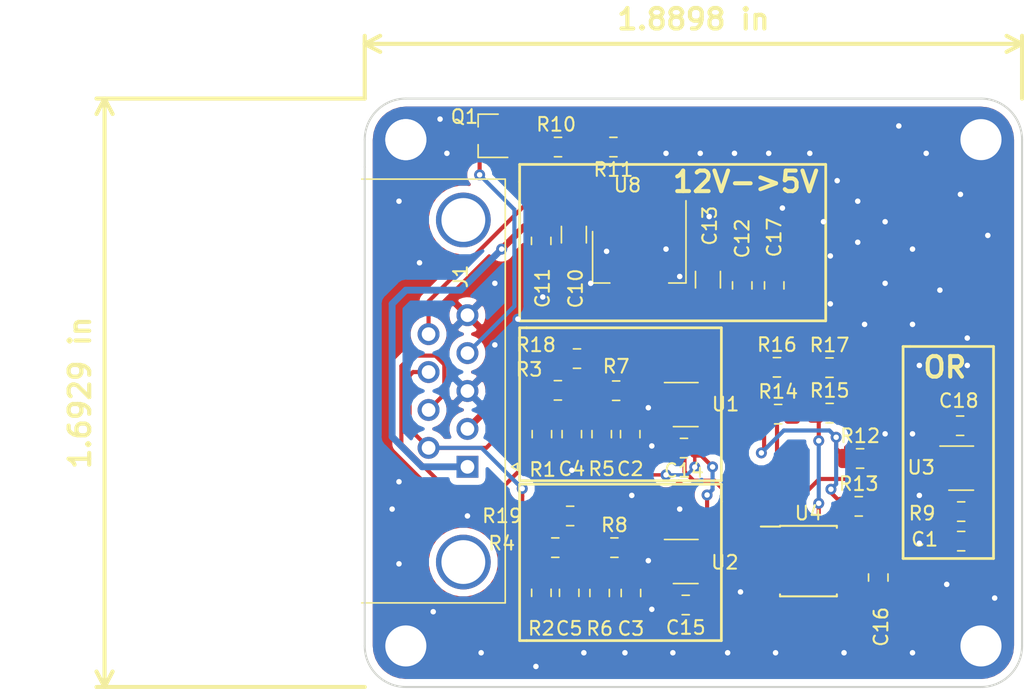
<source format=kicad_pcb>
(kicad_pcb (version 20171130) (host pcbnew "(5.0.2)-1")

  (general
    (thickness 1.6)
    (drawings 37)
    (tracks 343)
    (zones 0)
    (modules 40)
    (nets 20)
  )

  (page A4)
  (layers
    (0 F.Cu signal)
    (31 B.Cu signal)
    (32 B.Adhes user)
    (33 F.Adhes user)
    (34 B.Paste user)
    (35 F.Paste user)
    (36 B.SilkS user)
    (37 F.SilkS user)
    (38 B.Mask user)
    (39 F.Mask user)
    (40 Dwgs.User user)
    (41 Cmts.User user)
    (42 Eco1.User user)
    (43 Eco2.User user)
    (44 Edge.Cuts user)
    (45 Margin user)
    (46 B.CrtYd user hide)
    (47 F.CrtYd user hide)
    (48 B.Fab user)
    (49 F.Fab user hide)
  )

  (setup
    (last_trace_width 0.25)
    (user_trace_width 0.2)
    (user_trace_width 0.3)
    (user_trace_width 0.4)
    (user_trace_width 0.5)
    (user_trace_width 1)
    (user_trace_width 1.5)
    (user_trace_width 2)
    (trace_clearance 0.2)
    (zone_clearance 0.508)
    (zone_45_only no)
    (trace_min 0.2)
    (segment_width 0.2)
    (edge_width 0.15)
    (via_size 0.8)
    (via_drill 0.4)
    (via_min_size 0.4)
    (via_min_drill 0.3)
    (user_via 1 0.5)
    (user_via 4 3)
    (uvia_size 0.3)
    (uvia_drill 0.1)
    (uvias_allowed no)
    (uvia_min_size 0.2)
    (uvia_min_drill 0.1)
    (pcb_text_width 0.3)
    (pcb_text_size 1.5 1.5)
    (mod_edge_width 0.15)
    (mod_text_size 1 1)
    (mod_text_width 0.15)
    (pad_size 1.524 1.524)
    (pad_drill 0.762)
    (pad_to_mask_clearance 0.051)
    (solder_mask_min_width 0.25)
    (aux_axis_origin 0 0)
    (visible_elements 7FFFFFFF)
    (pcbplotparams
      (layerselection 0x010fc_ffffffff)
      (usegerberextensions false)
      (usegerberattributes false)
      (usegerberadvancedattributes false)
      (creategerberjobfile false)
      (excludeedgelayer true)
      (linewidth 0.100000)
      (plotframeref false)
      (viasonmask false)
      (mode 1)
      (useauxorigin false)
      (hpglpennumber 1)
      (hpglpenspeed 20)
      (hpglpendiameter 15.000000)
      (psnegative false)
      (psa4output false)
      (plotreference true)
      (plotvalue true)
      (plotinvisibletext false)
      (padsonsilk false)
      (subtractmaskfromsilk false)
      (outputformat 1)
      (mirror false)
      (drillshape 0)
      (scaleselection 1)
      (outputdirectory "grbr"))
  )

  (net 0 "")
  (net 1 GND)
  (net 2 VCC)
  (net 3 APPS2)
  (net 4 APPS1)
  (net 5 "Net-(R9-Pad1)")
  (net 6 /APPS1_Filtered1)
  (net 7 /APPS1_Filtered2)
  (net 8 /APPS2_Filtered1)
  (net 9 /APPS2_Filtered2)
  (net 10 /Subtractor1)
  (net 11 /Subtractor2)
  (net 12 +12V)
  (net 13 ERROR_5V)
  (net 14 ERROR_PD)
  (net 15 "Net-(Q1-Pad1)")
  (net 16 "Net-(R12-Pad2)")
  (net 17 "Net-(R13-Pad2)")
  (net 18 /vref2)
  (net 19 /vref1)

  (net_class Default "This is the default net class."
    (clearance 0.2)
    (trace_width 0.25)
    (via_dia 0.8)
    (via_drill 0.4)
    (uvia_dia 0.3)
    (uvia_drill 0.1)
    (add_net +12V)
    (add_net /APPS1_Filtered1)
    (add_net /APPS1_Filtered2)
    (add_net /APPS2_Filtered1)
    (add_net /APPS2_Filtered2)
    (add_net /Subtractor1)
    (add_net /Subtractor2)
    (add_net /vref1)
    (add_net /vref2)
    (add_net APPS1)
    (add_net APPS2)
    (add_net ERROR_5V)
    (add_net ERROR_PD)
    (add_net GND)
    (add_net "Net-(Q1-Pad1)")
    (add_net "Net-(R12-Pad2)")
    (add_net "Net-(R13-Pad2)")
    (add_net "Net-(R9-Pad1)")
    (add_net VCC)
  )

  (module Connector_Dsub:DSUB-9_Female_Horizontal_P2.77x2.84mm_EdgePinOffset4.94mm_Housed_MountingHolesOffset7.48mm (layer F.Cu) (tedit 59FEDEE2) (tstamp 5C695262)
    (at 47.5 51.91 270)
    (descr "9-pin D-Sub connector, horizontal/angled (90 deg), THT-mount, female, pitch 2.77x2.84mm, pin-PCB-offset 4.9399999999999995mm, distance of mounting holes 25mm, distance of mounting holes to PCB edge 7.4799999999999995mm, see https://disti-assets.s3.amazonaws.com/tonar/files/datasheets/16730.pdf")
    (tags "9-pin D-Sub connector horizontal angled 90deg THT female pitch 2.77x2.84mm pin-PCB-offset 4.9399999999999995mm mounting-holes-distance 25mm mounting-hole-offset 25mm")
    (path /5C2169F5)
    (fp_text reference J1 (at -13.91 0.5 270) (layer F.SilkS)
      (effects (font (size 1 1) (thickness 0.15)))
    )
    (fp_text value DB9_Female (at -5.54 15.85 270) (layer F.Fab)
      (effects (font (size 1 1) (thickness 0.15)))
    )
    (fp_arc (start -18.04 0.3) (end -19.64 0.3) (angle 180) (layer F.Fab) (width 0.1))
    (fp_arc (start 6.96 0.3) (end 5.36 0.3) (angle 180) (layer F.Fab) (width 0.1))
    (fp_line (start -20.965 -2.7) (end -20.965 7.78) (layer F.Fab) (width 0.1))
    (fp_line (start -20.965 7.78) (end 9.885 7.78) (layer F.Fab) (width 0.1))
    (fp_line (start 9.885 7.78) (end 9.885 -2.7) (layer F.Fab) (width 0.1))
    (fp_line (start 9.885 -2.7) (end -20.965 -2.7) (layer F.Fab) (width 0.1))
    (fp_line (start -20.965 7.78) (end -20.965 8.18) (layer F.Fab) (width 0.1))
    (fp_line (start -20.965 8.18) (end 9.885 8.18) (layer F.Fab) (width 0.1))
    (fp_line (start 9.885 8.18) (end 9.885 7.78) (layer F.Fab) (width 0.1))
    (fp_line (start 9.885 7.78) (end -20.965 7.78) (layer F.Fab) (width 0.1))
    (fp_line (start -13.69 8.18) (end -13.69 14.35) (layer F.Fab) (width 0.1))
    (fp_line (start -13.69 14.35) (end 2.61 14.35) (layer F.Fab) (width 0.1))
    (fp_line (start 2.61 14.35) (end 2.61 8.18) (layer F.Fab) (width 0.1))
    (fp_line (start 2.61 8.18) (end -13.69 8.18) (layer F.Fab) (width 0.1))
    (fp_line (start -20.54 8.18) (end -20.54 13.18) (layer F.Fab) (width 0.1))
    (fp_line (start -20.54 13.18) (end -15.54 13.18) (layer F.Fab) (width 0.1))
    (fp_line (start -15.54 13.18) (end -15.54 8.18) (layer F.Fab) (width 0.1))
    (fp_line (start -15.54 8.18) (end -20.54 8.18) (layer F.Fab) (width 0.1))
    (fp_line (start 4.46 8.18) (end 4.46 13.18) (layer F.Fab) (width 0.1))
    (fp_line (start 4.46 13.18) (end 9.46 13.18) (layer F.Fab) (width 0.1))
    (fp_line (start 9.46 13.18) (end 9.46 8.18) (layer F.Fab) (width 0.1))
    (fp_line (start 9.46 8.18) (end 4.46 8.18) (layer F.Fab) (width 0.1))
    (fp_line (start -19.64 7.78) (end -19.64 0.3) (layer F.Fab) (width 0.1))
    (fp_line (start -16.44 7.78) (end -16.44 0.3) (layer F.Fab) (width 0.1))
    (fp_line (start 5.36 7.78) (end 5.36 0.3) (layer F.Fab) (width 0.1))
    (fp_line (start 8.56 7.78) (end 8.56 0.3) (layer F.Fab) (width 0.1))
    (fp_line (start -21.025 7.72) (end -21.025 -2.76) (layer F.SilkS) (width 0.12))
    (fp_line (start -21.025 -2.76) (end 9.945 -2.76) (layer F.SilkS) (width 0.12))
    (fp_line (start 9.945 -2.76) (end 9.945 7.72) (layer F.SilkS) (width 0.12))
    (fp_line (start -0.25 -3.654338) (end 0.25 -3.654338) (layer F.SilkS) (width 0.12))
    (fp_line (start 0.25 -3.654338) (end 0 -3.221325) (layer F.SilkS) (width 0.12))
    (fp_line (start 0 -3.221325) (end -0.25 -3.654338) (layer F.SilkS) (width 0.12))
    (fp_line (start -21.5 -3.25) (end -21.5 14.85) (layer F.CrtYd) (width 0.05))
    (fp_line (start -21.5 14.85) (end 10.4 14.85) (layer F.CrtYd) (width 0.05))
    (fp_line (start 10.4 14.85) (end 10.4 -3.25) (layer F.CrtYd) (width 0.05))
    (fp_line (start 10.4 -3.25) (end -21.5 -3.25) (layer F.CrtYd) (width 0.05))
    (fp_text user %R (at -5.54 11.265 270) (layer F.Fab)
      (effects (font (size 1 1) (thickness 0.15)))
    )
    (pad 1 thru_hole rect (at 0 0 270) (size 1.6 1.6) (drill 1) (layers *.Cu *.Mask)
      (net 12 +12V))
    (pad 2 thru_hole circle (at -2.77 0 270) (size 1.6 1.6) (drill 1) (layers *.Cu *.Mask)
      (net 2 VCC))
    (pad 3 thru_hole circle (at -5.54 0 270) (size 1.6 1.6) (drill 1) (layers *.Cu *.Mask)
      (net 1 GND))
    (pad 4 thru_hole circle (at -8.31 0 270) (size 1.6 1.6) (drill 1) (layers *.Cu *.Mask)
      (net 14 ERROR_PD))
    (pad 5 thru_hole circle (at -11.08 0 270) (size 1.6 1.6) (drill 1) (layers *.Cu *.Mask)
      (net 1 GND))
    (pad 6 thru_hole circle (at -1.385 2.84 270) (size 1.6 1.6) (drill 1) (layers *.Cu *.Mask)
      (net 4 APPS1))
    (pad 7 thru_hole circle (at -4.155 2.84 270) (size 1.6 1.6) (drill 1) (layers *.Cu *.Mask)
      (net 3 APPS2))
    (pad 8 thru_hole circle (at -6.925 2.84 270) (size 1.6 1.6) (drill 1) (layers *.Cu *.Mask)
      (net 4 APPS1))
    (pad 9 thru_hole circle (at -9.695 2.84 270) (size 1.6 1.6) (drill 1) (layers *.Cu *.Mask)
      (net 13 ERROR_5V))
    (pad 0 thru_hole circle (at -18.04 0.3 270) (size 4 4) (drill 3.2) (layers *.Cu *.Mask))
    (pad 0 thru_hole circle (at 6.96 0.3 270) (size 4 4) (drill 3.2) (layers *.Cu *.Mask))
    (model ${KISYS3DMOD}/Connector_Dsub.3dshapes/DSUB-9_Female_Horizontal_P2.77x2.84mm_EdgePinOffset4.94mm_Housed_MountingHolesOffset7.48mm.wrl
      (at (xyz 0 0 0))
      (scale (xyz 1 1 1))
      (rotate (xyz 0 0 0))
    )
  )

  (module Capacitor_SMD:C_1206_3216Metric_Pad1.42x1.75mm_HandSolder (layer F.Cu) (tedit 5B301BBE) (tstamp 5C823B5E)
    (at 55.2724 34.9428 270)
    (descr "Capacitor SMD 1206 (3216 Metric), square (rectangular) end terminal, IPC_7351 nominal with elongated pad for handsoldering. (Body size source: http://www.tortai-tech.com/upload/download/2011102023233369053.pdf), generated with kicad-footprint-generator")
    (tags "capacitor handsolder")
    (path /5C59F71B)
    (attr smd)
    (fp_text reference C10 (at 3.937 -0.127 270) (layer F.SilkS)
      (effects (font (size 1 1) (thickness 0.15)))
    )
    (fp_text value C (at 0 1.82 270) (layer F.Fab)
      (effects (font (size 1 1) (thickness 0.15)))
    )
    (fp_line (start -1.6 0.8) (end -1.6 -0.8) (layer F.Fab) (width 0.1))
    (fp_line (start -1.6 -0.8) (end 1.6 -0.8) (layer F.Fab) (width 0.1))
    (fp_line (start 1.6 -0.8) (end 1.6 0.8) (layer F.Fab) (width 0.1))
    (fp_line (start 1.6 0.8) (end -1.6 0.8) (layer F.Fab) (width 0.1))
    (fp_line (start -0.602064 -0.91) (end 0.602064 -0.91) (layer F.SilkS) (width 0.12))
    (fp_line (start -0.602064 0.91) (end 0.602064 0.91) (layer F.SilkS) (width 0.12))
    (fp_line (start -2.45 1.12) (end -2.45 -1.12) (layer F.CrtYd) (width 0.05))
    (fp_line (start -2.45 -1.12) (end 2.45 -1.12) (layer F.CrtYd) (width 0.05))
    (fp_line (start 2.45 -1.12) (end 2.45 1.12) (layer F.CrtYd) (width 0.05))
    (fp_line (start 2.45 1.12) (end -2.45 1.12) (layer F.CrtYd) (width 0.05))
    (fp_text user %R (at 0 0 270) (layer F.Fab)
      (effects (font (size 0.8 0.8) (thickness 0.12)))
    )
    (pad 1 smd roundrect (at -1.4875 0 270) (size 1.425 1.75) (layers F.Cu F.Paste F.Mask) (roundrect_rratio 0.175439)
      (net 12 +12V))
    (pad 2 smd roundrect (at 1.4875 0 270) (size 1.425 1.75) (layers F.Cu F.Paste F.Mask) (roundrect_rratio 0.175439)
      (net 1 GND))
    (model ${KISYS3DMOD}/Capacitor_SMD.3dshapes/C_1206_3216Metric.wrl
      (at (xyz 0 0 0))
      (scale (xyz 1 1 1))
      (rotate (xyz 0 0 0))
    )
  )

  (module Capacitor_SMD:C_0805_2012Metric_Pad1.15x1.40mm_HandSolder (layer F.Cu) (tedit 5B36C52B) (tstamp 5C823B6F)
    (at 52.8848 35.4 270)
    (descr "Capacitor SMD 0805 (2012 Metric), square (rectangular) end terminal, IPC_7351 nominal with elongated pad for handsoldering. (Body size source: https://docs.google.com/spreadsheets/d/1BsfQQcO9C6DZCsRaXUlFlo91Tg2WpOkGARC1WS5S8t0/edit?usp=sharing), generated with kicad-footprint-generator")
    (tags "capacitor handsolder")
    (path /5C593D75)
    (attr smd)
    (fp_text reference C11 (at 3.4544 -0.1016 270) (layer F.SilkS)
      (effects (font (size 1 1) (thickness 0.15)))
    )
    (fp_text value C (at 0 1.65 270) (layer F.Fab)
      (effects (font (size 1 1) (thickness 0.15)))
    )
    (fp_line (start -1 0.6) (end -1 -0.6) (layer F.Fab) (width 0.1))
    (fp_line (start -1 -0.6) (end 1 -0.6) (layer F.Fab) (width 0.1))
    (fp_line (start 1 -0.6) (end 1 0.6) (layer F.Fab) (width 0.1))
    (fp_line (start 1 0.6) (end -1 0.6) (layer F.Fab) (width 0.1))
    (fp_line (start -0.261252 -0.71) (end 0.261252 -0.71) (layer F.SilkS) (width 0.12))
    (fp_line (start -0.261252 0.71) (end 0.261252 0.71) (layer F.SilkS) (width 0.12))
    (fp_line (start -1.85 0.95) (end -1.85 -0.95) (layer F.CrtYd) (width 0.05))
    (fp_line (start -1.85 -0.95) (end 1.85 -0.95) (layer F.CrtYd) (width 0.05))
    (fp_line (start 1.85 -0.95) (end 1.85 0.95) (layer F.CrtYd) (width 0.05))
    (fp_line (start 1.85 0.95) (end -1.85 0.95) (layer F.CrtYd) (width 0.05))
    (fp_text user %R (at 0.032999 0 270) (layer F.Fab)
      (effects (font (size 0.5 0.5) (thickness 0.08)))
    )
    (pad 1 smd roundrect (at -1.025 0 270) (size 1.15 1.4) (layers F.Cu F.Paste F.Mask) (roundrect_rratio 0.217391)
      (net 12 +12V))
    (pad 2 smd roundrect (at 1.025 0 270) (size 1.15 1.4) (layers F.Cu F.Paste F.Mask) (roundrect_rratio 0.217391)
      (net 1 GND))
    (model ${KISYS3DMOD}/Capacitor_SMD.3dshapes/C_0805_2012Metric.wrl
      (at (xyz 0 0 0))
      (scale (xyz 1 1 1))
      (rotate (xyz 0 0 0))
    )
  )

  (module Capacitor_SMD:C_0805_2012Metric_Pad1.15x1.40mm_HandSolder (layer F.Cu) (tedit 5B36C52B) (tstamp 5C823B80)
    (at 67.566 38.6512 90)
    (descr "Capacitor SMD 0805 (2012 Metric), square (rectangular) end terminal, IPC_7351 nominal with elongated pad for handsoldering. (Body size source: https://docs.google.com/spreadsheets/d/1BsfQQcO9C6DZCsRaXUlFlo91Tg2WpOkGARC1WS5S8t0/edit?usp=sharing), generated with kicad-footprint-generator")
    (tags "capacitor handsolder")
    (path /5C593DEF)
    (attr smd)
    (fp_text reference C12 (at 3.429 0 90) (layer F.SilkS)
      (effects (font (size 1 1) (thickness 0.15)))
    )
    (fp_text value C (at 0 1.65 90) (layer F.Fab)
      (effects (font (size 1 1) (thickness 0.15)))
    )
    (fp_text user %R (at 0 0 90) (layer F.Fab)
      (effects (font (size 0.5 0.5) (thickness 0.08)))
    )
    (fp_line (start 1.85 0.95) (end -1.85 0.95) (layer F.CrtYd) (width 0.05))
    (fp_line (start 1.85 -0.95) (end 1.85 0.95) (layer F.CrtYd) (width 0.05))
    (fp_line (start -1.85 -0.95) (end 1.85 -0.95) (layer F.CrtYd) (width 0.05))
    (fp_line (start -1.85 0.95) (end -1.85 -0.95) (layer F.CrtYd) (width 0.05))
    (fp_line (start -0.261252 0.71) (end 0.261252 0.71) (layer F.SilkS) (width 0.12))
    (fp_line (start -0.261252 -0.71) (end 0.261252 -0.71) (layer F.SilkS) (width 0.12))
    (fp_line (start 1 0.6) (end -1 0.6) (layer F.Fab) (width 0.1))
    (fp_line (start 1 -0.6) (end 1 0.6) (layer F.Fab) (width 0.1))
    (fp_line (start -1 -0.6) (end 1 -0.6) (layer F.Fab) (width 0.1))
    (fp_line (start -1 0.6) (end -1 -0.6) (layer F.Fab) (width 0.1))
    (pad 2 smd roundrect (at 1.025 0 90) (size 1.15 1.4) (layers F.Cu F.Paste F.Mask) (roundrect_rratio 0.217391)
      (net 1 GND))
    (pad 1 smd roundrect (at -1.025 0 90) (size 1.15 1.4) (layers F.Cu F.Paste F.Mask) (roundrect_rratio 0.217391)
      (net 2 VCC))
    (model ${KISYS3DMOD}/Capacitor_SMD.3dshapes/C_0805_2012Metric.wrl
      (at (xyz 0 0 0))
      (scale (xyz 1 1 1))
      (rotate (xyz 0 0 0))
    )
  )

  (module Capacitor_SMD:C_1206_3216Metric_Pad1.42x1.75mm_HandSolder (layer F.Cu) (tedit 5B301BBE) (tstamp 5C823B91)
    (at 65.0641 38.2321 90)
    (descr "Capacitor SMD 1206 (3216 Metric), square (rectangular) end terminal, IPC_7351 nominal with elongated pad for handsoldering. (Body size source: http://www.tortai-tech.com/upload/download/2011102023233369053.pdf), generated with kicad-footprint-generator")
    (tags "capacitor handsolder")
    (path /5C59F795)
    (attr smd)
    (fp_text reference C13 (at 3.937 0.127 90) (layer F.SilkS)
      (effects (font (size 1 1) (thickness 0.15)))
    )
    (fp_text value C (at 0 1.82 90) (layer F.Fab)
      (effects (font (size 1 1) (thickness 0.15)))
    )
    (fp_text user %R (at 0 -0.129001 90) (layer F.Fab)
      (effects (font (size 0.8 0.8) (thickness 0.12)))
    )
    (fp_line (start 2.45 1.12) (end -2.45 1.12) (layer F.CrtYd) (width 0.05))
    (fp_line (start 2.45 -1.12) (end 2.45 1.12) (layer F.CrtYd) (width 0.05))
    (fp_line (start -2.45 -1.12) (end 2.45 -1.12) (layer F.CrtYd) (width 0.05))
    (fp_line (start -2.45 1.12) (end -2.45 -1.12) (layer F.CrtYd) (width 0.05))
    (fp_line (start -0.602064 0.91) (end 0.602064 0.91) (layer F.SilkS) (width 0.12))
    (fp_line (start -0.602064 -0.91) (end 0.602064 -0.91) (layer F.SilkS) (width 0.12))
    (fp_line (start 1.6 0.8) (end -1.6 0.8) (layer F.Fab) (width 0.1))
    (fp_line (start 1.6 -0.8) (end 1.6 0.8) (layer F.Fab) (width 0.1))
    (fp_line (start -1.6 -0.8) (end 1.6 -0.8) (layer F.Fab) (width 0.1))
    (fp_line (start -1.6 0.8) (end -1.6 -0.8) (layer F.Fab) (width 0.1))
    (pad 2 smd roundrect (at 1.4875 0 90) (size 1.425 1.75) (layers F.Cu F.Paste F.Mask) (roundrect_rratio 0.175439)
      (net 1 GND))
    (pad 1 smd roundrect (at -1.4875 0 90) (size 1.425 1.75) (layers F.Cu F.Paste F.Mask) (roundrect_rratio 0.175439)
      (net 2 VCC))
    (model ${KISYS3DMOD}/Capacitor_SMD.3dshapes/C_1206_3216Metric.wrl
      (at (xyz 0 0 0))
      (scale (xyz 1 1 1))
      (rotate (xyz 0 0 0))
    )
  )

  (module Package_TO_SOT_SMD:SOT-223-3_TabPin2 (layer F.Cu) (tedit 5A02FF57) (tstamp 5C823C1E)
    (at 60.0476 36.5684 270)
    (descr "module CMS SOT223 4 pins")
    (tags "CMS SOT")
    (path /5C5908ED)
    (attr smd)
    (fp_text reference U8 (at -5.2324 0.8636) (layer F.SilkS)
      (effects (font (size 1 1) (thickness 0.15)))
    )
    (fp_text value AMS1117-5.0 (at 0 4.5 270) (layer F.Fab)
      (effects (font (size 1 1) (thickness 0.15)))
    )
    (fp_text user %R (at 0 0) (layer F.Fab)
      (effects (font (size 0.8 0.8) (thickness 0.12)))
    )
    (fp_line (start 1.91 3.41) (end 1.91 2.15) (layer F.SilkS) (width 0.12))
    (fp_line (start 1.91 -3.41) (end 1.91 -2.15) (layer F.SilkS) (width 0.12))
    (fp_line (start 4.4 -3.6) (end -4.4 -3.6) (layer F.CrtYd) (width 0.05))
    (fp_line (start 4.4 3.6) (end 4.4 -3.6) (layer F.CrtYd) (width 0.05))
    (fp_line (start -4.4 3.6) (end 4.4 3.6) (layer F.CrtYd) (width 0.05))
    (fp_line (start -4.4 -3.6) (end -4.4 3.6) (layer F.CrtYd) (width 0.05))
    (fp_line (start -1.85 -2.35) (end -0.85 -3.35) (layer F.Fab) (width 0.1))
    (fp_line (start -1.85 -2.35) (end -1.85 3.35) (layer F.Fab) (width 0.1))
    (fp_line (start -1.85 3.41) (end 1.91 3.41) (layer F.SilkS) (width 0.12))
    (fp_line (start -0.85 -3.35) (end 1.85 -3.35) (layer F.Fab) (width 0.1))
    (fp_line (start -4.1 -3.41) (end 1.91 -3.41) (layer F.SilkS) (width 0.12))
    (fp_line (start -1.85 3.35) (end 1.85 3.35) (layer F.Fab) (width 0.1))
    (fp_line (start 1.85 -3.35) (end 1.85 3.35) (layer F.Fab) (width 0.1))
    (pad 2 smd rect (at 3.15 0 270) (size 2 3.8) (layers F.Cu F.Paste F.Mask)
      (net 2 VCC))
    (pad 2 smd rect (at -3.15 0 270) (size 2 1.5) (layers F.Cu F.Paste F.Mask)
      (net 2 VCC))
    (pad 3 smd rect (at -3.15 2.3 270) (size 2 1.5) (layers F.Cu F.Paste F.Mask)
      (net 12 +12V))
    (pad 1 smd rect (at -3.15 -2.3 270) (size 2 1.5) (layers F.Cu F.Paste F.Mask)
      (net 1 GND))
    (model ${KISYS3DMOD}/Package_TO_SOT_SMD.3dshapes/SOT-223.wrl
      (at (xyz 0 0 0))
      (scale (xyz 1 1 1))
      (rotate (xyz 0 0 0))
    )
  )

  (module Capacitor_SMD:C_0805_2012Metric_Pad1.15x1.40mm_HandSolder (layer F.Cu) (tedit 5B36C52B) (tstamp 5C824471)
    (at 83.5538 57.34 180)
    (descr "Capacitor SMD 0805 (2012 Metric), square (rectangular) end terminal, IPC_7351 nominal with elongated pad for handsoldering. (Body size source: https://docs.google.com/spreadsheets/d/1BsfQQcO9C6DZCsRaXUlFlo91Tg2WpOkGARC1WS5S8t0/edit?usp=sharing), generated with kicad-footprint-generator")
    (tags "capacitor handsolder")
    (path /5C24B2CE)
    (attr smd)
    (fp_text reference C1 (at 2.667 0.127 180) (layer F.SilkS)
      (effects (font (size 1 1) (thickness 0.15)))
    )
    (fp_text value C (at 0 1.65 180) (layer F.Fab)
      (effects (font (size 1 1) (thickness 0.15)))
    )
    (fp_text user %R (at 0 0 180) (layer F.Fab)
      (effects (font (size 0.5 0.5) (thickness 0.08)))
    )
    (fp_line (start 1.85 0.95) (end -1.85 0.95) (layer F.CrtYd) (width 0.05))
    (fp_line (start 1.85 -0.95) (end 1.85 0.95) (layer F.CrtYd) (width 0.05))
    (fp_line (start -1.85 -0.95) (end 1.85 -0.95) (layer F.CrtYd) (width 0.05))
    (fp_line (start -1.85 0.95) (end -1.85 -0.95) (layer F.CrtYd) (width 0.05))
    (fp_line (start -0.261252 0.71) (end 0.261252 0.71) (layer F.SilkS) (width 0.12))
    (fp_line (start -0.261252 -0.71) (end 0.261252 -0.71) (layer F.SilkS) (width 0.12))
    (fp_line (start 1 0.6) (end -1 0.6) (layer F.Fab) (width 0.1))
    (fp_line (start 1 -0.6) (end 1 0.6) (layer F.Fab) (width 0.1))
    (fp_line (start -1 -0.6) (end 1 -0.6) (layer F.Fab) (width 0.1))
    (fp_line (start -1 0.6) (end -1 -0.6) (layer F.Fab) (width 0.1))
    (pad 2 smd roundrect (at 1.025 0 180) (size 1.15 1.4) (layers F.Cu F.Paste F.Mask) (roundrect_rratio 0.217391)
      (net 1 GND))
    (pad 1 smd roundrect (at -1.025 0 180) (size 1.15 1.4) (layers F.Cu F.Paste F.Mask) (roundrect_rratio 0.217391)
      (net 13 ERROR_5V))
    (model ${KISYS3DMOD}/Capacitor_SMD.3dshapes/C_0805_2012Metric.wrl
      (at (xyz 0 0 0))
      (scale (xyz 1 1 1))
      (rotate (xyz 0 0 0))
    )
  )

  (module Capacitor_SMD:C_0805_2012Metric_Pad1.15x1.40mm_HandSolder (layer F.Cu) (tedit 5B36C52B) (tstamp 5C82533E)
    (at 59.3872 49.5224 270)
    (descr "Capacitor SMD 0805 (2012 Metric), square (rectangular) end terminal, IPC_7351 nominal with elongated pad for handsoldering. (Body size source: https://docs.google.com/spreadsheets/d/1BsfQQcO9C6DZCsRaXUlFlo91Tg2WpOkGARC1WS5S8t0/edit?usp=sharing), generated with kicad-footprint-generator")
    (tags "capacitor handsolder")
    (path /5C509D11)
    (attr smd)
    (fp_text reference C2 (at 2.54 0) (layer F.SilkS)
      (effects (font (size 1 1) (thickness 0.15)))
    )
    (fp_text value C (at 0 1.65 270) (layer F.Fab)
      (effects (font (size 1 1) (thickness 0.15)))
    )
    (fp_text user %R (at 0 0 270) (layer F.Fab)
      (effects (font (size 0.5 0.5) (thickness 0.08)))
    )
    (fp_line (start 1.85 0.95) (end -1.85 0.95) (layer F.CrtYd) (width 0.05))
    (fp_line (start 1.85 -0.95) (end 1.85 0.95) (layer F.CrtYd) (width 0.05))
    (fp_line (start -1.85 -0.95) (end 1.85 -0.95) (layer F.CrtYd) (width 0.05))
    (fp_line (start -1.85 0.95) (end -1.85 -0.95) (layer F.CrtYd) (width 0.05))
    (fp_line (start -0.261252 0.71) (end 0.261252 0.71) (layer F.SilkS) (width 0.12))
    (fp_line (start -0.261252 -0.71) (end 0.261252 -0.71) (layer F.SilkS) (width 0.12))
    (fp_line (start 1 0.6) (end -1 0.6) (layer F.Fab) (width 0.1))
    (fp_line (start 1 -0.6) (end 1 0.6) (layer F.Fab) (width 0.1))
    (fp_line (start -1 -0.6) (end 1 -0.6) (layer F.Fab) (width 0.1))
    (fp_line (start -1 0.6) (end -1 -0.6) (layer F.Fab) (width 0.1))
    (pad 2 smd roundrect (at 1.025 0 270) (size 1.15 1.4) (layers F.Cu F.Paste F.Mask) (roundrect_rratio 0.217391)
      (net 1 GND))
    (pad 1 smd roundrect (at -1.025 0 270) (size 1.15 1.4) (layers F.Cu F.Paste F.Mask) (roundrect_rratio 0.217391)
      (net 6 /APPS1_Filtered1))
    (model ${KISYS3DMOD}/Capacitor_SMD.3dshapes/C_0805_2012Metric.wrl
      (at (xyz 0 0 0))
      (scale (xyz 1 1 1))
      (rotate (xyz 0 0 0))
    )
  )

  (module Capacitor_SMD:C_0805_2012Metric_Pad1.15x1.40mm_HandSolder (layer F.Cu) (tedit 5B36C52B) (tstamp 5C824493)
    (at 59.438 61.1302 270)
    (descr "Capacitor SMD 0805 (2012 Metric), square (rectangular) end terminal, IPC_7351 nominal with elongated pad for handsoldering. (Body size source: https://docs.google.com/spreadsheets/d/1BsfQQcO9C6DZCsRaXUlFlo91Tg2WpOkGARC1WS5S8t0/edit?usp=sharing), generated with kicad-footprint-generator")
    (tags "capacitor handsolder")
    (path /5C50E69B)
    (attr smd)
    (fp_text reference C3 (at 2.6035 0) (layer F.SilkS)
      (effects (font (size 1 1) (thickness 0.15)))
    )
    (fp_text value C (at 0 1.65 270) (layer F.Fab)
      (effects (font (size 1 1) (thickness 0.15)))
    )
    (fp_line (start -1 0.6) (end -1 -0.6) (layer F.Fab) (width 0.1))
    (fp_line (start -1 -0.6) (end 1 -0.6) (layer F.Fab) (width 0.1))
    (fp_line (start 1 -0.6) (end 1 0.6) (layer F.Fab) (width 0.1))
    (fp_line (start 1 0.6) (end -1 0.6) (layer F.Fab) (width 0.1))
    (fp_line (start -0.261252 -0.71) (end 0.261252 -0.71) (layer F.SilkS) (width 0.12))
    (fp_line (start -0.261252 0.71) (end 0.261252 0.71) (layer F.SilkS) (width 0.12))
    (fp_line (start -1.85 0.95) (end -1.85 -0.95) (layer F.CrtYd) (width 0.05))
    (fp_line (start -1.85 -0.95) (end 1.85 -0.95) (layer F.CrtYd) (width 0.05))
    (fp_line (start 1.85 -0.95) (end 1.85 0.95) (layer F.CrtYd) (width 0.05))
    (fp_line (start 1.85 0.95) (end -1.85 0.95) (layer F.CrtYd) (width 0.05))
    (fp_text user %R (at 0 0 270) (layer F.Fab)
      (effects (font (size 0.5 0.5) (thickness 0.08)))
    )
    (pad 1 smd roundrect (at -1.025 0 270) (size 1.15 1.4) (layers F.Cu F.Paste F.Mask) (roundrect_rratio 0.217391)
      (net 9 /APPS2_Filtered2))
    (pad 2 smd roundrect (at 1.025 0 270) (size 1.15 1.4) (layers F.Cu F.Paste F.Mask) (roundrect_rratio 0.217391)
      (net 1 GND))
    (model ${KISYS3DMOD}/Capacitor_SMD.3dshapes/C_0805_2012Metric.wrl
      (at (xyz 0 0 0))
      (scale (xyz 1 1 1))
      (rotate (xyz 0 0 0))
    )
  )

  (module Capacitor_SMD:C_0805_2012Metric_Pad1.15x1.40mm_HandSolder (layer F.Cu) (tedit 5B36C52B) (tstamp 5C8244A4)
    (at 55.12 49.5224 270)
    (descr "Capacitor SMD 0805 (2012 Metric), square (rectangular) end terminal, IPC_7351 nominal with elongated pad for handsoldering. (Body size source: https://docs.google.com/spreadsheets/d/1BsfQQcO9C6DZCsRaXUlFlo91Tg2WpOkGARC1WS5S8t0/edit?usp=sharing), generated with kicad-footprint-generator")
    (tags "capacitor handsolder")
    (path /5C509905)
    (attr smd)
    (fp_text reference C4 (at 2.54 0) (layer F.SilkS)
      (effects (font (size 1 1) (thickness 0.15)))
    )
    (fp_text value C (at 0 1.65 270) (layer F.Fab)
      (effects (font (size 1 1) (thickness 0.15)))
    )
    (fp_text user %R (at 0 0 270) (layer F.Fab)
      (effects (font (size 0.5 0.5) (thickness 0.08)))
    )
    (fp_line (start 1.85 0.95) (end -1.85 0.95) (layer F.CrtYd) (width 0.05))
    (fp_line (start 1.85 -0.95) (end 1.85 0.95) (layer F.CrtYd) (width 0.05))
    (fp_line (start -1.85 -0.95) (end 1.85 -0.95) (layer F.CrtYd) (width 0.05))
    (fp_line (start -1.85 0.95) (end -1.85 -0.95) (layer F.CrtYd) (width 0.05))
    (fp_line (start -0.261252 0.71) (end 0.261252 0.71) (layer F.SilkS) (width 0.12))
    (fp_line (start -0.261252 -0.71) (end 0.261252 -0.71) (layer F.SilkS) (width 0.12))
    (fp_line (start 1 0.6) (end -1 0.6) (layer F.Fab) (width 0.1))
    (fp_line (start 1 -0.6) (end 1 0.6) (layer F.Fab) (width 0.1))
    (fp_line (start -1 -0.6) (end 1 -0.6) (layer F.Fab) (width 0.1))
    (fp_line (start -1 0.6) (end -1 -0.6) (layer F.Fab) (width 0.1))
    (pad 2 smd roundrect (at 1.025 0 270) (size 1.15 1.4) (layers F.Cu F.Paste F.Mask) (roundrect_rratio 0.217391)
      (net 1 GND))
    (pad 1 smd roundrect (at -1.025 0 270) (size 1.15 1.4) (layers F.Cu F.Paste F.Mask) (roundrect_rratio 0.217391)
      (net 8 /APPS2_Filtered1))
    (model ${KISYS3DMOD}/Capacitor_SMD.3dshapes/C_0805_2012Metric.wrl
      (at (xyz 0 0 0))
      (scale (xyz 1 1 1))
      (rotate (xyz 0 0 0))
    )
  )

  (module Capacitor_SMD:C_0805_2012Metric_Pad1.15x1.40mm_HandSolder (layer F.Cu) (tedit 5B36C52B) (tstamp 5C8244B5)
    (at 54.9295 61.1175 270)
    (descr "Capacitor SMD 0805 (2012 Metric), square (rectangular) end terminal, IPC_7351 nominal with elongated pad for handsoldering. (Body size source: https://docs.google.com/spreadsheets/d/1BsfQQcO9C6DZCsRaXUlFlo91Tg2WpOkGARC1WS5S8t0/edit?usp=sharing), generated with kicad-footprint-generator")
    (tags "capacitor handsolder")
    (path /5C509989)
    (attr smd)
    (fp_text reference C5 (at 2.6035 0) (layer F.SilkS)
      (effects (font (size 1 1) (thickness 0.15)))
    )
    (fp_text value C (at 0 1.65 270) (layer F.Fab)
      (effects (font (size 1 1) (thickness 0.15)))
    )
    (fp_line (start -1 0.6) (end -1 -0.6) (layer F.Fab) (width 0.1))
    (fp_line (start -1 -0.6) (end 1 -0.6) (layer F.Fab) (width 0.1))
    (fp_line (start 1 -0.6) (end 1 0.6) (layer F.Fab) (width 0.1))
    (fp_line (start 1 0.6) (end -1 0.6) (layer F.Fab) (width 0.1))
    (fp_line (start -0.261252 -0.71) (end 0.261252 -0.71) (layer F.SilkS) (width 0.12))
    (fp_line (start -0.261252 0.71) (end 0.261252 0.71) (layer F.SilkS) (width 0.12))
    (fp_line (start -1.85 0.95) (end -1.85 -0.95) (layer F.CrtYd) (width 0.05))
    (fp_line (start -1.85 -0.95) (end 1.85 -0.95) (layer F.CrtYd) (width 0.05))
    (fp_line (start 1.85 -0.95) (end 1.85 0.95) (layer F.CrtYd) (width 0.05))
    (fp_line (start 1.85 0.95) (end -1.85 0.95) (layer F.CrtYd) (width 0.05))
    (fp_text user %R (at 0 0 270) (layer F.Fab)
      (effects (font (size 0.5 0.5) (thickness 0.08)))
    )
    (pad 1 smd roundrect (at -1.025 0 270) (size 1.15 1.4) (layers F.Cu F.Paste F.Mask) (roundrect_rratio 0.217391)
      (net 7 /APPS1_Filtered2))
    (pad 2 smd roundrect (at 1.025 0 270) (size 1.15 1.4) (layers F.Cu F.Paste F.Mask) (roundrect_rratio 0.217391)
      (net 1 GND))
    (model ${KISYS3DMOD}/Capacitor_SMD.3dshapes/C_0805_2012Metric.wrl
      (at (xyz 0 0 0))
      (scale (xyz 1 1 1))
      (rotate (xyz 0 0 0))
    )
  )

  (module Capacitor_SMD:C_0805_2012Metric_Pad1.15x1.40mm_HandSolder (layer F.Cu) (tedit 5B36C52B) (tstamp 5C8244C6)
    (at 63.3115 50.5384 180)
    (descr "Capacitor SMD 0805 (2012 Metric), square (rectangular) end terminal, IPC_7351 nominal with elongated pad for handsoldering. (Body size source: https://docs.google.com/spreadsheets/d/1BsfQQcO9C6DZCsRaXUlFlo91Tg2WpOkGARC1WS5S8t0/edit?usp=sharing), generated with kicad-footprint-generator")
    (tags "capacitor handsolder")
    (path /5C5C63A8)
    (attr smd)
    (fp_text reference C14 (at 0 -1.65 180) (layer F.SilkS)
      (effects (font (size 1 1) (thickness 0.15)))
    )
    (fp_text value C (at 0 1.65 180) (layer F.Fab)
      (effects (font (size 1 1) (thickness 0.15)))
    )
    (fp_text user %R (at 0 0 180) (layer F.Fab)
      (effects (font (size 0.5 0.5) (thickness 0.08)))
    )
    (fp_line (start 1.85 0.95) (end -1.85 0.95) (layer F.CrtYd) (width 0.05))
    (fp_line (start 1.85 -0.95) (end 1.85 0.95) (layer F.CrtYd) (width 0.05))
    (fp_line (start -1.85 -0.95) (end 1.85 -0.95) (layer F.CrtYd) (width 0.05))
    (fp_line (start -1.85 0.95) (end -1.85 -0.95) (layer F.CrtYd) (width 0.05))
    (fp_line (start -0.261252 0.71) (end 0.261252 0.71) (layer F.SilkS) (width 0.12))
    (fp_line (start -0.261252 -0.71) (end 0.261252 -0.71) (layer F.SilkS) (width 0.12))
    (fp_line (start 1 0.6) (end -1 0.6) (layer F.Fab) (width 0.1))
    (fp_line (start 1 -0.6) (end 1 0.6) (layer F.Fab) (width 0.1))
    (fp_line (start -1 -0.6) (end 1 -0.6) (layer F.Fab) (width 0.1))
    (fp_line (start -1 0.6) (end -1 -0.6) (layer F.Fab) (width 0.1))
    (pad 2 smd roundrect (at 1.025 0 180) (size 1.15 1.4) (layers F.Cu F.Paste F.Mask) (roundrect_rratio 0.217391)
      (net 1 GND))
    (pad 1 smd roundrect (at -1.025 0 180) (size 1.15 1.4) (layers F.Cu F.Paste F.Mask) (roundrect_rratio 0.217391)
      (net 2 VCC))
    (model ${KISYS3DMOD}/Capacitor_SMD.3dshapes/C_0805_2012Metric.wrl
      (at (xyz 0 0 0))
      (scale (xyz 1 1 1))
      (rotate (xyz 0 0 0))
    )
  )

  (module Capacitor_SMD:C_0805_2012Metric_Pad1.15x1.40mm_HandSolder (layer F.Cu) (tedit 5B36C52B) (tstamp 5C8244D7)
    (at 63.4385 62.0065 180)
    (descr "Capacitor SMD 0805 (2012 Metric), square (rectangular) end terminal, IPC_7351 nominal with elongated pad for handsoldering. (Body size source: https://docs.google.com/spreadsheets/d/1BsfQQcO9C6DZCsRaXUlFlo91Tg2WpOkGARC1WS5S8t0/edit?usp=sharing), generated with kicad-footprint-generator")
    (tags "capacitor handsolder")
    (path /5C5C6420)
    (attr smd)
    (fp_text reference C15 (at 0 -1.65 180) (layer F.SilkS)
      (effects (font (size 1 1) (thickness 0.15)))
    )
    (fp_text value C (at 0 1.65 180) (layer F.Fab)
      (effects (font (size 1 1) (thickness 0.15)))
    )
    (fp_text user %R (at 0 0 180) (layer F.Fab)
      (effects (font (size 0.5 0.5) (thickness 0.08)))
    )
    (fp_line (start 1.85 0.95) (end -1.85 0.95) (layer F.CrtYd) (width 0.05))
    (fp_line (start 1.85 -0.95) (end 1.85 0.95) (layer F.CrtYd) (width 0.05))
    (fp_line (start -1.85 -0.95) (end 1.85 -0.95) (layer F.CrtYd) (width 0.05))
    (fp_line (start -1.85 0.95) (end -1.85 -0.95) (layer F.CrtYd) (width 0.05))
    (fp_line (start -0.261252 0.71) (end 0.261252 0.71) (layer F.SilkS) (width 0.12))
    (fp_line (start -0.261252 -0.71) (end 0.261252 -0.71) (layer F.SilkS) (width 0.12))
    (fp_line (start 1 0.6) (end -1 0.6) (layer F.Fab) (width 0.1))
    (fp_line (start 1 -0.6) (end 1 0.6) (layer F.Fab) (width 0.1))
    (fp_line (start -1 -0.6) (end 1 -0.6) (layer F.Fab) (width 0.1))
    (fp_line (start -1 0.6) (end -1 -0.6) (layer F.Fab) (width 0.1))
    (pad 2 smd roundrect (at 1.025 0 180) (size 1.15 1.4) (layers F.Cu F.Paste F.Mask) (roundrect_rratio 0.217391)
      (net 1 GND))
    (pad 1 smd roundrect (at -1.025 0 180) (size 1.15 1.4) (layers F.Cu F.Paste F.Mask) (roundrect_rratio 0.217391)
      (net 2 VCC))
    (model ${KISYS3DMOD}/Capacitor_SMD.3dshapes/C_0805_2012Metric.wrl
      (at (xyz 0 0 0))
      (scale (xyz 1 1 1))
      (rotate (xyz 0 0 0))
    )
  )

  (module Capacitor_SMD:C_0805_2012Metric_Pad1.15x1.40mm_HandSolder (layer F.Cu) (tedit 5B36C52B) (tstamp 5C8244E8)
    (at 77.5 60 270)
    (descr "Capacitor SMD 0805 (2012 Metric), square (rectangular) end terminal, IPC_7351 nominal with elongated pad for handsoldering. (Body size source: https://docs.google.com/spreadsheets/d/1BsfQQcO9C6DZCsRaXUlFlo91Tg2WpOkGARC1WS5S8t0/edit?usp=sharing), generated with kicad-footprint-generator")
    (tags "capacitor handsolder")
    (path /5C5CA2BE)
    (attr smd)
    (fp_text reference C16 (at 3.6068 -0.2032 270) (layer F.SilkS)
      (effects (font (size 1 1) (thickness 0.15)))
    )
    (fp_text value C (at 0 1.65 270) (layer F.Fab)
      (effects (font (size 1 1) (thickness 0.15)))
    )
    (fp_line (start -1 0.6) (end -1 -0.6) (layer F.Fab) (width 0.1))
    (fp_line (start -1 -0.6) (end 1 -0.6) (layer F.Fab) (width 0.1))
    (fp_line (start 1 -0.6) (end 1 0.6) (layer F.Fab) (width 0.1))
    (fp_line (start 1 0.6) (end -1 0.6) (layer F.Fab) (width 0.1))
    (fp_line (start -0.261252 -0.71) (end 0.261252 -0.71) (layer F.SilkS) (width 0.12))
    (fp_line (start -0.261252 0.71) (end 0.261252 0.71) (layer F.SilkS) (width 0.12))
    (fp_line (start -1.85 0.95) (end -1.85 -0.95) (layer F.CrtYd) (width 0.05))
    (fp_line (start -1.85 -0.95) (end 1.85 -0.95) (layer F.CrtYd) (width 0.05))
    (fp_line (start 1.85 -0.95) (end 1.85 0.95) (layer F.CrtYd) (width 0.05))
    (fp_line (start 1.85 0.95) (end -1.85 0.95) (layer F.CrtYd) (width 0.05))
    (fp_text user %R (at 0 0 270) (layer F.Fab)
      (effects (font (size 0.5 0.5) (thickness 0.08)))
    )
    (pad 1 smd roundrect (at -1.025 0 270) (size 1.15 1.4) (layers F.Cu F.Paste F.Mask) (roundrect_rratio 0.217391)
      (net 2 VCC))
    (pad 2 smd roundrect (at 1.025 0 270) (size 1.15 1.4) (layers F.Cu F.Paste F.Mask) (roundrect_rratio 0.217391)
      (net 1 GND))
    (model ${KISYS3DMOD}/Capacitor_SMD.3dshapes/C_0805_2012Metric.wrl
      (at (xyz 0 0 0))
      (scale (xyz 1 1 1))
      (rotate (xyz 0 0 0))
    )
  )

  (module Capacitor_SMD:C_0805_2012Metric_Pad1.15x1.40mm_HandSolder (layer F.Cu) (tedit 5B36C52B) (tstamp 5C8244F9)
    (at 69.9028 38.6512 90)
    (descr "Capacitor SMD 0805 (2012 Metric), square (rectangular) end terminal, IPC_7351 nominal with elongated pad for handsoldering. (Body size source: https://docs.google.com/spreadsheets/d/1BsfQQcO9C6DZCsRaXUlFlo91Tg2WpOkGARC1WS5S8t0/edit?usp=sharing), generated with kicad-footprint-generator")
    (tags "capacitor handsolder")
    (path /5C5EAF51)
    (attr smd)
    (fp_text reference C17 (at 3.5052 0 90) (layer F.SilkS)
      (effects (font (size 1 1) (thickness 0.15)))
    )
    (fp_text value C (at 0 1.65 90) (layer F.Fab)
      (effects (font (size 1 1) (thickness 0.15)))
    )
    (fp_line (start -1 0.6) (end -1 -0.6) (layer F.Fab) (width 0.1))
    (fp_line (start -1 -0.6) (end 1 -0.6) (layer F.Fab) (width 0.1))
    (fp_line (start 1 -0.6) (end 1 0.6) (layer F.Fab) (width 0.1))
    (fp_line (start 1 0.6) (end -1 0.6) (layer F.Fab) (width 0.1))
    (fp_line (start -0.261252 -0.71) (end 0.261252 -0.71) (layer F.SilkS) (width 0.12))
    (fp_line (start -0.261252 0.71) (end 0.261252 0.71) (layer F.SilkS) (width 0.12))
    (fp_line (start -1.85 0.95) (end -1.85 -0.95) (layer F.CrtYd) (width 0.05))
    (fp_line (start -1.85 -0.95) (end 1.85 -0.95) (layer F.CrtYd) (width 0.05))
    (fp_line (start 1.85 -0.95) (end 1.85 0.95) (layer F.CrtYd) (width 0.05))
    (fp_line (start 1.85 0.95) (end -1.85 0.95) (layer F.CrtYd) (width 0.05))
    (fp_text user %R (at 0 0 90) (layer F.Fab)
      (effects (font (size 0.5 0.5) (thickness 0.08)))
    )
    (pad 1 smd roundrect (at -1.025 0 90) (size 1.15 1.4) (layers F.Cu F.Paste F.Mask) (roundrect_rratio 0.217391)
      (net 2 VCC))
    (pad 2 smd roundrect (at 1.025 0 90) (size 1.15 1.4) (layers F.Cu F.Paste F.Mask) (roundrect_rratio 0.217391)
      (net 1 GND))
    (model ${KISYS3DMOD}/Capacitor_SMD.3dshapes/C_0805_2012Metric.wrl
      (at (xyz 0 0 0))
      (scale (xyz 1 1 1))
      (rotate (xyz 0 0 0))
    )
  )

  (module Capacitor_SMD:C_0805_2012Metric_Pad1.15x1.40mm_HandSolder (layer F.Cu) (tedit 5B36C52B) (tstamp 5C82450A)
    (at 83.4776 48.9072 180)
    (descr "Capacitor SMD 0805 (2012 Metric), square (rectangular) end terminal, IPC_7351 nominal with elongated pad for handsoldering. (Body size source: https://docs.google.com/spreadsheets/d/1BsfQQcO9C6DZCsRaXUlFlo91Tg2WpOkGARC1WS5S8t0/edit?usp=sharing), generated with kicad-footprint-generator")
    (tags "capacitor handsolder")
    (path /5C5EAFD1)
    (attr smd)
    (fp_text reference C18 (at 0.1016 1.8288 180) (layer F.SilkS)
      (effects (font (size 1 1) (thickness 0.15)))
    )
    (fp_text value C (at 0 1.65 180) (layer F.Fab)
      (effects (font (size 1 1) (thickness 0.15)))
    )
    (fp_line (start -1 0.6) (end -1 -0.6) (layer F.Fab) (width 0.1))
    (fp_line (start -1 -0.6) (end 1 -0.6) (layer F.Fab) (width 0.1))
    (fp_line (start 1 -0.6) (end 1 0.6) (layer F.Fab) (width 0.1))
    (fp_line (start 1 0.6) (end -1 0.6) (layer F.Fab) (width 0.1))
    (fp_line (start -0.261252 -0.71) (end 0.261252 -0.71) (layer F.SilkS) (width 0.12))
    (fp_line (start -0.261252 0.71) (end 0.261252 0.71) (layer F.SilkS) (width 0.12))
    (fp_line (start -1.85 0.95) (end -1.85 -0.95) (layer F.CrtYd) (width 0.05))
    (fp_line (start -1.85 -0.95) (end 1.85 -0.95) (layer F.CrtYd) (width 0.05))
    (fp_line (start 1.85 -0.95) (end 1.85 0.95) (layer F.CrtYd) (width 0.05))
    (fp_line (start 1.85 0.95) (end -1.85 0.95) (layer F.CrtYd) (width 0.05))
    (fp_text user %R (at 0 0 180) (layer F.Fab)
      (effects (font (size 0.5 0.5) (thickness 0.08)))
    )
    (pad 1 smd roundrect (at -1.025 0 180) (size 1.15 1.4) (layers F.Cu F.Paste F.Mask) (roundrect_rratio 0.217391)
      (net 2 VCC))
    (pad 2 smd roundrect (at 1.025 0 180) (size 1.15 1.4) (layers F.Cu F.Paste F.Mask) (roundrect_rratio 0.217391)
      (net 1 GND))
    (model ${KISYS3DMOD}/Capacitor_SMD.3dshapes/C_0805_2012Metric.wrl
      (at (xyz 0 0 0))
      (scale (xyz 1 1 1))
      (rotate (xyz 0 0 0))
    )
  )

  (module Resistor_SMD:R_0805_2012Metric_Pad1.15x1.40mm_HandSolder (layer F.Cu) (tedit 5B36C52B) (tstamp 5C82451B)
    (at 52.9356 49.5224 90)
    (descr "Resistor SMD 0805 (2012 Metric), square (rectangular) end terminal, IPC_7351 nominal with elongated pad for handsoldering. (Body size source: https://docs.google.com/spreadsheets/d/1BsfQQcO9C6DZCsRaXUlFlo91Tg2WpOkGARC1WS5S8t0/edit?usp=sharing), generated with kicad-footprint-generator")
    (tags "resistor handsolder")
    (path /5C24D9FD)
    (attr smd)
    (fp_text reference R1 (at -2.5908 0.0508 180) (layer F.SilkS)
      (effects (font (size 1 1) (thickness 0.15)))
    )
    (fp_text value R (at 0 1.65 90) (layer F.Fab)
      (effects (font (size 1 1) (thickness 0.15)))
    )
    (fp_line (start -1 0.6) (end -1 -0.6) (layer F.Fab) (width 0.1))
    (fp_line (start -1 -0.6) (end 1 -0.6) (layer F.Fab) (width 0.1))
    (fp_line (start 1 -0.6) (end 1 0.6) (layer F.Fab) (width 0.1))
    (fp_line (start 1 0.6) (end -1 0.6) (layer F.Fab) (width 0.1))
    (fp_line (start -0.261252 -0.71) (end 0.261252 -0.71) (layer F.SilkS) (width 0.12))
    (fp_line (start -0.261252 0.71) (end 0.261252 0.71) (layer F.SilkS) (width 0.12))
    (fp_line (start -1.85 0.95) (end -1.85 -0.95) (layer F.CrtYd) (width 0.05))
    (fp_line (start -1.85 -0.95) (end 1.85 -0.95) (layer F.CrtYd) (width 0.05))
    (fp_line (start 1.85 -0.95) (end 1.85 0.95) (layer F.CrtYd) (width 0.05))
    (fp_line (start 1.85 0.95) (end -1.85 0.95) (layer F.CrtYd) (width 0.05))
    (fp_text user %R (at 0 0 90) (layer F.Fab)
      (effects (font (size 0.5 0.5) (thickness 0.08)))
    )
    (pad 1 smd roundrect (at -1.025 0 90) (size 1.15 1.4) (layers F.Cu F.Paste F.Mask) (roundrect_rratio 0.217391)
      (net 3 APPS2))
    (pad 2 smd roundrect (at 1.025 0 90) (size 1.15 1.4) (layers F.Cu F.Paste F.Mask) (roundrect_rratio 0.217391)
      (net 8 /APPS2_Filtered1))
    (model ${KISYS3DMOD}/Resistor_SMD.3dshapes/R_0805_2012Metric.wrl
      (at (xyz 0 0 0))
      (scale (xyz 1 1 1))
      (rotate (xyz 0 0 0))
    )
  )

  (module Resistor_SMD:R_0805_2012Metric_Pad1.15x1.40mm_HandSolder (layer F.Cu) (tedit 5B36C52B) (tstamp 5C82452C)
    (at 52.8975 61.1175 90)
    (descr "Resistor SMD 0805 (2012 Metric), square (rectangular) end terminal, IPC_7351 nominal with elongated pad for handsoldering. (Body size source: https://docs.google.com/spreadsheets/d/1BsfQQcO9C6DZCsRaXUlFlo91Tg2WpOkGARC1WS5S8t0/edit?usp=sharing), generated with kicad-footprint-generator")
    (tags "resistor handsolder")
    (path /5C24DD40)
    (attr smd)
    (fp_text reference R2 (at -2.6035 0 180) (layer F.SilkS)
      (effects (font (size 1 1) (thickness 0.15)))
    )
    (fp_text value R (at 0 1.65 90) (layer F.Fab)
      (effects (font (size 1 1) (thickness 0.15)))
    )
    (fp_text user %R (at 0 0 90) (layer F.Fab)
      (effects (font (size 0.5 0.5) (thickness 0.08)))
    )
    (fp_line (start 1.85 0.95) (end -1.85 0.95) (layer F.CrtYd) (width 0.05))
    (fp_line (start 1.85 -0.95) (end 1.85 0.95) (layer F.CrtYd) (width 0.05))
    (fp_line (start -1.85 -0.95) (end 1.85 -0.95) (layer F.CrtYd) (width 0.05))
    (fp_line (start -1.85 0.95) (end -1.85 -0.95) (layer F.CrtYd) (width 0.05))
    (fp_line (start -0.261252 0.71) (end 0.261252 0.71) (layer F.SilkS) (width 0.12))
    (fp_line (start -0.261252 -0.71) (end 0.261252 -0.71) (layer F.SilkS) (width 0.12))
    (fp_line (start 1 0.6) (end -1 0.6) (layer F.Fab) (width 0.1))
    (fp_line (start 1 -0.6) (end 1 0.6) (layer F.Fab) (width 0.1))
    (fp_line (start -1 -0.6) (end 1 -0.6) (layer F.Fab) (width 0.1))
    (fp_line (start -1 0.6) (end -1 -0.6) (layer F.Fab) (width 0.1))
    (pad 2 smd roundrect (at 1.025 0 90) (size 1.15 1.4) (layers F.Cu F.Paste F.Mask) (roundrect_rratio 0.217391)
      (net 7 /APPS1_Filtered2))
    (pad 1 smd roundrect (at -1.025 0 90) (size 1.15 1.4) (layers F.Cu F.Paste F.Mask) (roundrect_rratio 0.217391)
      (net 4 APPS1))
    (model ${KISYS3DMOD}/Resistor_SMD.3dshapes/R_0805_2012Metric.wrl
      (at (xyz 0 0 0))
      (scale (xyz 1 1 1))
      (rotate (xyz 0 0 0))
    )
  )

  (module Resistor_SMD:R_0805_2012Metric_Pad1.15x1.40mm_HandSolder (layer F.Cu) (tedit 5B36C52B) (tstamp 5C82453D)
    (at 54.104 46.322)
    (descr "Resistor SMD 0805 (2012 Metric), square (rectangular) end terminal, IPC_7351 nominal with elongated pad for handsoldering. (Body size source: https://docs.google.com/spreadsheets/d/1BsfQQcO9C6DZCsRaXUlFlo91Tg2WpOkGARC1WS5S8t0/edit?usp=sharing), generated with kicad-footprint-generator")
    (tags "resistor handsolder")
    (path /5C24CCF3)
    (attr smd)
    (fp_text reference R3 (at -2.104 -1.524 180) (layer F.SilkS)
      (effects (font (size 1 1) (thickness 0.15)))
    )
    (fp_text value R (at 0 1.65) (layer F.Fab)
      (effects (font (size 1 1) (thickness 0.15)))
    )
    (fp_line (start -1 0.6) (end -1 -0.6) (layer F.Fab) (width 0.1))
    (fp_line (start -1 -0.6) (end 1 -0.6) (layer F.Fab) (width 0.1))
    (fp_line (start 1 -0.6) (end 1 0.6) (layer F.Fab) (width 0.1))
    (fp_line (start 1 0.6) (end -1 0.6) (layer F.Fab) (width 0.1))
    (fp_line (start -0.261252 -0.71) (end 0.261252 -0.71) (layer F.SilkS) (width 0.12))
    (fp_line (start -0.261252 0.71) (end 0.261252 0.71) (layer F.SilkS) (width 0.12))
    (fp_line (start -1.85 0.95) (end -1.85 -0.95) (layer F.CrtYd) (width 0.05))
    (fp_line (start -1.85 -0.95) (end 1.85 -0.95) (layer F.CrtYd) (width 0.05))
    (fp_line (start 1.85 -0.95) (end 1.85 0.95) (layer F.CrtYd) (width 0.05))
    (fp_line (start 1.85 0.95) (end -1.85 0.95) (layer F.CrtYd) (width 0.05))
    (fp_text user %R (at 0 0) (layer F.Fab)
      (effects (font (size 0.5 0.5) (thickness 0.08)))
    )
    (pad 1 smd roundrect (at -1.025 0) (size 1.15 1.4) (layers F.Cu F.Paste F.Mask) (roundrect_rratio 0.217391)
      (net 4 APPS1))
    (pad 2 smd roundrect (at 1.025 0) (size 1.15 1.4) (layers F.Cu F.Paste F.Mask) (roundrect_rratio 0.217391)
      (net 6 /APPS1_Filtered1))
    (model ${KISYS3DMOD}/Resistor_SMD.3dshapes/R_0805_2012Metric.wrl
      (at (xyz 0 0 0))
      (scale (xyz 1 1 1))
      (rotate (xyz 0 0 0))
    )
  )

  (module Resistor_SMD:R_0805_2012Metric_Pad1.15x1.40mm_HandSolder (layer F.Cu) (tedit 5B36C52B) (tstamp 5C82454E)
    (at 53.9135 57.8155)
    (descr "Resistor SMD 0805 (2012 Metric), square (rectangular) end terminal, IPC_7351 nominal with elongated pad for handsoldering. (Body size source: https://docs.google.com/spreadsheets/d/1BsfQQcO9C6DZCsRaXUlFlo91Tg2WpOkGARC1WS5S8t0/edit?usp=sharing), generated with kicad-footprint-generator")
    (tags "resistor handsolder")
    (path /5C24CC7B)
    (attr smd)
    (fp_text reference R4 (at -3.9135 -0.3155) (layer F.SilkS)
      (effects (font (size 1 1) (thickness 0.15)))
    )
    (fp_text value R (at 0 1.65) (layer F.Fab)
      (effects (font (size 1 1) (thickness 0.15)))
    )
    (fp_text user %R (at 0 0) (layer F.Fab)
      (effects (font (size 0.5 0.5) (thickness 0.08)))
    )
    (fp_line (start 1.85 0.95) (end -1.85 0.95) (layer F.CrtYd) (width 0.05))
    (fp_line (start 1.85 -0.95) (end 1.85 0.95) (layer F.CrtYd) (width 0.05))
    (fp_line (start -1.85 -0.95) (end 1.85 -0.95) (layer F.CrtYd) (width 0.05))
    (fp_line (start -1.85 0.95) (end -1.85 -0.95) (layer F.CrtYd) (width 0.05))
    (fp_line (start -0.261252 0.71) (end 0.261252 0.71) (layer F.SilkS) (width 0.12))
    (fp_line (start -0.261252 -0.71) (end 0.261252 -0.71) (layer F.SilkS) (width 0.12))
    (fp_line (start 1 0.6) (end -1 0.6) (layer F.Fab) (width 0.1))
    (fp_line (start 1 -0.6) (end 1 0.6) (layer F.Fab) (width 0.1))
    (fp_line (start -1 -0.6) (end 1 -0.6) (layer F.Fab) (width 0.1))
    (fp_line (start -1 0.6) (end -1 -0.6) (layer F.Fab) (width 0.1))
    (pad 2 smd roundrect (at 1.025 0) (size 1.15 1.4) (layers F.Cu F.Paste F.Mask) (roundrect_rratio 0.217391)
      (net 9 /APPS2_Filtered2))
    (pad 1 smd roundrect (at -1.025 0) (size 1.15 1.4) (layers F.Cu F.Paste F.Mask) (roundrect_rratio 0.217391)
      (net 3 APPS2))
    (model ${KISYS3DMOD}/Resistor_SMD.3dshapes/R_0805_2012Metric.wrl
      (at (xyz 0 0 0))
      (scale (xyz 1 1 1))
      (rotate (xyz 0 0 0))
    )
  )

  (module Resistor_SMD:R_0805_2012Metric_Pad1.15x1.40mm_HandSolder (layer F.Cu) (tedit 5B36C52B) (tstamp 5C82455F)
    (at 57.3044 49.5224 270)
    (descr "Resistor SMD 0805 (2012 Metric), square (rectangular) end terminal, IPC_7351 nominal with elongated pad for handsoldering. (Body size source: https://docs.google.com/spreadsheets/d/1BsfQQcO9C6DZCsRaXUlFlo91Tg2WpOkGARC1WS5S8t0/edit?usp=sharing), generated with kicad-footprint-generator")
    (tags "resistor handsolder")
    (path /5C24B1EC)
    (attr smd)
    (fp_text reference R5 (at 2.54 0) (layer F.SilkS)
      (effects (font (size 1 1) (thickness 0.15)))
    )
    (fp_text value R (at 0 1.65 270) (layer F.Fab)
      (effects (font (size 1 1) (thickness 0.15)))
    )
    (fp_line (start -1 0.6) (end -1 -0.6) (layer F.Fab) (width 0.1))
    (fp_line (start -1 -0.6) (end 1 -0.6) (layer F.Fab) (width 0.1))
    (fp_line (start 1 -0.6) (end 1 0.6) (layer F.Fab) (width 0.1))
    (fp_line (start 1 0.6) (end -1 0.6) (layer F.Fab) (width 0.1))
    (fp_line (start -0.261252 -0.71) (end 0.261252 -0.71) (layer F.SilkS) (width 0.12))
    (fp_line (start -0.261252 0.71) (end 0.261252 0.71) (layer F.SilkS) (width 0.12))
    (fp_line (start -1.85 0.95) (end -1.85 -0.95) (layer F.CrtYd) (width 0.05))
    (fp_line (start -1.85 -0.95) (end 1.85 -0.95) (layer F.CrtYd) (width 0.05))
    (fp_line (start 1.85 -0.95) (end 1.85 0.95) (layer F.CrtYd) (width 0.05))
    (fp_line (start 1.85 0.95) (end -1.85 0.95) (layer F.CrtYd) (width 0.05))
    (fp_text user %R (at 0 0 270) (layer F.Fab)
      (effects (font (size 0.5 0.5) (thickness 0.08)))
    )
    (pad 1 smd roundrect (at -1.025 0 270) (size 1.15 1.4) (layers F.Cu F.Paste F.Mask) (roundrect_rratio 0.217391)
      (net 8 /APPS2_Filtered1))
    (pad 2 smd roundrect (at 1.025 0 270) (size 1.15 1.4) (layers F.Cu F.Paste F.Mask) (roundrect_rratio 0.217391)
      (net 1 GND))
    (model ${KISYS3DMOD}/Resistor_SMD.3dshapes/R_0805_2012Metric.wrl
      (at (xyz 0 0 0))
      (scale (xyz 1 1 1))
      (rotate (xyz 0 0 0))
    )
  )

  (module Resistor_SMD:R_0805_2012Metric_Pad1.15x1.40mm_HandSolder (layer F.Cu) (tedit 5B36C52B) (tstamp 5C824570)
    (at 57.152 61.1302 270)
    (descr "Resistor SMD 0805 (2012 Metric), square (rectangular) end terminal, IPC_7351 nominal with elongated pad for handsoldering. (Body size source: https://docs.google.com/spreadsheets/d/1BsfQQcO9C6DZCsRaXUlFlo91Tg2WpOkGARC1WS5S8t0/edit?usp=sharing), generated with kicad-footprint-generator")
    (tags "resistor handsolder")
    (path /5C24CA54)
    (attr smd)
    (fp_text reference R6 (at 2.6035 0) (layer F.SilkS)
      (effects (font (size 1 1) (thickness 0.15)))
    )
    (fp_text value R (at 0 1.65 270) (layer F.Fab)
      (effects (font (size 1 1) (thickness 0.15)))
    )
    (fp_text user %R (at 0 0 270) (layer F.Fab)
      (effects (font (size 0.5 0.5) (thickness 0.08)))
    )
    (fp_line (start 1.85 0.95) (end -1.85 0.95) (layer F.CrtYd) (width 0.05))
    (fp_line (start 1.85 -0.95) (end 1.85 0.95) (layer F.CrtYd) (width 0.05))
    (fp_line (start -1.85 -0.95) (end 1.85 -0.95) (layer F.CrtYd) (width 0.05))
    (fp_line (start -1.85 0.95) (end -1.85 -0.95) (layer F.CrtYd) (width 0.05))
    (fp_line (start -0.261252 0.71) (end 0.261252 0.71) (layer F.SilkS) (width 0.12))
    (fp_line (start -0.261252 -0.71) (end 0.261252 -0.71) (layer F.SilkS) (width 0.12))
    (fp_line (start 1 0.6) (end -1 0.6) (layer F.Fab) (width 0.1))
    (fp_line (start 1 -0.6) (end 1 0.6) (layer F.Fab) (width 0.1))
    (fp_line (start -1 -0.6) (end 1 -0.6) (layer F.Fab) (width 0.1))
    (fp_line (start -1 0.6) (end -1 -0.6) (layer F.Fab) (width 0.1))
    (pad 2 smd roundrect (at 1.025 0 270) (size 1.15 1.4) (layers F.Cu F.Paste F.Mask) (roundrect_rratio 0.217391)
      (net 1 GND))
    (pad 1 smd roundrect (at -1.025 0 270) (size 1.15 1.4) (layers F.Cu F.Paste F.Mask) (roundrect_rratio 0.217391)
      (net 7 /APPS1_Filtered2))
    (model ${KISYS3DMOD}/Resistor_SMD.3dshapes/R_0805_2012Metric.wrl
      (at (xyz 0 0 0))
      (scale (xyz 1 1 1))
      (rotate (xyz 0 0 0))
    )
  )

  (module Resistor_SMD:R_0805_2012Metric_Pad1.15x1.40mm_HandSolder (layer F.Cu) (tedit 5B36C52B) (tstamp 5C824FAC)
    (at 58.3585 46.3474 180)
    (descr "Resistor SMD 0805 (2012 Metric), square (rectangular) end terminal, IPC_7351 nominal with elongated pad for handsoldering. (Body size source: https://docs.google.com/spreadsheets/d/1BsfQQcO9C6DZCsRaXUlFlo91Tg2WpOkGARC1WS5S8t0/edit?usp=sharing), generated with kicad-footprint-generator")
    (tags "resistor handsolder")
    (path /5C24D1AD)
    (attr smd)
    (fp_text reference R7 (at 0 1.778) (layer F.SilkS)
      (effects (font (size 1 1) (thickness 0.15)))
    )
    (fp_text value R (at 0 1.65 180) (layer F.Fab)
      (effects (font (size 1 1) (thickness 0.15)))
    )
    (fp_text user %R (at 0 0 180) (layer F.Fab)
      (effects (font (size 0.5 0.5) (thickness 0.08)))
    )
    (fp_line (start 1.85 0.95) (end -1.85 0.95) (layer F.CrtYd) (width 0.05))
    (fp_line (start 1.85 -0.95) (end 1.85 0.95) (layer F.CrtYd) (width 0.05))
    (fp_line (start -1.85 -0.95) (end 1.85 -0.95) (layer F.CrtYd) (width 0.05))
    (fp_line (start -1.85 0.95) (end -1.85 -0.95) (layer F.CrtYd) (width 0.05))
    (fp_line (start -0.261252 0.71) (end 0.261252 0.71) (layer F.SilkS) (width 0.12))
    (fp_line (start -0.261252 -0.71) (end 0.261252 -0.71) (layer F.SilkS) (width 0.12))
    (fp_line (start 1 0.6) (end -1 0.6) (layer F.Fab) (width 0.1))
    (fp_line (start 1 -0.6) (end 1 0.6) (layer F.Fab) (width 0.1))
    (fp_line (start -1 -0.6) (end 1 -0.6) (layer F.Fab) (width 0.1))
    (fp_line (start -1 0.6) (end -1 -0.6) (layer F.Fab) (width 0.1))
    (pad 2 smd roundrect (at 1.025 0 180) (size 1.15 1.4) (layers F.Cu F.Paste F.Mask) (roundrect_rratio 0.217391)
      (net 10 /Subtractor1))
    (pad 1 smd roundrect (at -1.025 0 180) (size 1.15 1.4) (layers F.Cu F.Paste F.Mask) (roundrect_rratio 0.217391)
      (net 6 /APPS1_Filtered1))
    (model ${KISYS3DMOD}/Resistor_SMD.3dshapes/R_0805_2012Metric.wrl
      (at (xyz 0 0 0))
      (scale (xyz 1 1 1))
      (rotate (xyz 0 0 0))
    )
  )

  (module Resistor_SMD:R_0805_2012Metric_Pad1.15x1.40mm_HandSolder (layer F.Cu) (tedit 5B36C52B) (tstamp 5C824592)
    (at 58.2315 57.8155 180)
    (descr "Resistor SMD 0805 (2012 Metric), square (rectangular) end terminal, IPC_7351 nominal with elongated pad for handsoldering. (Body size source: https://docs.google.com/spreadsheets/d/1BsfQQcO9C6DZCsRaXUlFlo91Tg2WpOkGARC1WS5S8t0/edit?usp=sharing), generated with kicad-footprint-generator")
    (tags "resistor handsolder")
    (path /5C24CAEE)
    (attr smd)
    (fp_text reference R8 (at 0 1.651 180) (layer F.SilkS)
      (effects (font (size 1 1) (thickness 0.15)))
    )
    (fp_text value R (at 0 1.65 180) (layer F.Fab)
      (effects (font (size 1 1) (thickness 0.15)))
    )
    (fp_line (start -1 0.6) (end -1 -0.6) (layer F.Fab) (width 0.1))
    (fp_line (start -1 -0.6) (end 1 -0.6) (layer F.Fab) (width 0.1))
    (fp_line (start 1 -0.6) (end 1 0.6) (layer F.Fab) (width 0.1))
    (fp_line (start 1 0.6) (end -1 0.6) (layer F.Fab) (width 0.1))
    (fp_line (start -0.261252 -0.71) (end 0.261252 -0.71) (layer F.SilkS) (width 0.12))
    (fp_line (start -0.261252 0.71) (end 0.261252 0.71) (layer F.SilkS) (width 0.12))
    (fp_line (start -1.85 0.95) (end -1.85 -0.95) (layer F.CrtYd) (width 0.05))
    (fp_line (start -1.85 -0.95) (end 1.85 -0.95) (layer F.CrtYd) (width 0.05))
    (fp_line (start 1.85 -0.95) (end 1.85 0.95) (layer F.CrtYd) (width 0.05))
    (fp_line (start 1.85 0.95) (end -1.85 0.95) (layer F.CrtYd) (width 0.05))
    (fp_text user %R (at 0 0 180) (layer F.Fab)
      (effects (font (size 0.5 0.5) (thickness 0.08)))
    )
    (pad 1 smd roundrect (at -1.025 0 180) (size 1.15 1.4) (layers F.Cu F.Paste F.Mask) (roundrect_rratio 0.217391)
      (net 9 /APPS2_Filtered2))
    (pad 2 smd roundrect (at 1.025 0 180) (size 1.15 1.4) (layers F.Cu F.Paste F.Mask) (roundrect_rratio 0.217391)
      (net 11 /Subtractor2))
    (model ${KISYS3DMOD}/Resistor_SMD.3dshapes/R_0805_2012Metric.wrl
      (at (xyz 0 0 0))
      (scale (xyz 1 1 1))
      (rotate (xyz 0 0 0))
    )
  )

  (module Resistor_SMD:R_0805_2012Metric_Pad1.15x1.40mm_HandSolder (layer F.Cu) (tedit 5B36C52B) (tstamp 5C8245A3)
    (at 83.5538 55.181)
    (descr "Resistor SMD 0805 (2012 Metric), square (rectangular) end terminal, IPC_7351 nominal with elongated pad for handsoldering. (Body size source: https://docs.google.com/spreadsheets/d/1BsfQQcO9C6DZCsRaXUlFlo91Tg2WpOkGARC1WS5S8t0/edit?usp=sharing), generated with kicad-footprint-generator")
    (tags "resistor handsolder")
    (path /5C24C622)
    (attr smd)
    (fp_text reference R9 (at -2.8575 0.127) (layer F.SilkS)
      (effects (font (size 1 1) (thickness 0.15)))
    )
    (fp_text value R (at 0 1.65) (layer F.Fab)
      (effects (font (size 1 1) (thickness 0.15)))
    )
    (fp_line (start -1 0.6) (end -1 -0.6) (layer F.Fab) (width 0.1))
    (fp_line (start -1 -0.6) (end 1 -0.6) (layer F.Fab) (width 0.1))
    (fp_line (start 1 -0.6) (end 1 0.6) (layer F.Fab) (width 0.1))
    (fp_line (start 1 0.6) (end -1 0.6) (layer F.Fab) (width 0.1))
    (fp_line (start -0.261252 -0.71) (end 0.261252 -0.71) (layer F.SilkS) (width 0.12))
    (fp_line (start -0.261252 0.71) (end 0.261252 0.71) (layer F.SilkS) (width 0.12))
    (fp_line (start -1.85 0.95) (end -1.85 -0.95) (layer F.CrtYd) (width 0.05))
    (fp_line (start -1.85 -0.95) (end 1.85 -0.95) (layer F.CrtYd) (width 0.05))
    (fp_line (start 1.85 -0.95) (end 1.85 0.95) (layer F.CrtYd) (width 0.05))
    (fp_line (start 1.85 0.95) (end -1.85 0.95) (layer F.CrtYd) (width 0.05))
    (fp_text user %R (at 0 0) (layer F.Fab)
      (effects (font (size 0.5 0.5) (thickness 0.08)))
    )
    (pad 1 smd roundrect (at -1.025 0) (size 1.15 1.4) (layers F.Cu F.Paste F.Mask) (roundrect_rratio 0.217391)
      (net 5 "Net-(R9-Pad1)"))
    (pad 2 smd roundrect (at 1.025 0) (size 1.15 1.4) (layers F.Cu F.Paste F.Mask) (roundrect_rratio 0.217391)
      (net 13 ERROR_5V))
    (model ${KISYS3DMOD}/Resistor_SMD.3dshapes/R_0805_2012Metric.wrl
      (at (xyz 0 0 0))
      (scale (xyz 1 1 1))
      (rotate (xyz 0 0 0))
    )
  )

  (module Package_TO_SOT_SMD:SOT-23-5 (layer F.Cu) (tedit 5A02FF57) (tstamp 5C824C19)
    (at 63.4385 47.3634)
    (descr "5-pin SOT23 package")
    (tags SOT-23-5)
    (path /5C5046A0)
    (attr smd)
    (fp_text reference U1 (at 2.9083 -0.0254) (layer F.SilkS)
      (effects (font (size 1 1) (thickness 0.15)))
    )
    (fp_text value LMV321 (at 0 2.9) (layer F.Fab)
      (effects (font (size 1 1) (thickness 0.15)))
    )
    (fp_text user %R (at 0 0 90) (layer F.Fab)
      (effects (font (size 0.5 0.5) (thickness 0.075)))
    )
    (fp_line (start -0.9 1.61) (end 0.9 1.61) (layer F.SilkS) (width 0.12))
    (fp_line (start 0.9 -1.61) (end -1.55 -1.61) (layer F.SilkS) (width 0.12))
    (fp_line (start -1.9 -1.8) (end 1.9 -1.8) (layer F.CrtYd) (width 0.05))
    (fp_line (start 1.9 -1.8) (end 1.9 1.8) (layer F.CrtYd) (width 0.05))
    (fp_line (start 1.9 1.8) (end -1.9 1.8) (layer F.CrtYd) (width 0.05))
    (fp_line (start -1.9 1.8) (end -1.9 -1.8) (layer F.CrtYd) (width 0.05))
    (fp_line (start -0.9 -0.9) (end -0.25 -1.55) (layer F.Fab) (width 0.1))
    (fp_line (start 0.9 -1.55) (end -0.25 -1.55) (layer F.Fab) (width 0.1))
    (fp_line (start -0.9 -0.9) (end -0.9 1.55) (layer F.Fab) (width 0.1))
    (fp_line (start 0.9 1.55) (end -0.9 1.55) (layer F.Fab) (width 0.1))
    (fp_line (start 0.9 -1.55) (end 0.9 1.55) (layer F.Fab) (width 0.1))
    (pad 1 smd rect (at -1.1 -0.95) (size 1.06 0.65) (layers F.Cu F.Paste F.Mask)
      (net 6 /APPS1_Filtered1))
    (pad 2 smd rect (at -1.1 0) (size 1.06 0.65) (layers F.Cu F.Paste F.Mask)
      (net 1 GND))
    (pad 3 smd rect (at -1.1 0.95) (size 1.06 0.65) (layers F.Cu F.Paste F.Mask)
      (net 8 /APPS2_Filtered1))
    (pad 4 smd rect (at 1.1 0.95) (size 1.06 0.65) (layers F.Cu F.Paste F.Mask)
      (net 10 /Subtractor1))
    (pad 5 smd rect (at 1.1 -0.95) (size 1.06 0.65) (layers F.Cu F.Paste F.Mask)
      (net 2 VCC))
    (model ${KISYS3DMOD}/Package_TO_SOT_SMD.3dshapes/SOT-23-5.wrl
      (at (xyz 0 0 0))
      (scale (xyz 1 1 1))
      (rotate (xyz 0 0 0))
    )
  )

  (module Package_TO_SOT_SMD:SOT-23-5 (layer F.Cu) (tedit 5A02FF57) (tstamp 5C8245CD)
    (at 63.4385 58.8315)
    (descr "5-pin SOT23 package")
    (tags SOT-23-5)
    (path /5C5080A7)
    (attr smd)
    (fp_text reference U2 (at 2.8575 0.0635) (layer F.SilkS)
      (effects (font (size 1 1) (thickness 0.15)))
    )
    (fp_text value LMV321 (at 0 2.9) (layer F.Fab)
      (effects (font (size 1 1) (thickness 0.15)))
    )
    (fp_line (start 0.9 -1.55) (end 0.9 1.55) (layer F.Fab) (width 0.1))
    (fp_line (start 0.9 1.55) (end -0.9 1.55) (layer F.Fab) (width 0.1))
    (fp_line (start -0.9 -0.9) (end -0.9 1.55) (layer F.Fab) (width 0.1))
    (fp_line (start 0.9 -1.55) (end -0.25 -1.55) (layer F.Fab) (width 0.1))
    (fp_line (start -0.9 -0.9) (end -0.25 -1.55) (layer F.Fab) (width 0.1))
    (fp_line (start -1.9 1.8) (end -1.9 -1.8) (layer F.CrtYd) (width 0.05))
    (fp_line (start 1.9 1.8) (end -1.9 1.8) (layer F.CrtYd) (width 0.05))
    (fp_line (start 1.9 -1.8) (end 1.9 1.8) (layer F.CrtYd) (width 0.05))
    (fp_line (start -1.9 -1.8) (end 1.9 -1.8) (layer F.CrtYd) (width 0.05))
    (fp_line (start 0.9 -1.61) (end -1.55 -1.61) (layer F.SilkS) (width 0.12))
    (fp_line (start -0.9 1.61) (end 0.9 1.61) (layer F.SilkS) (width 0.12))
    (fp_text user %R (at 0 0 90) (layer F.Fab)
      (effects (font (size 0.5 0.5) (thickness 0.075)))
    )
    (pad 5 smd rect (at 1.1 -0.95) (size 1.06 0.65) (layers F.Cu F.Paste F.Mask)
      (net 2 VCC))
    (pad 4 smd rect (at 1.1 0.95) (size 1.06 0.65) (layers F.Cu F.Paste F.Mask)
      (net 11 /Subtractor2))
    (pad 3 smd rect (at -1.1 0.95) (size 1.06 0.65) (layers F.Cu F.Paste F.Mask)
      (net 7 /APPS1_Filtered2))
    (pad 2 smd rect (at -1.1 0) (size 1.06 0.65) (layers F.Cu F.Paste F.Mask)
      (net 1 GND))
    (pad 1 smd rect (at -1.1 -0.95) (size 1.06 0.65) (layers F.Cu F.Paste F.Mask)
      (net 9 /APPS2_Filtered2))
    (model ${KISYS3DMOD}/Package_TO_SOT_SMD.3dshapes/SOT-23-5.wrl
      (at (xyz 0 0 0))
      (scale (xyz 1 1 1))
      (rotate (xyz 0 0 0))
    )
  )

  (module Package_TO_SOT_SMD:SOT-23-5 (layer F.Cu) (tedit 5A02FF57) (tstamp 5C8245E2)
    (at 83.5538 52.006)
    (descr "5-pin SOT23 package")
    (tags SOT-23-5)
    (path /5C5083F7)
    (attr smd)
    (fp_text reference U3 (at -2.921 -0.0508) (layer F.SilkS)
      (effects (font (size 1 1) (thickness 0.15)))
    )
    (fp_text value 74LVC1G32 (at 0 2.9) (layer F.Fab)
      (effects (font (size 1 1) (thickness 0.15)))
    )
    (fp_text user %R (at 0 0 90) (layer F.Fab)
      (effects (font (size 0.5 0.5) (thickness 0.075)))
    )
    (fp_line (start -0.9 1.61) (end 0.9 1.61) (layer F.SilkS) (width 0.12))
    (fp_line (start 0.9 -1.61) (end -1.55 -1.61) (layer F.SilkS) (width 0.12))
    (fp_line (start -1.9 -1.8) (end 1.9 -1.8) (layer F.CrtYd) (width 0.05))
    (fp_line (start 1.9 -1.8) (end 1.9 1.8) (layer F.CrtYd) (width 0.05))
    (fp_line (start 1.9 1.8) (end -1.9 1.8) (layer F.CrtYd) (width 0.05))
    (fp_line (start -1.9 1.8) (end -1.9 -1.8) (layer F.CrtYd) (width 0.05))
    (fp_line (start -0.9 -0.9) (end -0.25 -1.55) (layer F.Fab) (width 0.1))
    (fp_line (start 0.9 -1.55) (end -0.25 -1.55) (layer F.Fab) (width 0.1))
    (fp_line (start -0.9 -0.9) (end -0.9 1.55) (layer F.Fab) (width 0.1))
    (fp_line (start 0.9 1.55) (end -0.9 1.55) (layer F.Fab) (width 0.1))
    (fp_line (start 0.9 -1.55) (end 0.9 1.55) (layer F.Fab) (width 0.1))
    (pad 1 smd rect (at -1.1 -0.95) (size 1.06 0.65) (layers F.Cu F.Paste F.Mask)
      (net 16 "Net-(R12-Pad2)"))
    (pad 2 smd rect (at -1.1 0) (size 1.06 0.65) (layers F.Cu F.Paste F.Mask)
      (net 17 "Net-(R13-Pad2)"))
    (pad 3 smd rect (at -1.1 0.95) (size 1.06 0.65) (layers F.Cu F.Paste F.Mask)
      (net 1 GND))
    (pad 4 smd rect (at 1.1 0.95) (size 1.06 0.65) (layers F.Cu F.Paste F.Mask)
      (net 5 "Net-(R9-Pad1)"))
    (pad 5 smd rect (at 1.1 -0.95) (size 1.06 0.65) (layers F.Cu F.Paste F.Mask)
      (net 2 VCC))
    (model ${KISYS3DMOD}/Package_TO_SOT_SMD.3dshapes/SOT-23-5.wrl
      (at (xyz 0 0 0))
      (scale (xyz 1 1 1))
      (rotate (xyz 0 0 0))
    )
  )

  (module Package_TO_SOT_SMD:SOT-23 (layer F.Cu) (tedit 5A02FF57) (tstamp 5C519B32)
    (at 49.04 27.719 180)
    (descr "SOT-23, Standard")
    (tags SOT-23)
    (path /5C522A9A)
    (attr smd)
    (fp_text reference Q1 (at 1.762 1.397 180) (layer F.SilkS)
      (effects (font (size 1 1) (thickness 0.15)))
    )
    (fp_text value BC817 (at 0 2.5 180) (layer F.Fab)
      (effects (font (size 1 1) (thickness 0.15)))
    )
    (fp_text user %R (at 0 0 270) (layer F.Fab)
      (effects (font (size 0.5 0.5) (thickness 0.075)))
    )
    (fp_line (start -0.7 -0.95) (end -0.7 1.5) (layer F.Fab) (width 0.1))
    (fp_line (start -0.15 -1.52) (end 0.7 -1.52) (layer F.Fab) (width 0.1))
    (fp_line (start -0.7 -0.95) (end -0.15 -1.52) (layer F.Fab) (width 0.1))
    (fp_line (start 0.7 -1.52) (end 0.7 1.52) (layer F.Fab) (width 0.1))
    (fp_line (start -0.7 1.52) (end 0.7 1.52) (layer F.Fab) (width 0.1))
    (fp_line (start 0.76 1.58) (end 0.76 0.65) (layer F.SilkS) (width 0.12))
    (fp_line (start 0.76 -1.58) (end 0.76 -0.65) (layer F.SilkS) (width 0.12))
    (fp_line (start -1.7 -1.75) (end 1.7 -1.75) (layer F.CrtYd) (width 0.05))
    (fp_line (start 1.7 -1.75) (end 1.7 1.75) (layer F.CrtYd) (width 0.05))
    (fp_line (start 1.7 1.75) (end -1.7 1.75) (layer F.CrtYd) (width 0.05))
    (fp_line (start -1.7 1.75) (end -1.7 -1.75) (layer F.CrtYd) (width 0.05))
    (fp_line (start 0.76 -1.58) (end -1.4 -1.58) (layer F.SilkS) (width 0.12))
    (fp_line (start 0.76 1.58) (end -0.7 1.58) (layer F.SilkS) (width 0.12))
    (pad 1 smd rect (at -1 -0.95 180) (size 0.9 0.8) (layers F.Cu F.Paste F.Mask)
      (net 15 "Net-(Q1-Pad1)"))
    (pad 2 smd rect (at -1 0.95 180) (size 0.9 0.8) (layers F.Cu F.Paste F.Mask)
      (net 1 GND))
    (pad 3 smd rect (at 1 0 180) (size 0.9 0.8) (layers F.Cu F.Paste F.Mask)
      (net 14 ERROR_PD))
    (model ${KISYS3DMOD}/Package_TO_SOT_SMD.3dshapes/SOT-23.wrl
      (at (xyz 0 0 0))
      (scale (xyz 1 1 1))
      (rotate (xyz 0 0 0))
    )
  )

  (module Resistor_SMD:R_0805_2012Metric_Pad1.15x1.40mm_HandSolder (layer F.Cu) (tedit 5B36C52B) (tstamp 5C51978E)
    (at 54.113 28.542 180)
    (descr "Resistor SMD 0805 (2012 Metric), square (rectangular) end terminal, IPC_7351 nominal with elongated pad for handsoldering. (Body size source: https://docs.google.com/spreadsheets/d/1BsfQQcO9C6DZCsRaXUlFlo91Tg2WpOkGARC1WS5S8t0/edit?usp=sharing), generated with kicad-footprint-generator")
    (tags "resistor handsolder")
    (path /5C522D1C)
    (attr smd)
    (fp_text reference R10 (at 0.136 1.651 180) (layer F.SilkS)
      (effects (font (size 1 1) (thickness 0.15)))
    )
    (fp_text value R (at 0 1.65 180) (layer F.Fab)
      (effects (font (size 1 1) (thickness 0.15)))
    )
    (fp_line (start -1 0.6) (end -1 -0.6) (layer F.Fab) (width 0.1))
    (fp_line (start -1 -0.6) (end 1 -0.6) (layer F.Fab) (width 0.1))
    (fp_line (start 1 -0.6) (end 1 0.6) (layer F.Fab) (width 0.1))
    (fp_line (start 1 0.6) (end -1 0.6) (layer F.Fab) (width 0.1))
    (fp_line (start -0.261252 -0.71) (end 0.261252 -0.71) (layer F.SilkS) (width 0.12))
    (fp_line (start -0.261252 0.71) (end 0.261252 0.71) (layer F.SilkS) (width 0.12))
    (fp_line (start -1.85 0.95) (end -1.85 -0.95) (layer F.CrtYd) (width 0.05))
    (fp_line (start -1.85 -0.95) (end 1.85 -0.95) (layer F.CrtYd) (width 0.05))
    (fp_line (start 1.85 -0.95) (end 1.85 0.95) (layer F.CrtYd) (width 0.05))
    (fp_line (start 1.85 0.95) (end -1.85 0.95) (layer F.CrtYd) (width 0.05))
    (fp_text user %R (at 0 0.024999 180) (layer F.Fab)
      (effects (font (size 0.5 0.5) (thickness 0.08)))
    )
    (pad 1 smd roundrect (at -1.025 0 180) (size 1.15 1.4) (layers F.Cu F.Paste F.Mask) (roundrect_rratio 0.217391)
      (net 13 ERROR_5V))
    (pad 2 smd roundrect (at 1.025 0 180) (size 1.15 1.4) (layers F.Cu F.Paste F.Mask) (roundrect_rratio 0.217391)
      (net 15 "Net-(Q1-Pad1)"))
    (model ${KISYS3DMOD}/Resistor_SMD.3dshapes/R_0805_2012Metric.wrl
      (at (xyz 0 0 0))
      (scale (xyz 1 1 1))
      (rotate (xyz 0 0 0))
    )
  )

  (module Resistor_SMD:R_0805_2012Metric_Pad1.15x1.40mm_HandSolder (layer F.Cu) (tedit 5B36C52B) (tstamp 5C519DD7)
    (at 58.159 28.542 180)
    (descr "Resistor SMD 0805 (2012 Metric), square (rectangular) end terminal, IPC_7351 nominal with elongated pad for handsoldering. (Body size source: https://docs.google.com/spreadsheets/d/1BsfQQcO9C6DZCsRaXUlFlo91Tg2WpOkGARC1WS5S8t0/edit?usp=sharing), generated with kicad-footprint-generator")
    (tags "resistor handsolder")
    (path /5C52DCE4)
    (attr smd)
    (fp_text reference R11 (at 0 -1.65 180) (layer F.SilkS)
      (effects (font (size 1 1) (thickness 0.15)))
    )
    (fp_text value R (at 0 1.65 180) (layer F.Fab)
      (effects (font (size 1 1) (thickness 0.15)))
    )
    (fp_line (start -1 0.6) (end -1 -0.6) (layer F.Fab) (width 0.1))
    (fp_line (start -1 -0.6) (end 1 -0.6) (layer F.Fab) (width 0.1))
    (fp_line (start 1 -0.6) (end 1 0.6) (layer F.Fab) (width 0.1))
    (fp_line (start 1 0.6) (end -1 0.6) (layer F.Fab) (width 0.1))
    (fp_line (start -0.261252 -0.71) (end 0.261252 -0.71) (layer F.SilkS) (width 0.12))
    (fp_line (start -0.261252 0.71) (end 0.261252 0.71) (layer F.SilkS) (width 0.12))
    (fp_line (start -1.85 0.95) (end -1.85 -0.95) (layer F.CrtYd) (width 0.05))
    (fp_line (start -1.85 -0.95) (end 1.85 -0.95) (layer F.CrtYd) (width 0.05))
    (fp_line (start 1.85 -0.95) (end 1.85 0.95) (layer F.CrtYd) (width 0.05))
    (fp_line (start 1.85 0.95) (end -1.85 0.95) (layer F.CrtYd) (width 0.05))
    (fp_text user %R (at 0 0 180) (layer F.Fab)
      (effects (font (size 0.5 0.5) (thickness 0.08)))
    )
    (pad 1 smd roundrect (at -1.025 0 180) (size 1.15 1.4) (layers F.Cu F.Paste F.Mask) (roundrect_rratio 0.217391)
      (net 12 +12V))
    (pad 2 smd roundrect (at 1.025 0 180) (size 1.15 1.4) (layers F.Cu F.Paste F.Mask) (roundrect_rratio 0.217391)
      (net 14 ERROR_PD))
    (model ${KISYS3DMOD}/Resistor_SMD.3dshapes/R_0805_2012Metric.wrl
      (at (xyz 0 0 0))
      (scale (xyz 1 1 1))
      (rotate (xyz 0 0 0))
    )
  )

  (module Resistor_SMD:R_0805_2012Metric_Pad1.15x1.40mm_HandSolder (layer F.Cu) (tedit 5B36C52B) (tstamp 5C77970F)
    (at 76.175 51.3)
    (descr "Resistor SMD 0805 (2012 Metric), square (rectangular) end terminal, IPC_7351 nominal with elongated pad for handsoldering. (Body size source: https://docs.google.com/spreadsheets/d/1BsfQQcO9C6DZCsRaXUlFlo91Tg2WpOkGARC1WS5S8t0/edit?usp=sharing), generated with kicad-footprint-generator")
    (tags "resistor handsolder")
    (path /5C6EAC73)
    (attr smd)
    (fp_text reference R12 (at 0 -1.65) (layer F.SilkS)
      (effects (font (size 1 1) (thickness 0.15)))
    )
    (fp_text value R (at 0 1.65) (layer F.Fab)
      (effects (font (size 1 1) (thickness 0.15)))
    )
    (fp_text user %R (at 0 0) (layer F.Fab)
      (effects (font (size 0.5 0.5) (thickness 0.08)))
    )
    (fp_line (start 1.85 0.95) (end -1.85 0.95) (layer F.CrtYd) (width 0.05))
    (fp_line (start 1.85 -0.95) (end 1.85 0.95) (layer F.CrtYd) (width 0.05))
    (fp_line (start -1.85 -0.95) (end 1.85 -0.95) (layer F.CrtYd) (width 0.05))
    (fp_line (start -1.85 0.95) (end -1.85 -0.95) (layer F.CrtYd) (width 0.05))
    (fp_line (start -0.261252 0.71) (end 0.261252 0.71) (layer F.SilkS) (width 0.12))
    (fp_line (start -0.261252 -0.71) (end 0.261252 -0.71) (layer F.SilkS) (width 0.12))
    (fp_line (start 1 0.6) (end -1 0.6) (layer F.Fab) (width 0.1))
    (fp_line (start 1 -0.6) (end 1 0.6) (layer F.Fab) (width 0.1))
    (fp_line (start -1 -0.6) (end 1 -0.6) (layer F.Fab) (width 0.1))
    (fp_line (start -1 0.6) (end -1 -0.6) (layer F.Fab) (width 0.1))
    (pad 2 smd roundrect (at 1.025 0) (size 1.15 1.4) (layers F.Cu F.Paste F.Mask) (roundrect_rratio 0.217391)
      (net 16 "Net-(R12-Pad2)"))
    (pad 1 smd roundrect (at -1.025 0) (size 1.15 1.4) (layers F.Cu F.Paste F.Mask) (roundrect_rratio 0.217391)
      (net 2 VCC))
    (model ${KISYS3DMOD}/Resistor_SMD.3dshapes/R_0805_2012Metric.wrl
      (at (xyz 0 0 0))
      (scale (xyz 1 1 1))
      (rotate (xyz 0 0 0))
    )
  )

  (module Resistor_SMD:R_0805_2012Metric_Pad1.15x1.40mm_HandSolder (layer F.Cu) (tedit 5B36C52B) (tstamp 5C77929C)
    (at 76.075 54.8)
    (descr "Resistor SMD 0805 (2012 Metric), square (rectangular) end terminal, IPC_7351 nominal with elongated pad for handsoldering. (Body size source: https://docs.google.com/spreadsheets/d/1BsfQQcO9C6DZCsRaXUlFlo91Tg2WpOkGARC1WS5S8t0/edit?usp=sharing), generated with kicad-footprint-generator")
    (tags "resistor handsolder")
    (path /5C6EABF7)
    (attr smd)
    (fp_text reference R13 (at 0 -1.65) (layer F.SilkS)
      (effects (font (size 1 1) (thickness 0.15)))
    )
    (fp_text value R (at 0 1.65) (layer F.Fab)
      (effects (font (size 1 1) (thickness 0.15)))
    )
    (fp_text user %R (at 0 0) (layer F.Fab)
      (effects (font (size 0.5 0.5) (thickness 0.08)))
    )
    (fp_line (start 1.85 0.95) (end -1.85 0.95) (layer F.CrtYd) (width 0.05))
    (fp_line (start 1.85 -0.95) (end 1.85 0.95) (layer F.CrtYd) (width 0.05))
    (fp_line (start -1.85 -0.95) (end 1.85 -0.95) (layer F.CrtYd) (width 0.05))
    (fp_line (start -1.85 0.95) (end -1.85 -0.95) (layer F.CrtYd) (width 0.05))
    (fp_line (start -0.261252 0.71) (end 0.261252 0.71) (layer F.SilkS) (width 0.12))
    (fp_line (start -0.261252 -0.71) (end 0.261252 -0.71) (layer F.SilkS) (width 0.12))
    (fp_line (start 1 0.6) (end -1 0.6) (layer F.Fab) (width 0.1))
    (fp_line (start 1 -0.6) (end 1 0.6) (layer F.Fab) (width 0.1))
    (fp_line (start -1 -0.6) (end 1 -0.6) (layer F.Fab) (width 0.1))
    (fp_line (start -1 0.6) (end -1 -0.6) (layer F.Fab) (width 0.1))
    (pad 2 smd roundrect (at 1.025 0) (size 1.15 1.4) (layers F.Cu F.Paste F.Mask) (roundrect_rratio 0.217391)
      (net 17 "Net-(R13-Pad2)"))
    (pad 1 smd roundrect (at -1.025 0) (size 1.15 1.4) (layers F.Cu F.Paste F.Mask) (roundrect_rratio 0.217391)
      (net 2 VCC))
    (model ${KISYS3DMOD}/Resistor_SMD.3dshapes/R_0805_2012Metric.wrl
      (at (xyz 0 0 0))
      (scale (xyz 1 1 1))
      (rotate (xyz 0 0 0))
    )
  )

  (module Resistor_SMD:R_0805_2012Metric_Pad1.15x1.40mm_HandSolder (layer F.Cu) (tedit 5B36C52B) (tstamp 5C7792AD)
    (at 70.189001 48.063)
    (descr "Resistor SMD 0805 (2012 Metric), square (rectangular) end terminal, IPC_7351 nominal with elongated pad for handsoldering. (Body size source: https://docs.google.com/spreadsheets/d/1BsfQQcO9C6DZCsRaXUlFlo91Tg2WpOkGARC1WS5S8t0/edit?usp=sharing), generated with kicad-footprint-generator")
    (tags "resistor handsolder")
    (path /5C6BB43A)
    (attr smd)
    (fp_text reference R14 (at 0 -1.65) (layer F.SilkS)
      (effects (font (size 1 1) (thickness 0.15)))
    )
    (fp_text value R (at 0 1.65) (layer F.Fab)
      (effects (font (size 1 1) (thickness 0.15)))
    )
    (fp_line (start -1 0.6) (end -1 -0.6) (layer F.Fab) (width 0.1))
    (fp_line (start -1 -0.6) (end 1 -0.6) (layer F.Fab) (width 0.1))
    (fp_line (start 1 -0.6) (end 1 0.6) (layer F.Fab) (width 0.1))
    (fp_line (start 1 0.6) (end -1 0.6) (layer F.Fab) (width 0.1))
    (fp_line (start -0.261252 -0.71) (end 0.261252 -0.71) (layer F.SilkS) (width 0.12))
    (fp_line (start -0.261252 0.71) (end 0.261252 0.71) (layer F.SilkS) (width 0.12))
    (fp_line (start -1.85 0.95) (end -1.85 -0.95) (layer F.CrtYd) (width 0.05))
    (fp_line (start -1.85 -0.95) (end 1.85 -0.95) (layer F.CrtYd) (width 0.05))
    (fp_line (start 1.85 -0.95) (end 1.85 0.95) (layer F.CrtYd) (width 0.05))
    (fp_line (start 1.85 0.95) (end -1.85 0.95) (layer F.CrtYd) (width 0.05))
    (fp_text user %R (at 0 0) (layer F.Fab)
      (effects (font (size 0.5 0.5) (thickness 0.08)))
    )
    (pad 1 smd roundrect (at -1.025 0) (size 1.15 1.4) (layers F.Cu F.Paste F.Mask) (roundrect_rratio 0.217391)
      (net 2 VCC))
    (pad 2 smd roundrect (at 1.025 0) (size 1.15 1.4) (layers F.Cu F.Paste F.Mask) (roundrect_rratio 0.217391)
      (net 18 /vref2))
    (model ${KISYS3DMOD}/Resistor_SMD.3dshapes/R_0805_2012Metric.wrl
      (at (xyz 0 0 0))
      (scale (xyz 1 1 1))
      (rotate (xyz 0 0 0))
    )
  )

  (module Resistor_SMD:R_0805_2012Metric_Pad1.15x1.40mm_HandSolder (layer F.Cu) (tedit 5B36C52B) (tstamp 5C7792BE)
    (at 73.949001 47.988001)
    (descr "Resistor SMD 0805 (2012 Metric), square (rectangular) end terminal, IPC_7351 nominal with elongated pad for handsoldering. (Body size source: https://docs.google.com/spreadsheets/d/1BsfQQcO9C6DZCsRaXUlFlo91Tg2WpOkGARC1WS5S8t0/edit?usp=sharing), generated with kicad-footprint-generator")
    (tags "resistor handsolder")
    (path /5C6BB17E)
    (attr smd)
    (fp_text reference R15 (at 0 -1.65) (layer F.SilkS)
      (effects (font (size 1 1) (thickness 0.15)))
    )
    (fp_text value R (at 0 1.65) (layer F.Fab)
      (effects (font (size 1 1) (thickness 0.15)))
    )
    (fp_line (start -1 0.6) (end -1 -0.6) (layer F.Fab) (width 0.1))
    (fp_line (start -1 -0.6) (end 1 -0.6) (layer F.Fab) (width 0.1))
    (fp_line (start 1 -0.6) (end 1 0.6) (layer F.Fab) (width 0.1))
    (fp_line (start 1 0.6) (end -1 0.6) (layer F.Fab) (width 0.1))
    (fp_line (start -0.261252 -0.71) (end 0.261252 -0.71) (layer F.SilkS) (width 0.12))
    (fp_line (start -0.261252 0.71) (end 0.261252 0.71) (layer F.SilkS) (width 0.12))
    (fp_line (start -1.85 0.95) (end -1.85 -0.95) (layer F.CrtYd) (width 0.05))
    (fp_line (start -1.85 -0.95) (end 1.85 -0.95) (layer F.CrtYd) (width 0.05))
    (fp_line (start 1.85 -0.95) (end 1.85 0.95) (layer F.CrtYd) (width 0.05))
    (fp_line (start 1.85 0.95) (end -1.85 0.95) (layer F.CrtYd) (width 0.05))
    (fp_text user %R (at 0 0) (layer F.Fab)
      (effects (font (size 0.5 0.5) (thickness 0.08)))
    )
    (pad 1 smd roundrect (at -1.025 0) (size 1.15 1.4) (layers F.Cu F.Paste F.Mask) (roundrect_rratio 0.217391)
      (net 18 /vref2))
    (pad 2 smd roundrect (at 1.025 0) (size 1.15 1.4) (layers F.Cu F.Paste F.Mask) (roundrect_rratio 0.217391)
      (net 1 GND))
    (model ${KISYS3DMOD}/Resistor_SMD.3dshapes/R_0805_2012Metric.wrl
      (at (xyz 0 0 0))
      (scale (xyz 1 1 1))
      (rotate (xyz 0 0 0))
    )
  )

  (module Resistor_SMD:R_0805_2012Metric_Pad1.15x1.40mm_HandSolder (layer F.Cu) (tedit 5B36C52B) (tstamp 5C7792CF)
    (at 70.099001 44.638001)
    (descr "Resistor SMD 0805 (2012 Metric), square (rectangular) end terminal, IPC_7351 nominal with elongated pad for handsoldering. (Body size source: https://docs.google.com/spreadsheets/d/1BsfQQcO9C6DZCsRaXUlFlo91Tg2WpOkGARC1WS5S8t0/edit?usp=sharing), generated with kicad-footprint-generator")
    (tags "resistor handsolder")
    (path /5C6BB572)
    (attr smd)
    (fp_text reference R16 (at 0 -1.65) (layer F.SilkS)
      (effects (font (size 1 1) (thickness 0.15)))
    )
    (fp_text value R (at 0 1.65) (layer F.Fab)
      (effects (font (size 1 1) (thickness 0.15)))
    )
    (fp_text user %R (at 0 0) (layer F.Fab)
      (effects (font (size 0.5 0.5) (thickness 0.08)))
    )
    (fp_line (start 1.85 0.95) (end -1.85 0.95) (layer F.CrtYd) (width 0.05))
    (fp_line (start 1.85 -0.95) (end 1.85 0.95) (layer F.CrtYd) (width 0.05))
    (fp_line (start -1.85 -0.95) (end 1.85 -0.95) (layer F.CrtYd) (width 0.05))
    (fp_line (start -1.85 0.95) (end -1.85 -0.95) (layer F.CrtYd) (width 0.05))
    (fp_line (start -0.261252 0.71) (end 0.261252 0.71) (layer F.SilkS) (width 0.12))
    (fp_line (start -0.261252 -0.71) (end 0.261252 -0.71) (layer F.SilkS) (width 0.12))
    (fp_line (start 1 0.6) (end -1 0.6) (layer F.Fab) (width 0.1))
    (fp_line (start 1 -0.6) (end 1 0.6) (layer F.Fab) (width 0.1))
    (fp_line (start -1 -0.6) (end 1 -0.6) (layer F.Fab) (width 0.1))
    (fp_line (start -1 0.6) (end -1 -0.6) (layer F.Fab) (width 0.1))
    (pad 2 smd roundrect (at 1.025 0) (size 1.15 1.4) (layers F.Cu F.Paste F.Mask) (roundrect_rratio 0.217391)
      (net 19 /vref1))
    (pad 1 smd roundrect (at -1.025 0) (size 1.15 1.4) (layers F.Cu F.Paste F.Mask) (roundrect_rratio 0.217391)
      (net 2 VCC))
    (model ${KISYS3DMOD}/Resistor_SMD.3dshapes/R_0805_2012Metric.wrl
      (at (xyz 0 0 0))
      (scale (xyz 1 1 1))
      (rotate (xyz 0 0 0))
    )
  )

  (module Resistor_SMD:R_0805_2012Metric_Pad1.15x1.40mm_HandSolder (layer F.Cu) (tedit 5B36C52B) (tstamp 5C7792E0)
    (at 73.939 44.663)
    (descr "Resistor SMD 0805 (2012 Metric), square (rectangular) end terminal, IPC_7351 nominal with elongated pad for handsoldering. (Body size source: https://docs.google.com/spreadsheets/d/1BsfQQcO9C6DZCsRaXUlFlo91Tg2WpOkGARC1WS5S8t0/edit?usp=sharing), generated with kicad-footprint-generator")
    (tags "resistor handsolder")
    (path /5C6BB5D0)
    (attr smd)
    (fp_text reference R17 (at 0 -1.65) (layer F.SilkS)
      (effects (font (size 1 1) (thickness 0.15)))
    )
    (fp_text value R (at 0 1.65) (layer F.Fab)
      (effects (font (size 1 1) (thickness 0.15)))
    )
    (fp_line (start -1 0.6) (end -1 -0.6) (layer F.Fab) (width 0.1))
    (fp_line (start -1 -0.6) (end 1 -0.6) (layer F.Fab) (width 0.1))
    (fp_line (start 1 -0.6) (end 1 0.6) (layer F.Fab) (width 0.1))
    (fp_line (start 1 0.6) (end -1 0.6) (layer F.Fab) (width 0.1))
    (fp_line (start -0.261252 -0.71) (end 0.261252 -0.71) (layer F.SilkS) (width 0.12))
    (fp_line (start -0.261252 0.71) (end 0.261252 0.71) (layer F.SilkS) (width 0.12))
    (fp_line (start -1.85 0.95) (end -1.85 -0.95) (layer F.CrtYd) (width 0.05))
    (fp_line (start -1.85 -0.95) (end 1.85 -0.95) (layer F.CrtYd) (width 0.05))
    (fp_line (start 1.85 -0.95) (end 1.85 0.95) (layer F.CrtYd) (width 0.05))
    (fp_line (start 1.85 0.95) (end -1.85 0.95) (layer F.CrtYd) (width 0.05))
    (fp_text user %R (at 0 0) (layer F.Fab)
      (effects (font (size 0.5 0.5) (thickness 0.08)))
    )
    (pad 1 smd roundrect (at -1.025 0) (size 1.15 1.4) (layers F.Cu F.Paste F.Mask) (roundrect_rratio 0.217391)
      (net 19 /vref1))
    (pad 2 smd roundrect (at 1.025 0) (size 1.15 1.4) (layers F.Cu F.Paste F.Mask) (roundrect_rratio 0.217391)
      (net 1 GND))
    (model ${KISYS3DMOD}/Resistor_SMD.3dshapes/R_0805_2012Metric.wrl
      (at (xyz 0 0 0))
      (scale (xyz 1 1 1))
      (rotate (xyz 0 0 0))
    )
  )

  (module Package_SO:SOIC-8_3.9x4.9mm_P1.27mm (layer F.Cu) (tedit 5A02F2D3) (tstamp 5C7799DB)
    (at 72.4 58.8)
    (descr "8-Lead Plastic Small Outline (SN) - Narrow, 3.90 mm Body [SOIC] (see Microchip Packaging Specification http://ww1.microchip.com/downloads/en/PackagingSpec/00000049BQ.pdf)")
    (tags "SOIC 1.27")
    (path /5C6B8EB4)
    (attr smd)
    (fp_text reference U4 (at 0 -3.5) (layer F.SilkS)
      (effects (font (size 1 1) (thickness 0.15)))
    )
    (fp_text value LM393 (at 0 3.5) (layer F.Fab)
      (effects (font (size 1 1) (thickness 0.15)))
    )
    (fp_text user %R (at 0 0) (layer F.Fab)
      (effects (font (size 1 1) (thickness 0.15)))
    )
    (fp_line (start -0.95 -2.45) (end 1.95 -2.45) (layer F.Fab) (width 0.1))
    (fp_line (start 1.95 -2.45) (end 1.95 2.45) (layer F.Fab) (width 0.1))
    (fp_line (start 1.95 2.45) (end -1.95 2.45) (layer F.Fab) (width 0.1))
    (fp_line (start -1.95 2.45) (end -1.95 -1.45) (layer F.Fab) (width 0.1))
    (fp_line (start -1.95 -1.45) (end -0.95 -2.45) (layer F.Fab) (width 0.1))
    (fp_line (start -3.73 -2.7) (end -3.73 2.7) (layer F.CrtYd) (width 0.05))
    (fp_line (start 3.73 -2.7) (end 3.73 2.7) (layer F.CrtYd) (width 0.05))
    (fp_line (start -3.73 -2.7) (end 3.73 -2.7) (layer F.CrtYd) (width 0.05))
    (fp_line (start -3.73 2.7) (end 3.73 2.7) (layer F.CrtYd) (width 0.05))
    (fp_line (start -2.075 -2.575) (end -2.075 -2.525) (layer F.SilkS) (width 0.15))
    (fp_line (start 2.075 -2.575) (end 2.075 -2.43) (layer F.SilkS) (width 0.15))
    (fp_line (start 2.075 2.575) (end 2.075 2.43) (layer F.SilkS) (width 0.15))
    (fp_line (start -2.075 2.575) (end -2.075 2.43) (layer F.SilkS) (width 0.15))
    (fp_line (start -2.075 -2.575) (end 2.075 -2.575) (layer F.SilkS) (width 0.15))
    (fp_line (start -2.075 2.575) (end 2.075 2.575) (layer F.SilkS) (width 0.15))
    (fp_line (start -2.075 -2.525) (end -3.475 -2.525) (layer F.SilkS) (width 0.15))
    (pad 1 smd rect (at -2.7 -1.905) (size 1.55 0.6) (layers F.Cu F.Paste F.Mask)
      (net 16 "Net-(R12-Pad2)"))
    (pad 2 smd rect (at -2.7 -0.635) (size 1.55 0.6) (layers F.Cu F.Paste F.Mask)
      (net 19 /vref1))
    (pad 3 smd rect (at -2.7 0.635) (size 1.55 0.6) (layers F.Cu F.Paste F.Mask)
      (net 10 /Subtractor1))
    (pad 4 smd rect (at -2.7 1.905) (size 1.55 0.6) (layers F.Cu F.Paste F.Mask)
      (net 1 GND))
    (pad 5 smd rect (at 2.7 1.905) (size 1.55 0.6) (layers F.Cu F.Paste F.Mask)
      (net 11 /Subtractor2))
    (pad 6 smd rect (at 2.7 0.635) (size 1.55 0.6) (layers F.Cu F.Paste F.Mask)
      (net 18 /vref2))
    (pad 7 smd rect (at 2.7 -0.635) (size 1.55 0.6) (layers F.Cu F.Paste F.Mask)
      (net 17 "Net-(R13-Pad2)"))
    (pad 8 smd rect (at 2.7 -1.905) (size 1.55 0.6) (layers F.Cu F.Paste F.Mask)
      (net 2 VCC))
    (model ${KISYS3DMOD}/Package_SO.3dshapes/SOIC-8_3.9x4.9mm_P1.27mm.wrl
      (at (xyz 0 0 0))
      (scale (xyz 1 1 1))
      (rotate (xyz 0 0 0))
    )
  )

  (module Resistor_SMD:R_0805_2012Metric_Pad1.15x1.40mm_HandSolder (layer F.Cu) (tedit 5B36C52B) (tstamp 5C77B208)
    (at 55.5 44)
    (descr "Resistor SMD 0805 (2012 Metric), square (rectangular) end terminal, IPC_7351 nominal with elongated pad for handsoldering. (Body size source: https://docs.google.com/spreadsheets/d/1BsfQQcO9C6DZCsRaXUlFlo91Tg2WpOkGARC1WS5S8t0/edit?usp=sharing), generated with kicad-footprint-generator")
    (tags "resistor handsolder")
    (path /5C706F45)
    (attr smd)
    (fp_text reference R18 (at -3 -1) (layer F.SilkS)
      (effects (font (size 1 1) (thickness 0.15)))
    )
    (fp_text value R (at 0 1.65) (layer F.Fab)
      (effects (font (size 1 1) (thickness 0.15)))
    )
    (fp_text user %R (at 0 0) (layer F.Fab)
      (effects (font (size 0.5 0.5) (thickness 0.08)))
    )
    (fp_line (start 1.85 0.95) (end -1.85 0.95) (layer F.CrtYd) (width 0.05))
    (fp_line (start 1.85 -0.95) (end 1.85 0.95) (layer F.CrtYd) (width 0.05))
    (fp_line (start -1.85 -0.95) (end 1.85 -0.95) (layer F.CrtYd) (width 0.05))
    (fp_line (start -1.85 0.95) (end -1.85 -0.95) (layer F.CrtYd) (width 0.05))
    (fp_line (start -0.261252 0.71) (end 0.261252 0.71) (layer F.SilkS) (width 0.12))
    (fp_line (start -0.261252 -0.71) (end 0.261252 -0.71) (layer F.SilkS) (width 0.12))
    (fp_line (start 1 0.6) (end -1 0.6) (layer F.Fab) (width 0.1))
    (fp_line (start 1 -0.6) (end 1 0.6) (layer F.Fab) (width 0.1))
    (fp_line (start -1 -0.6) (end 1 -0.6) (layer F.Fab) (width 0.1))
    (fp_line (start -1 0.6) (end -1 -0.6) (layer F.Fab) (width 0.1))
    (pad 2 smd roundrect (at 1.025 0) (size 1.15 1.4) (layers F.Cu F.Paste F.Mask) (roundrect_rratio 0.217391)
      (net 10 /Subtractor1))
    (pad 1 smd roundrect (at -1.025 0) (size 1.15 1.4) (layers F.Cu F.Paste F.Mask) (roundrect_rratio 0.217391)
      (net 2 VCC))
    (model ${KISYS3DMOD}/Resistor_SMD.3dshapes/R_0805_2012Metric.wrl
      (at (xyz 0 0 0))
      (scale (xyz 1 1 1))
      (rotate (xyz 0 0 0))
    )
  )

  (module Resistor_SMD:R_0805_2012Metric_Pad1.15x1.40mm_HandSolder (layer F.Cu) (tedit 5B36C52B) (tstamp 5C77B219)
    (at 55 55.5)
    (descr "Resistor SMD 0805 (2012 Metric), square (rectangular) end terminal, IPC_7351 nominal with elongated pad for handsoldering. (Body size source: https://docs.google.com/spreadsheets/d/1BsfQQcO9C6DZCsRaXUlFlo91Tg2WpOkGARC1WS5S8t0/edit?usp=sharing), generated with kicad-footprint-generator")
    (tags "resistor handsolder")
    (path /5C706FC3)
    (attr smd)
    (fp_text reference R19 (at -4.975 0) (layer F.SilkS)
      (effects (font (size 1 1) (thickness 0.15)))
    )
    (fp_text value R (at 0 1.65) (layer F.Fab)
      (effects (font (size 1 1) (thickness 0.15)))
    )
    (fp_line (start -1 0.6) (end -1 -0.6) (layer F.Fab) (width 0.1))
    (fp_line (start -1 -0.6) (end 1 -0.6) (layer F.Fab) (width 0.1))
    (fp_line (start 1 -0.6) (end 1 0.6) (layer F.Fab) (width 0.1))
    (fp_line (start 1 0.6) (end -1 0.6) (layer F.Fab) (width 0.1))
    (fp_line (start -0.261252 -0.71) (end 0.261252 -0.71) (layer F.SilkS) (width 0.12))
    (fp_line (start -0.261252 0.71) (end 0.261252 0.71) (layer F.SilkS) (width 0.12))
    (fp_line (start -1.85 0.95) (end -1.85 -0.95) (layer F.CrtYd) (width 0.05))
    (fp_line (start -1.85 -0.95) (end 1.85 -0.95) (layer F.CrtYd) (width 0.05))
    (fp_line (start 1.85 -0.95) (end 1.85 0.95) (layer F.CrtYd) (width 0.05))
    (fp_line (start 1.85 0.95) (end -1.85 0.95) (layer F.CrtYd) (width 0.05))
    (fp_text user %R (at 0 0) (layer F.Fab)
      (effects (font (size 0.5 0.5) (thickness 0.08)))
    )
    (pad 1 smd roundrect (at -1.025 0) (size 1.15 1.4) (layers F.Cu F.Paste F.Mask) (roundrect_rratio 0.217391)
      (net 2 VCC))
    (pad 2 smd roundrect (at 1.025 0) (size 1.15 1.4) (layers F.Cu F.Paste F.Mask) (roundrect_rratio 0.217391)
      (net 11 /Subtractor2))
    (model ${KISYS3DMOD}/Resistor_SMD.3dshapes/R_0805_2012Metric.wrl
      (at (xyz 0 0 0))
      (scale (xyz 1 1 1))
      (rotate (xyz 0 0 0))
    )
  )

  (dimension 43 (width 0.3) (layer F.SilkS)
    (gr_text "43.000 mm" (at 18.9 46.5 270) (layer F.SilkS)
      (effects (font (size 1.5 1.5) (thickness 0.3)))
    )
    (feature1 (pts (xy 40 68) (xy 20.413579 68)))
    (feature2 (pts (xy 40 25) (xy 20.413579 25)))
    (crossbar (pts (xy 21 25) (xy 21 68)))
    (arrow1a (pts (xy 21 68) (xy 20.413579 66.873496)))
    (arrow1b (pts (xy 21 68) (xy 21.586421 66.873496)))
    (arrow2a (pts (xy 21 25) (xy 20.413579 26.126504)))
    (arrow2b (pts (xy 21 25) (xy 21.586421 26.126504)))
  )
  (dimension 48 (width 0.3) (layer F.SilkS)
    (gr_text "48.000 mm" (at 64 18.9) (layer F.SilkS)
      (effects (font (size 1.5 1.5) (thickness 0.3)))
    )
    (feature1 (pts (xy 88 25) (xy 88 20.413579)))
    (feature2 (pts (xy 40 25) (xy 40 20.413579)))
    (crossbar (pts (xy 40 21) (xy 88 21)))
    (arrow1a (pts (xy 88 21) (xy 86.873496 21.586421)))
    (arrow1b (pts (xy 88 21) (xy 86.873496 20.413579)))
    (arrow2a (pts (xy 40 21) (xy 41.126504 21.586421)))
    (arrow2b (pts (xy 40 21) (xy 41.126504 20.413579)))
  )
  (gr_line (start 40 28) (end 40 30) (layer Edge.Cuts) (width 0.15))
  (gr_line (start 40 65) (end 40 62) (layer Edge.Cuts) (width 0.15))
  (gr_line (start 85 25) (end 43 25) (layer Edge.Cuts) (width 0.15))
  (gr_arc (start 85 28) (end 88 28) (angle -90) (layer Edge.Cuts) (width 0.15) (tstamp 5C828E78))
  (gr_line (start 88 65) (end 88 28) (layer Edge.Cuts) (width 0.15))
  (gr_arc (start 85 65) (end 85 68) (angle -90) (layer Edge.Cuts) (width 0.15))
  (gr_line (start 85 68) (end 43 68) (layer Edge.Cuts) (width 0.15))
  (gr_arc (start 43 65) (end 40 65) (angle -90) (layer Edge.Cuts) (width 0.15))
  (gr_line (start 40 30) (end 40 62) (layer Edge.Cuts) (width 0.15))
  (gr_arc (start 43 28) (end 43 25) (angle -90) (layer Edge.Cuts) (width 0.15))
  (gr_line (start 51.31 52.926) (end 51.818 52.926) (layer F.SilkS) (width 0.2))
  (gr_line (start 51.31 41.75) (end 51.818 41.75) (layer F.SilkS) (width 0.2))
  (gr_line (start 51.31 41.75) (end 51.31 52.926) (layer F.SilkS) (width 0.2))
  (gr_text "OR\n" (at 82.36 44.64) (layer F.SilkS)
    (effects (font (size 1.5 1.5) (thickness 0.3)))
  )
  (gr_line (start 79.82 43.116) (end 79.312 43.116) (layer F.SilkS) (width 0.2))
  (gr_line (start 79.312 58.61) (end 79.312 43.116) (layer F.SilkS) (width 0.2))
  (gr_line (start 85.916 43.116) (end 79.82 43.116) (layer F.SilkS) (width 0.2))
  (gr_line (start 85.916 58.61) (end 85.916 43.116) (layer F.SilkS) (width 0.2))
  (gr_line (start 79.312 58.61) (end 85.916 58.61) (layer F.SilkS) (width 0.2))
  (gr_line (start 51.818 64.61) (end 66.042 64.61) (layer F.SilkS) (width 0.2))
  (gr_line (start 51.31 53.18) (end 66.042 53.18) (layer F.SilkS) (width 0.2))
  (gr_line (start 66.042 52.926) (end 51.818 52.926) (layer F.SilkS) (width 0.2))
  (gr_line (start 66.042 41.75) (end 66.042 52.926) (layer F.SilkS) (width 0.2))
  (gr_line (start 51.818 41.75) (end 66.042 41.75) (layer F.SilkS) (width 0.2))
  (gr_line (start 51.31 53.18) (end 51.31 54.45) (layer F.SilkS) (width 0.2))
  (gr_line (start 66.042 53.18) (end 66.042 54.45) (layer F.SilkS) (width 0.2))
  (gr_line (start 51.31 64.61) (end 51.818 64.61) (layer F.SilkS) (width 0.2))
  (gr_line (start 51.31 54.45) (end 51.31 64.61) (layer F.SilkS) (width 0.2))
  (gr_line (start 66.042 64.61) (end 66.042 54.45) (layer F.SilkS) (width 0.2))
  (gr_text "12V->5V\n" (at 67.82 31.082) (layer F.SilkS)
    (effects (font (size 1.5 1.5) (thickness 0.3)))
  )
  (gr_line (start 51.31 29.812) (end 51.31 31.082) (layer F.SilkS) (width 0.2))
  (gr_line (start 73.662 29.812) (end 51.31 29.812) (layer F.SilkS) (width 0.2))
  (gr_line (start 73.662 41.242) (end 73.662 29.812) (layer F.SilkS) (width 0.2))
  (gr_line (start 51.31 41.242) (end 73.662 41.242) (layer F.SilkS) (width 0.2))
  (gr_line (start 51.31 31.082) (end 51.31 41.242) (layer F.SilkS) (width 0.2))

  (via (at 43 28) (size 4) (drill 3) (layers F.Cu B.Cu) (net 1))
  (via (at 85 28) (size 4) (drill 3) (layers F.Cu B.Cu) (net 1))
  (via (at 43 65) (size 4) (drill 3) (layers F.Cu B.Cu) (net 1))
  (via (at 85 65) (size 4) (drill 3) (layers F.Cu B.Cu) (net 1))
  (segment (start 83.2838 52.956) (end 82.4538 52.956) (width 0.3) (layer F.Cu) (net 1))
  (segment (start 83.773799 52.466001) (end 83.2838 52.956) (width 0.3) (layer F.Cu) (net 1))
  (segment (start 83.773799 50.228399) (end 83.773799 52.466001) (width 0.3) (layer F.Cu) (net 1))
  (segment (start 82.4526 48.9072) (end 83.773799 50.228399) (width 0.3) (layer F.Cu) (net 1))
  (via (at 55.12 52.164) (size 0.8) (drill 0.4) (layers F.Cu B.Cu) (net 1))
  (segment (start 55.12 50.5474) (end 55.12 52.164) (width 0.3) (layer F.Cu) (net 1))
  (segment (start 55.12 52.164) (end 51.818 52.164) (width 0.3) (layer B.Cu) (net 1))
  (segment (start 62.3385 47.3634) (end 60.9366 47.3634) (width 0.3) (layer F.Cu) (net 1))
  (via (at 60.708 47.592) (size 0.8) (drill 0.4) (layers F.Cu B.Cu) (net 1))
  (segment (start 60.9366 47.3634) (end 60.708 47.592) (width 0.3) (layer F.Cu) (net 1))
  (segment (start 60.708 47.592) (end 60.708 50.132) (width 0.3) (layer B.Cu) (net 1))
  (via (at 60.962 50.386) (size 0.8) (drill 0.4) (layers F.Cu B.Cu) (net 1))
  (segment (start 60.708 50.132) (end 60.962 50.386) (width 0.3) (layer B.Cu) (net 1))
  (via (at 60.708 58.768) (size 0.8) (drill 0.4) (layers F.Cu B.Cu) (net 1))
  (segment (start 62.3385 58.8315) (end 60.7715 58.8315) (width 0.3) (layer F.Cu) (net 1))
  (segment (start 60.7715 58.8315) (end 60.708 58.768) (width 0.3) (layer F.Cu) (net 1))
  (via (at 60.962 62.324) (size 0.8) (drill 0.4) (layers F.Cu B.Cu) (net 1))
  (segment (start 60.708 58.768) (end 60.708 62.07) (width 0.3) (layer B.Cu) (net 1))
  (segment (start 60.708 62.07) (end 60.962 62.324) (width 0.3) (layer B.Cu) (net 1))
  (via (at 51.183 41.115) (size 0.8) (drill 0.4) (layers F.Cu B.Cu) (net 1))
  (segment (start 47.5 46.37) (end 51.183 42.687) (width 0.3) (layer B.Cu) (net 1))
  (segment (start 51.183 42.687) (end 51.183 41.115) (width 0.3) (layer B.Cu) (net 1))
  (segment (start 51.818 50.688) (end 47.5 46.37) (width 0.25) (layer B.Cu) (net 1))
  (segment (start 51.818 52.164) (end 51.818 50.688) (width 0.25) (layer B.Cu) (net 1))
  (segment (start 69.7 60.705) (end 67.788 60.705) (width 0.3) (layer F.Cu) (net 1))
  (via (at 67.439 61.054) (size 0.8) (drill 0.4) (layers F.Cu B.Cu) (net 1))
  (segment (start 67.788 60.705) (end 67.439 61.054) (width 0.3) (layer F.Cu) (net 1))
  (via (at 57.66 36.162) (size 0.8) (drill 0.4) (layers F.Cu B.Cu) (net 1))
  (via (at 65.153 33.622) (size 0.8) (drill 0.4) (layers F.Cu B.Cu) (net 1))
  (via (at 62 29) (size 0.8) (drill 0.4) (layers F.Cu B.Cu) (net 1))
  (via (at 64.5 29) (size 0.8) (drill 0.4) (layers F.Cu B.Cu) (net 1))
  (via (at 67 29) (size 0.8) (drill 0.4) (layers F.Cu B.Cu) (net 1))
  (via (at 69.5 29) (size 0.8) (drill 0.4) (layers F.Cu B.Cu) (net 1))
  (via (at 72.5 29) (size 0.8) (drill 0.4) (layers F.Cu B.Cu) (net 1))
  (via (at 74.5 31) (size 0.8) (drill 0.4) (layers F.Cu B.Cu) (net 1))
  (via (at 76 32.5) (size 0.8) (drill 0.4) (layers F.Cu B.Cu) (net 1))
  (via (at 78 34) (size 0.8) (drill 0.4) (layers F.Cu B.Cu) (net 1))
  (via (at 80 36) (size 0.8) (drill 0.4) (layers F.Cu B.Cu) (net 1))
  (via (at 82 39) (size 0.8) (drill 0.4) (layers F.Cu B.Cu) (net 1))
  (via (at 84 42.5) (size 0.8) (drill 0.4) (layers F.Cu B.Cu) (net 1))
  (via (at 84 44.5) (size 0.8) (drill 0.4) (layers F.Cu B.Cu) (net 1))
  (via (at 80.5 44.5) (size 0.8) (drill 0.4) (layers F.Cu B.Cu) (net 1))
  (via (at 80 41.5) (size 0.8) (drill 0.4) (layers F.Cu B.Cu) (net 1))
  (via (at 78 38.5) (size 0.8) (drill 0.4) (layers F.Cu B.Cu) (net 1))
  (via (at 81 29) (size 0.8) (drill 0.4) (layers F.Cu B.Cu) (net 1))
  (via (at 83.5 32) (size 0.8) (drill 0.4) (layers F.Cu B.Cu) (net 1))
  (via (at 85.5 35) (size 0.8) (drill 0.4) (layers F.Cu B.Cu) (net 1))
  (via (at 79 27) (size 0.8) (drill 0.4) (layers F.Cu B.Cu) (net 1))
  (via (at 70.5 33) (size 0.8) (drill 0.4) (layers F.Cu B.Cu) (net 1))
  (via (at 74 36.5) (size 0.8) (drill 0.4) (layers F.Cu B.Cu) (net 1))
  (via (at 74 40) (size 0.8) (drill 0.4) (layers F.Cu B.Cu) (net 1))
  (via (at 76.5 41.5) (size 0.8) (drill 0.4) (layers F.Cu B.Cu) (net 1))
  (via (at 76 35.5) (size 0.8) (drill 0.4) (layers F.Cu B.Cu) (net 1))
  (via (at 73.5 34) (size 0.8) (drill 0.4) (layers F.Cu B.Cu) (net 1))
  (via (at 62 36) (size 0.8) (drill 0.4) (layers F.Cu B.Cu) (net 1))
  (via (at 63 38) (size 0.8) (drill 0.4) (layers F.Cu B.Cu) (net 1))
  (via (at 56.5 38.5) (size 0.8) (drill 0.4) (layers F.Cu B.Cu) (net 1))
  (via (at 53 39.5) (size 0.8) (drill 0.4) (layers F.Cu B.Cu) (net 1))
  (via (at 49.5 38.5) (size 0.8) (drill 0.4) (layers F.Cu B.Cu) (net 1))
  (via (at 49.5 43) (size 0.8) (drill 0.4) (layers F.Cu B.Cu) (net 1))
  (via (at 44 37) (size 0.8) (drill 0.4) (layers F.Cu B.Cu) (net 1))
  (via (at 43 28) (size 4) (drill 3) (layers F.Cu B.Cu) (net 1) (tstamp 5C77ACE6))
  (via (at 43 28) (size 0.8) (drill 0.4) (layers F.Cu B.Cu) (net 1))
  (via (at 46 29) (size 0.8) (drill 0.4) (layers F.Cu B.Cu) (net 1))
  (via (at 45.5 26.5) (size 0.8) (drill 0.4) (layers F.Cu B.Cu) (net 1))
  (via (at 42.5 53) (size 0.8) (drill 0.4) (layers F.Cu B.Cu) (net 1))
  (via (at 42 55) (size 0.8) (drill 0.4) (layers F.Cu B.Cu) (net 1))
  (via (at 42.5 59) (size 0.8) (drill 0.4) (layers F.Cu B.Cu) (net 1))
  (via (at 45 62.5) (size 0.8) (drill 0.4) (layers F.Cu B.Cu) (net 1))
  (via (at 48.5 65.5) (size 0.8) (drill 0.4) (layers F.Cu B.Cu) (net 1))
  (via (at 47.5 55.5) (size 0.8) (drill 0.4) (layers F.Cu B.Cu) (net 1))
  (via (at 52.5 66.5) (size 0.8) (drill 0.4) (layers F.Cu B.Cu) (net 1))
  (via (at 56 65.5) (size 0.8) (drill 0.4) (layers F.Cu B.Cu) (net 1))
  (via (at 59 65.5) (size 0.8) (drill 0.4) (layers F.Cu B.Cu) (net 1))
  (via (at 62.5 65.5) (size 0.8) (drill 0.4) (layers F.Cu B.Cu) (net 1))
  (via (at 66.5 65.5) (size 0.8) (drill 0.4) (layers F.Cu B.Cu) (net 1))
  (via (at 70 65.5) (size 0.8) (drill 0.4) (layers F.Cu B.Cu) (net 1))
  (via (at 75 65.5) (size 0.8) (drill 0.4) (layers F.Cu B.Cu) (net 1))
  (via (at 80 65.5) (size 0.8) (drill 0.4) (layers F.Cu B.Cu) (net 1))
  (via (at 86 61.5) (size 0.8) (drill 0.4) (layers F.Cu B.Cu) (net 1))
  (via (at 82.5 60.5) (size 0.8) (drill 0.4) (layers F.Cu B.Cu) (net 1))
  (via (at 80.5 57.5) (size 0.8) (drill 0.4) (layers F.Cu B.Cu) (net 1))
  (via (at 80.5 54) (size 0.8) (drill 0.4) (layers F.Cu B.Cu) (net 1))
  (via (at 80 49.5) (size 0.8) (drill 0.4) (layers F.Cu B.Cu) (net 1))
  (via (at 78 49.5) (size 0.8) (drill 0.4) (layers F.Cu B.Cu) (net 1))
  (via (at 59.5 54) (size 0.8) (drill 0.4) (layers F.Cu B.Cu) (net 1))
  (via (at 63 55) (size 0.8) (drill 0.4) (layers F.Cu B.Cu) (net 1))
  (via (at 42.5 32.5) (size 0.8) (drill 0.4) (layers F.Cu B.Cu) (net 1))
  (segment (start 60.0476 34.9184) (end 60.0476 39.7184) (width 0.5) (layer F.Cu) (net 2))
  (segment (start 60.0476 33.4184) (end 60.0476 34.9184) (width 0.5) (layer F.Cu) (net 2))
  (segment (start 65.0629 39.7184) (end 65.0641 39.7196) (width 0.5) (layer F.Cu) (net 2))
  (segment (start 60.0476 39.7184) (end 65.0629 39.7184) (width 0.5) (layer F.Cu) (net 2))
  (segment (start 67.5226 39.7196) (end 67.566 39.6762) (width 0.5) (layer F.Cu) (net 2))
  (segment (start 65.0641 39.7196) (end 67.5226 39.7196) (width 0.5) (layer F.Cu) (net 2))
  (segment (start 69.9028 39.6762) (end 67.566 39.6762) (width 0.5) (layer F.Cu) (net 2))
  (segment (start 65.1385 62.0065) (end 66.042 61.103) (width 0.3) (layer F.Cu) (net 2))
  (segment (start 64.4635 62.0065) (end 65.1385 62.0065) (width 0.3) (layer F.Cu) (net 2))
  (segment (start 66.042 61.103) (end 66.042 58.514) (width 0.3) (layer F.Cu) (net 2))
  (segment (start 65.3685 57.8815) (end 64.5385 57.8815) (width 0.3) (layer F.Cu) (net 2))
  (segment (start 65.4095 57.8815) (end 65.3685 57.8815) (width 0.3) (layer F.Cu) (net 2))
  (segment (start 66.042 58.514) (end 65.4095 57.8815) (width 0.3) (layer F.Cu) (net 2))
  (segment (start 64.5385 46.4134) (end 65.3714 46.4134) (width 0.3) (layer F.Cu) (net 2))
  (segment (start 65.3714 46.4134) (end 66.042 47.084) (width 0.3) (layer F.Cu) (net 2))
  (segment (start 66.042 48.8329) (end 64.3365 50.5384) (width 0.3) (layer F.Cu) (net 2))
  (segment (start 66.042 47.084) (end 66.042 48.8329) (width 0.3) (layer F.Cu) (net 2))
  (segment (start 84.6538 49.0584) (end 84.5026 48.9072) (width 0.3) (layer F.Cu) (net 2))
  (segment (start 84.6538 51.056) (end 84.6538 49.0584) (width 0.3) (layer F.Cu) (net 2))
  (segment (start 64.5385 46.4134) (end 64.5385 44.5385) (width 0.3) (layer F.Cu) (net 2))
  (segment (start 64.5385 44.5385) (end 64 44) (width 0.3) (layer F.Cu) (net 2))
  (segment (start 64.5385 57.2565) (end 65 56.795) (width 0.3) (layer F.Cu) (net 2))
  (segment (start 64.5385 57.8815) (end 64.5385 57.2565) (width 0.3) (layer F.Cu) (net 2))
  (segment (start 65 56.795) (end 65 56) (width 0.3) (layer F.Cu) (net 2))
  (segment (start 69.164001 44.728001) (end 69.074001 44.638001) (width 0.3) (layer F.Cu) (net 2))
  (segment (start 69.164001 48.063) (end 69.164001 44.728001) (width 0.3) (layer F.Cu) (net 2))
  (segment (start 69.074001 43.729501) (end 65.0641 39.7196) (width 0.3) (layer F.Cu) (net 2))
  (segment (start 69.074001 44.638001) (end 69.074001 43.729501) (width 0.3) (layer F.Cu) (net 2))
  (segment (start 64 40.7837) (end 65.0641 39.7196) (width 0.3) (layer F.Cu) (net 2))
  (segment (start 64 44) (end 64 40.7837) (width 0.3) (layer F.Cu) (net 2))
  (segment (start 65 56) (end 65 53.968) (width 0.3) (layer F.Cu) (net 2))
  (via (at 65 53.968) (size 0.8) (drill 0.4) (layers F.Cu B.Cu) (net 2))
  (segment (start 65.399999 53.568001) (end 65.399999 51.917001) (width 0.3) (layer B.Cu) (net 2))
  (segment (start 65 53.968) (end 65.399999 53.568001) (width 0.3) (layer B.Cu) (net 2))
  (via (at 65.399999 51.917001) (size 0.8) (drill 0.4) (layers F.Cu B.Cu) (net 2))
  (segment (start 64.3365 50.853502) (end 65.399999 51.917001) (width 0.3) (layer F.Cu) (net 2))
  (segment (start 64.3365 50.5384) (end 64.3365 50.853502) (width 0.3) (layer F.Cu) (net 2))
  (segment (start 75.1 54.85) (end 75.05 54.8) (width 0.3) (layer F.Cu) (net 2))
  (segment (start 75.1 56.895) (end 75.1 54.85) (width 0.3) (layer F.Cu) (net 2))
  (via (at 68.963 50.894) (size 0.8) (drill 0.4) (layers F.Cu B.Cu) (net 2))
  (segment (start 69.164001 48.063) (end 69.164001 50.692999) (width 0.3) (layer F.Cu) (net 2))
  (segment (start 69.164001 50.692999) (end 68.963 50.894) (width 0.3) (layer F.Cu) (net 2))
  (segment (start 70.602001 49.254999) (end 73.927999 49.254999) (width 0.3) (layer B.Cu) (net 2))
  (segment (start 68.963 50.894) (end 70.602001 49.254999) (width 0.3) (layer B.Cu) (net 2))
  (via (at 74.424 49.751) (size 0.8) (drill 0.4) (layers F.Cu B.Cu) (net 2))
  (segment (start 73.927999 49.254999) (end 74.424 49.751) (width 0.3) (layer B.Cu) (net 2))
  (segment (start 74.424 50.574) (end 75.15 51.3) (width 0.3) (layer F.Cu) (net 2))
  (segment (start 74.424 49.751) (end 74.424 50.574) (width 0.3) (layer F.Cu) (net 2))
  (via (at 74.043 53.549) (size 0.8) (drill 0.4) (layers F.Cu B.Cu) (net 2))
  (segment (start 74.424 49.751) (end 74.424 53.168) (width 0.3) (layer B.Cu) (net 2))
  (segment (start 74.424 53.168) (end 74.043 53.549) (width 0.3) (layer B.Cu) (net 2))
  (segment (start 74.043 53.793) (end 75.05 54.8) (width 0.3) (layer F.Cu) (net 2))
  (segment (start 74.043 53.549) (end 74.043 53.793) (width 0.3) (layer F.Cu) (net 2))
  (segment (start 52 44.64) (end 47.5 49.14) (width 0.5) (layer F.Cu) (net 2))
  (segment (start 60.0476 39.7184) (end 56.9216 39.7184) (width 0.5) (layer F.Cu) (net 2))
  (segment (start 82.8064 47.211) (end 84.5026 48.9072) (width 0.3) (layer F.Cu) (net 2))
  (segment (start 78.439 47.211) (end 82.8064 47.211) (width 0.3) (layer F.Cu) (net 2))
  (segment (start 75.15 51.3) (end 75.15 50.5) (width 0.3) (layer F.Cu) (net 2))
  (segment (start 75.15 50.5) (end 78.439 47.211) (width 0.3) (layer F.Cu) (net 2))
  (segment (start 75.42 56.895) (end 75.1 56.895) (width 0.3) (layer F.Cu) (net 2))
  (segment (start 77.5 58.975) (end 75.42 56.895) (width 0.3) (layer F.Cu) (net 2))
  (segment (start 53.975 44.5) (end 52.14 44.5) (width 0.25) (layer F.Cu) (net 2))
  (segment (start 56.9216 39.7184) (end 52.14 44.5) (width 0.5) (layer F.Cu) (net 2))
  (segment (start 52.14 44.5) (end 52 44.64) (width 0.5) (layer F.Cu) (net 2))
  (via (at 62 52.5) (size 0.8) (drill 0.4) (layers F.Cu B.Cu) (net 2))
  (segment (start 57.45 52.5) (end 62 52.5) (width 0.25) (layer F.Cu) (net 2))
  (via (at 64.0996 51.927669) (size 0.8) (drill 0.4) (layers F.Cu B.Cu) (net 2))
  (segment (start 62 52.5) (end 63.527269 52.5) (width 0.25) (layer B.Cu) (net 2))
  (segment (start 63.527269 52.5) (end 64.0996 51.927669) (width 0.25) (layer B.Cu) (net 2))
  (segment (start 64.0996 50.7753) (end 64.3365 50.5384) (width 0.25) (layer F.Cu) (net 2))
  (segment (start 64.0996 51.927669) (end 64.0996 50.7753) (width 0.25) (layer F.Cu) (net 2))
  (segment (start 53.975 55.5) (end 56.975 52.5) (width 0.25) (layer F.Cu) (net 2))
  (segment (start 56.975 52.5) (end 57.45 52.5) (width 0.25) (layer F.Cu) (net 2))
  (segment (start 49.795 53.688) (end 52.9356 50.5474) (width 0.3) (layer F.Cu) (net 3))
  (segment (start 45.810001 46.604999) (end 45.810001 44.432999) (width 0.3) (layer F.Cu) (net 3))
  (segment (start 44.66 47.755) (end 45.810001 46.604999) (width 0.3) (layer F.Cu) (net 3))
  (segment (start 45.810001 44.432999) (end 45.159002 43.782) (width 0.3) (layer F.Cu) (net 3))
  (segment (start 46.120998 53.688) (end 49.795 53.688) (width 0.3) (layer F.Cu) (net 3))
  (segment (start 45.159002 43.782) (end 43.436 43.782) (width 0.3) (layer F.Cu) (net 3))
  (segment (start 42.674 50.241002) (end 46.120998 53.688) (width 0.3) (layer F.Cu) (net 3))
  (segment (start 43.436 43.782) (end 42.674 44.544) (width 0.3) (layer F.Cu) (net 3))
  (segment (start 42.674 44.544) (end 42.674 50.241002) (width 0.3) (layer F.Cu) (net 3))
  (segment (start 52.9356 57.7684) (end 52.8885 57.8155) (width 0.3) (layer F.Cu) (net 3))
  (segment (start 52.9356 50.5474) (end 52.9356 57.7684) (width 0.3) (layer F.Cu) (net 3))
  (segment (start 48.876 50.525) (end 53.079 46.322) (width 0.3) (layer F.Cu) (net 4))
  (segment (start 44.66 50.525) (end 48.876 50.525) (width 0.3) (layer F.Cu) (net 4))
  (segment (start 43.52863 44.985) (end 43.27401 45.23962) (width 0.3) (layer F.Cu) (net 4))
  (segment (start 44.66 44.985) (end 43.52863 44.985) (width 0.3) (layer F.Cu) (net 4))
  (segment (start 43.27401 49.13901) (end 44.66 50.525) (width 0.3) (layer F.Cu) (net 4))
  (segment (start 43.27401 45.23962) (end 43.27401 49.13901) (width 0.3) (layer F.Cu) (net 4))
  (segment (start 51.100001 53.100001) (end 51.5 53.5) (width 0.3) (layer B.Cu) (net 4))
  (segment (start 48.525 50.525) (end 51.100001 53.100001) (width 0.3) (layer B.Cu) (net 4))
  (segment (start 44.66 50.525) (end 48.525 50.525) (width 0.3) (layer B.Cu) (net 4))
  (segment (start 51.5 60.745) (end 51.5 54.065685) (width 0.3) (layer F.Cu) (net 4))
  (segment (start 52.8975 62.1425) (end 51.5 60.745) (width 0.3) (layer F.Cu) (net 4))
  (segment (start 51.5 54.065685) (end 51.5 53.5) (width 0.3) (layer F.Cu) (net 4))
  (via (at 51.5 53.5) (size 0.8) (drill 0.4) (layers F.Cu B.Cu) (net 4))
  (segment (start 84.6538 53.056) (end 84.6538 52.956) (width 0.3) (layer F.Cu) (net 5))
  (segment (start 82.5288 55.181) (end 84.6538 53.056) (width 0.3) (layer F.Cu) (net 5))
  (segment (start 59.3872 46.3511) (end 59.3835 46.3474) (width 0.3) (layer F.Cu) (net 6))
  (segment (start 59.3872 48.4974) (end 59.3872 46.3511) (width 0.3) (layer F.Cu) (net 6))
  (segment (start 62.2725 46.3474) (end 62.3385 46.4134) (width 0.3) (layer F.Cu) (net 6))
  (segment (start 59.3835 46.3474) (end 62.2725 46.3474) (width 0.3) (layer F.Cu) (net 6))
  (segment (start 58.763828 47.874028) (end 59.3872 48.4974) (width 0.3) (layer F.Cu) (net 6))
  (segment (start 58.46219 47.57239) (end 58.763828 47.874028) (width 0.3) (layer F.Cu) (net 6))
  (segment (start 56.37939 47.57239) (end 58.46219 47.57239) (width 0.3) (layer F.Cu) (net 6))
  (segment (start 55.129 46.322) (end 56.37939 47.57239) (width 0.3) (layer F.Cu) (net 6))
  (segment (start 52.8975 60.0925) (end 54.9295 60.0925) (width 0.3) (layer F.Cu) (net 7))
  (segment (start 57.1393 60.0925) (end 57.152 60.1052) (width 0.3) (layer F.Cu) (net 7))
  (segment (start 54.9295 60.0925) (end 57.1393 60.0925) (width 0.3) (layer F.Cu) (net 7))
  (segment (start 62.1335 59.7815) (end 62.3385 59.7815) (width 0.3) (layer F.Cu) (net 7))
  (segment (start 60.88479 61.03021) (end 62.1335 59.7815) (width 0.3) (layer F.Cu) (net 7))
  (segment (start 58.07701 61.03021) (end 60.88479 61.03021) (width 0.3) (layer F.Cu) (net 7))
  (segment (start 57.152 60.1052) (end 58.07701 61.03021) (width 0.3) (layer F.Cu) (net 7))
  (segment (start 52.9356 48.4974) (end 55.12 48.4974) (width 0.3) (layer F.Cu) (net 8))
  (segment (start 55.12 48.4974) (end 57.3044 48.4974) (width 0.3) (layer F.Cu) (net 8))
  (segment (start 61.5085 48.3134) (end 62.3385 48.3134) (width 0.3) (layer F.Cu) (net 8))
  (segment (start 60.39949 49.42241) (end 61.5085 48.3134) (width 0.3) (layer F.Cu) (net 8))
  (segment (start 58.22941 49.42241) (end 60.39949 49.42241) (width 0.3) (layer F.Cu) (net 8))
  (segment (start 57.3044 48.4974) (end 58.22941 49.42241) (width 0.3) (layer F.Cu) (net 8))
  (segment (start 58.814628 59.481828) (end 59.438 60.1052) (width 0.3) (layer F.Cu) (net 9))
  (segment (start 58.3548 59.022) (end 58.814628 59.481828) (width 0.3) (layer F.Cu) (net 9))
  (segment (start 56.145 59.022) (end 58.3548 59.022) (width 0.3) (layer F.Cu) (net 9))
  (segment (start 54.9385 57.8155) (end 56.145 59.022) (width 0.3) (layer F.Cu) (net 9))
  (segment (start 59.438 57.997) (end 59.2565 57.8155) (width 0.3) (layer F.Cu) (net 9))
  (segment (start 59.438 60.1052) (end 59.438 57.997) (width 0.3) (layer F.Cu) (net 9))
  (segment (start 62.2725 57.8155) (end 62.3385 57.8815) (width 0.3) (layer F.Cu) (net 9))
  (segment (start 59.2565 57.8155) (end 62.2725 57.8155) (width 0.3) (layer F.Cu) (net 9))
  (segment (start 57.3335 45.5474) (end 58.0829 44.798) (width 0.3) (layer F.Cu) (net 10))
  (segment (start 57.3335 46.3474) (end 57.3335 45.5474) (width 0.3) (layer F.Cu) (net 10))
  (segment (start 58.0829 44.798) (end 62.74 44.798) (width 0.3) (layer F.Cu) (net 10))
  (segment (start 62.74 44.798) (end 63.502 45.56) (width 0.3) (layer F.Cu) (net 10))
  (segment (start 64.3335 48.3134) (end 64.5385 48.3134) (width 0.3) (layer F.Cu) (net 10))
  (segment (start 63.502 47.4819) (end 64.3335 48.3134) (width 0.3) (layer F.Cu) (net 10))
  (segment (start 63.502 45.56) (end 63.502 47.4819) (width 0.3) (layer F.Cu) (net 10))
  (segment (start 63.7085 48.3134) (end 64.5385 48.3134) (width 0.3) (layer F.Cu) (net 10))
  (segment (start 65.534 52.926) (end 64.01 52.926) (width 0.3) (layer F.Cu) (net 10))
  (segment (start 64.01 52.926) (end 63.3496 52.2656) (width 0.3) (layer F.Cu) (net 10))
  (segment (start 63.3496 52.2656) (end 63.3496 48.6723) (width 0.3) (layer F.Cu) (net 10))
  (segment (start 63.3496 48.6723) (end 63.7085 48.3134) (width 0.3) (layer F.Cu) (net 10))
  (segment (start 68.625 59.435) (end 66.677 57.487) (width 0.3) (layer F.Cu) (net 10))
  (segment (start 69.7 59.435) (end 68.625 59.435) (width 0.3) (layer F.Cu) (net 10))
  (segment (start 66.677 54.069) (end 65.534 52.926) (width 0.3) (layer F.Cu) (net 10))
  (segment (start 66.677 57.487) (end 66.677 54.069) (width 0.3) (layer F.Cu) (net 10))
  (segment (start 57 43.9611) (end 57 44.5) (width 0.25) (layer F.Cu) (net 10))
  (segment (start 57.2849 44) (end 56.525 44) (width 0.25) (layer F.Cu) (net 10))
  (segment (start 58.0829 44.798) (end 57.2849 44) (width 0.25) (layer F.Cu) (net 10))
  (segment (start 57.2065 56.6815) (end 57.2065 57.8155) (width 0.3) (layer F.Cu) (net 11))
  (segment (start 63.7085 59.7815) (end 63.502 59.575) (width 0.3) (layer F.Cu) (net 11))
  (segment (start 64.5385 59.7815) (end 63.7085 59.7815) (width 0.3) (layer F.Cu) (net 11))
  (segment (start 63.502 59.575) (end 63.502 57.559998) (width 0.3) (layer F.Cu) (net 11))
  (segment (start 63.502 57.559998) (end 62.170002 56.228) (width 0.3) (layer F.Cu) (net 11))
  (segment (start 62.170002 56.228) (end 57.66 56.228) (width 0.3) (layer F.Cu) (net 11))
  (segment (start 57.66 56.228) (end 57.2065 56.6815) (width 0.3) (layer F.Cu) (net 11))
  (segment (start 63.7085 59.7815) (end 63.502 59.988) (width 0.3) (layer F.Cu) (net 11))
  (segment (start 63.502 63.34) (end 63.756 63.594) (width 0.3) (layer F.Cu) (net 11))
  (segment (start 63.756 63.594) (end 65.534 63.594) (width 0.3) (layer F.Cu) (net 11))
  (segment (start 63.502 59.988) (end 63.502 63.34) (width 0.3) (layer F.Cu) (net 11))
  (segment (start 65.534 63.594) (end 66.804 62.324) (width 0.3) (layer F.Cu) (net 11))
  (segment (start 74.025 60.705) (end 75.1 60.705) (width 0.3) (layer F.Cu) (net 11))
  (segment (start 72.406 62.324) (end 74.025 60.705) (width 0.3) (layer F.Cu) (net 11))
  (segment (start 66.804 62.324) (end 72.406 62.324) (width 0.3) (layer F.Cu) (net 11))
  (segment (start 56.648372 56.123372) (end 57.2065 56.6815) (width 0.25) (layer F.Cu) (net 11))
  (segment (start 56.025 55.5) (end 56.648372 56.123372) (width 0.25) (layer F.Cu) (net 11))
  (segment (start 54.3527 34.375) (end 55.2724 33.4553) (width 0.5) (layer F.Cu) (net 12))
  (segment (start 52.8848 34.375) (end 54.3527 34.375) (width 0.5) (layer F.Cu) (net 12))
  (segment (start 57.7107 33.4553) (end 57.7476 33.4184) (width 0.5) (layer F.Cu) (net 12))
  (segment (start 55.2724 33.4553) (end 57.7107 33.4553) (width 0.5) (layer F.Cu) (net 12))
  (segment (start 44.194998 51.91) (end 42 49.715002) (width 0.5) (layer B.Cu) (net 12))
  (segment (start 47.5 51.91) (end 44.194998 51.91) (width 0.5) (layer B.Cu) (net 12))
  (segment (start 42 49.715002) (end 42 40) (width 0.5) (layer B.Cu) (net 12))
  (segment (start 43 39) (end 47 39) (width 0.5) (layer B.Cu) (net 12))
  (segment (start 42 40) (end 43 39) (width 0.5) (layer B.Cu) (net 12))
  (segment (start 47 39) (end 50 36) (width 0.5) (layer B.Cu) (net 12))
  (via (at 50 36) (size 0.8) (drill 0.4) (layers F.Cu B.Cu) (net 12))
  (segment (start 51.625 34.375) (end 52.8848 34.375) (width 0.5) (layer F.Cu) (net 12))
  (segment (start 50 36) (end 51.625 34.375) (width 0.5) (layer F.Cu) (net 12))
  (segment (start 57.7476 33.1684) (end 57.7476 33.4184) (width 0.3) (layer F.Cu) (net 12))
  (segment (start 59.184 31.732) (end 57.7476 33.1684) (width 0.3) (layer F.Cu) (net 12))
  (segment (start 59.184 28.542) (end 59.184 31.732) (width 0.3) (layer F.Cu) (net 12))
  (segment (start 84.5788 57.34) (end 84.5788 55.181) (width 0.3) (layer F.Cu) (net 13))
  (segment (start 44.66 41.08363) (end 44.66 42.215) (width 0.3) (layer F.Cu) (net 13))
  (segment (start 44.66 39.82) (end 44.66 41.08363) (width 0.3) (layer F.Cu) (net 13))
  (segment (start 55.138 29.342) (end 44.66 39.82) (width 0.3) (layer F.Cu) (net 13))
  (segment (start 55.138 28.542) (end 55.138 29.342) (width 0.3) (layer F.Cu) (net 13))
  (segment (start 55.761372 29.165372) (end 55.138 28.542) (width 0.3) (layer F.Cu) (net 13))
  (segment (start 84.5788 55.181) (end 86.424 53.3358) (width 0.3) (layer F.Cu) (net 13))
  (segment (start 58.05901 29.53999) (end 58.00699 29.59201) (width 0.3) (layer F.Cu) (net 13))
  (segment (start 86.424 53.3358) (end 86.424 39.78) (width 0.3) (layer F.Cu) (net 13))
  (segment (start 86.424 39.78) (end 73.535 26.891) (width 0.3) (layer F.Cu) (net 13))
  (segment (start 73.535 26.891) (end 59.057 26.891) (width 0.3) (layer F.Cu) (net 13))
  (segment (start 56.18801 29.59201) (end 55.761372 29.165372) (width 0.3) (layer F.Cu) (net 13))
  (segment (start 59.057 26.891) (end 58.05901 27.88899) (width 0.3) (layer F.Cu) (net 13))
  (segment (start 58.00699 29.59201) (end 56.18801 29.59201) (width 0.3) (layer F.Cu) (net 13))
  (segment (start 58.05901 27.88899) (end 58.05901 29.53999) (width 0.3) (layer F.Cu) (net 13))
  (via (at 48.389 30.574) (size 0.8) (drill 0.4) (layers F.Cu B.Cu) (net 14))
  (segment (start 48.389 28.923) (end 48.389 30.574) (width 0.3) (layer F.Cu) (net 14))
  (segment (start 48.389 30.574) (end 50.929 33.114) (width 0.3) (layer B.Cu) (net 14))
  (segment (start 50.929 40.171) (end 47.5 43.6) (width 0.3) (layer B.Cu) (net 14))
  (segment (start 50.929 33.114) (end 50.929 38) (width 0.3) (layer B.Cu) (net 14))
  (segment (start 48.04 28.574) (end 48.04 27.719) (width 0.3) (layer F.Cu) (net 14))
  (segment (start 48.389 28.923) (end 48.04 28.574) (width 0.3) (layer F.Cu) (net 14))
  (segment (start 57.134 27.742) (end 56.283 26.891) (width 0.3) (layer F.Cu) (net 14))
  (segment (start 57.134 28.542) (end 57.134 27.742) (width 0.3) (layer F.Cu) (net 14))
  (segment (start 48.79 27.719) (end 48.04 27.719) (width 0.3) (layer F.Cu) (net 14))
  (segment (start 50.570002 27.719) (end 48.79 27.719) (width 0.3) (layer F.Cu) (net 14))
  (segment (start 51.398002 26.891) (end 50.570002 27.719) (width 0.3) (layer F.Cu) (net 14))
  (segment (start 56.283 26.891) (end 51.398002 26.891) (width 0.3) (layer F.Cu) (net 14))
  (segment (start 50.929 38) (end 50.929 40.171) (width 0.3) (layer B.Cu) (net 14) (tstamp 5C77ACE4))
  (segment (start 51.757 29.873) (end 53.088 28.542) (width 0.3) (layer F.Cu) (net 15))
  (segment (start 50.389 29.873) (end 51.757 29.873) (width 0.3) (layer F.Cu) (net 15))
  (segment (start 50.04 29.524) (end 50.04 28.669) (width 0.3) (layer F.Cu) (net 15))
  (segment (start 50.389 29.873) (end 50.04 29.524) (width 0.3) (layer F.Cu) (net 15))
  (segment (start 82.4538 51.056) (end 79.404 51.056) (width 0.3) (layer F.Cu) (net 16))
  (segment (start 79.16 51.3) (end 77.2 51.3) (width 0.3) (layer F.Cu) (net 16))
  (segment (start 79.404 51.056) (end 79.16 51.3) (width 0.3) (layer F.Cu) (net 16))
  (segment (start 69.7 56.295) (end 73.196 52.799) (width 0.3) (layer F.Cu) (net 16))
  (segment (start 69.7 56.895) (end 69.7 56.295) (width 0.3) (layer F.Cu) (net 16))
  (segment (start 75.701 52.799) (end 77.2 51.3) (width 0.3) (layer F.Cu) (net 16))
  (segment (start 73.196 52.799) (end 75.701 52.799) (width 0.3) (layer F.Cu) (net 16))
  (segment (start 79.994 52.006) (end 80 52.006) (width 0.3) (layer F.Cu) (net 17))
  (segment (start 80 52.006) (end 82.4538 52.006) (width 0.3) (layer F.Cu) (net 17))
  (segment (start 79.894 52.006) (end 77.1 54.8) (width 0.3) (layer F.Cu) (net 17))
  (segment (start 80 52.006) (end 79.894 52.006) (width 0.3) (layer F.Cu) (net 17))
  (segment (start 76.225001 59.323547) (end 76.901454 60) (width 0.3) (layer F.Cu) (net 17))
  (segment (start 76.225001 58.815001) (end 76.225001 59.323547) (width 0.3) (layer F.Cu) (net 17))
  (segment (start 75.1 58.165) (end 75.575 58.165) (width 0.3) (layer F.Cu) (net 17))
  (segment (start 75.575 58.165) (end 76.225001 58.815001) (width 0.3) (layer F.Cu) (net 17))
  (segment (start 78.098546 60) (end 79 59.098546) (width 0.3) (layer F.Cu) (net 17))
  (segment (start 76.901454 60) (end 78.098546 60) (width 0.3) (layer F.Cu) (net 17))
  (segment (start 79 56.7) (end 77.1 54.8) (width 0.3) (layer F.Cu) (net 17))
  (segment (start 79 59.098546) (end 79 56.7) (width 0.3) (layer F.Cu) (net 17))
  (segment (start 72.849002 48.063) (end 72.924001 47.988001) (width 0.3) (layer F.Cu) (net 18))
  (segment (start 71.214001 48.063) (end 72.849002 48.063) (width 0.3) (layer F.Cu) (net 18))
  (via (at 73.154 54.577) (size 0.8) (drill 0.4) (layers F.Cu B.Cu) (net 18))
  (segment (start 73.154 57.924002) (end 73.154 54.577) (width 0.3) (layer F.Cu) (net 18))
  (segment (start 73.154 57.964) (end 73.154 57.924002) (width 0.3) (layer F.Cu) (net 18))
  (segment (start 75.1 59.435) (end 74.625 59.435) (width 0.3) (layer F.Cu) (net 18))
  (segment (start 74.625 59.435) (end 73.154 57.964) (width 0.3) (layer F.Cu) (net 18))
  (segment (start 73.154 54.577) (end 73.154 50.005) (width 0.3) (layer B.Cu) (net 18))
  (via (at 73.154 50.005) (size 0.8) (drill 0.4) (layers F.Cu B.Cu) (net 18))
  (segment (start 73.154 48.218) (end 72.924001 47.988001) (width 0.3) (layer F.Cu) (net 18))
  (segment (start 73.154 50.005) (end 73.154 48.218) (width 0.3) (layer F.Cu) (net 18))
  (segment (start 72.889001 44.638001) (end 72.914 44.663) (width 0.3) (layer F.Cu) (net 19))
  (segment (start 71.124001 44.638001) (end 72.889001 44.638001) (width 0.3) (layer F.Cu) (net 19))
  (segment (start 70.106 45.656002) (end 70.106 52.926) (width 0.3) (layer F.Cu) (net 19))
  (segment (start 71.124001 44.638001) (end 70.106 45.656002) (width 0.3) (layer F.Cu) (net 19))
  (segment (start 70.106 52.926) (end 67.947 55.085) (width 0.3) (layer F.Cu) (net 19))
  (segment (start 69.225 58.165) (end 69.7 58.165) (width 0.3) (layer F.Cu) (net 19))
  (segment (start 67.947 56.887) (end 69.225 58.165) (width 0.3) (layer F.Cu) (net 19))
  (segment (start 67.947 55.085) (end 67.947 56.887) (width 0.3) (layer F.Cu) (net 19))

  (zone (net 1) (net_name GND) (layer F.Cu) (tstamp 5C6D4FCE) (hatch edge 0.508)
    (connect_pads (clearance 0.508))
    (min_thickness 0.254)
    (fill yes (arc_segments 32) (thermal_gap 0.508) (thermal_bridge_width 0.508) (smoothing fillet))
    (polygon
      (pts
        (xy 40 25) (xy 88 25) (xy 88 68) (xy 50 68) (xy 40 68)
      )
    )
    (filled_polygon
      (pts
        (xy 85.444134 25.756953) (xy 85.871355 25.885938) (xy 86.265384 26.095446) (xy 86.611214 26.377499) (xy 86.895673 26.721351)
        (xy 87.107929 27.11391) (xy 87.239892 27.540213) (xy 87.290001 28.016974) (xy 87.29 64.965279) (xy 87.243048 65.444133)
        (xy 87.114063 65.871353) (xy 86.904554 66.265384) (xy 86.622501 66.611214) (xy 86.278651 66.895672) (xy 85.886093 67.107927)
        (xy 85.459788 67.239891) (xy 84.983036 67.29) (xy 43.034721 67.29) (xy 42.555867 67.243048) (xy 42.128647 67.114063)
        (xy 41.734616 66.904554) (xy 41.388786 66.622501) (xy 41.104328 66.278651) (xy 40.892073 65.886093) (xy 40.760109 65.459788)
        (xy 40.71 64.983036) (xy 40.71 58.610475) (xy 44.565 58.610475) (xy 44.565 59.129525) (xy 44.666261 59.638601)
        (xy 44.864893 60.118141) (xy 45.153262 60.549715) (xy 45.520285 60.916738) (xy 45.951859 61.205107) (xy 46.431399 61.403739)
        (xy 46.940475 61.505) (xy 47.459525 61.505) (xy 47.968601 61.403739) (xy 48.448141 61.205107) (xy 48.879715 60.916738)
        (xy 49.246738 60.549715) (xy 49.535107 60.118141) (xy 49.733739 59.638601) (xy 49.835 59.129525) (xy 49.835 58.610475)
        (xy 49.733739 58.101399) (xy 49.535107 57.621859) (xy 49.246738 57.190285) (xy 48.879715 56.823262) (xy 48.448141 56.534893)
        (xy 47.968601 56.336261) (xy 47.459525 56.235) (xy 46.940475 56.235) (xy 46.431399 56.336261) (xy 45.951859 56.534893)
        (xy 45.520285 56.823262) (xy 45.153262 57.190285) (xy 44.864893 57.621859) (xy 44.666261 58.101399) (xy 44.565 58.610475)
        (xy 40.71 58.610475) (xy 40.71 44.544) (xy 41.885203 44.544) (xy 41.889 44.582553) (xy 41.889001 50.202439)
        (xy 41.885203 50.241002) (xy 41.900359 50.394888) (xy 41.945246 50.542861) (xy 41.960418 50.571246) (xy 42.018139 50.679235)
        (xy 42.02885 50.692286) (xy 42.091655 50.768814) (xy 42.091659 50.768818) (xy 42.116237 50.798766) (xy 42.146185 50.823344)
        (xy 45.538656 54.215816) (xy 45.563234 54.245764) (xy 45.593182 54.270342) (xy 45.593185 54.270345) (xy 45.599028 54.27514)
        (xy 45.682765 54.343862) (xy 45.819138 54.416754) (xy 45.924984 54.448862) (xy 45.96711 54.461641) (xy 45.981488 54.463057)
        (xy 46.082437 54.473) (xy 46.082444 54.473) (xy 46.120997 54.476797) (xy 46.15955 54.473) (xy 49.756447 54.473)
        (xy 49.795 54.476797) (xy 49.833553 54.473) (xy 49.833561 54.473) (xy 49.948887 54.461641) (xy 50.09686 54.416754)
        (xy 50.233233 54.343862) (xy 50.352764 54.245764) (xy 50.377347 54.21581) (xy 50.590848 54.002309) (xy 50.696063 54.159774)
        (xy 50.715001 54.178712) (xy 50.715 60.706447) (xy 50.711203 60.745) (xy 50.715 60.783553) (xy 50.715 60.78356)
        (xy 50.726359 60.898886) (xy 50.771246 61.046859) (xy 50.844138 61.183232) (xy 50.942236 61.302764) (xy 50.97219 61.327347)
        (xy 51.559428 61.914585) (xy 51.559428 62.467501) (xy 51.576492 62.640755) (xy 51.627028 62.807351) (xy 51.709095 62.960887)
        (xy 51.819538 63.095462) (xy 51.954113 63.205905) (xy 52.107649 63.287972) (xy 52.274245 63.338508) (xy 52.447499 63.355572)
        (xy 53.347501 63.355572) (xy 53.520755 63.338508) (xy 53.687351 63.287972) (xy 53.827882 63.212856) (xy 53.928715 63.28023)
        (xy 54.044277 63.328097) (xy 54.166958 63.3525) (xy 54.64375 63.3525) (xy 54.8025 63.19375) (xy 54.8025 62.2695)
        (xy 55.0565 62.2695) (xy 55.0565 63.19375) (xy 55.21525 63.3525) (xy 55.692042 63.3525) (xy 55.814723 63.328097)
        (xy 55.930285 63.28023) (xy 56.034289 63.210737) (xy 56.0344 63.210626) (xy 56.047211 63.223437) (xy 56.151215 63.29293)
        (xy 56.266777 63.340797) (xy 56.389458 63.3652) (xy 56.86625 63.3652) (xy 57.025 63.20645) (xy 57.025 62.2822)
        (xy 57.279 62.2822) (xy 57.279 63.20645) (xy 57.43775 63.3652) (xy 57.914542 63.3652) (xy 58.037223 63.340797)
        (xy 58.152785 63.29293) (xy 58.256789 63.223437) (xy 58.295 63.185226) (xy 58.333211 63.223437) (xy 58.437215 63.29293)
        (xy 58.552777 63.340797) (xy 58.675458 63.3652) (xy 59.15225 63.3652) (xy 59.311 63.20645) (xy 59.311 62.2822)
        (xy 59.565 62.2822) (xy 59.565 63.20645) (xy 59.72375 63.3652) (xy 60.200542 63.3652) (xy 60.323223 63.340797)
        (xy 60.438785 63.29293) (xy 60.542789 63.223437) (xy 60.631237 63.134989) (xy 60.70073 63.030985) (xy 60.748597 62.915423)
        (xy 60.773 62.792742) (xy 60.773 62.44095) (xy 60.6243 62.29225) (xy 61.2035 62.29225) (xy 61.2035 62.769042)
        (xy 61.227903 62.891723) (xy 61.27577 63.007285) (xy 61.345263 63.111289) (xy 61.433711 63.199737) (xy 61.537715 63.26923)
        (xy 61.653277 63.317097) (xy 61.775958 63.3415) (xy 62.12775 63.3415) (xy 62.2865 63.18275) (xy 62.2865 62.1335)
        (xy 61.36225 62.1335) (xy 61.2035 62.29225) (xy 60.6243 62.29225) (xy 60.61425 62.2822) (xy 59.565 62.2822)
        (xy 59.311 62.2822) (xy 57.279 62.2822) (xy 57.025 62.2822) (xy 56.11845 62.2822) (xy 56.10575 62.2695)
        (xy 55.0565 62.2695) (xy 54.8025 62.2695) (xy 54.7825 62.2695) (xy 54.7825 62.0155) (xy 54.8025 62.0155)
        (xy 54.8025 61.9955) (xy 55.0565 61.9955) (xy 55.0565 62.0155) (xy 55.96305 62.0155) (xy 55.97575 62.0282)
        (xy 57.025 62.0282) (xy 57.025 62.0082) (xy 57.279 62.0082) (xy 57.279 62.0282) (xy 59.311 62.0282)
        (xy 59.311 62.0082) (xy 59.565 62.0082) (xy 59.565 62.0282) (xy 60.61425 62.0282) (xy 60.773 61.86945)
        (xy 60.773 61.81521) (xy 60.846237 61.81521) (xy 60.88479 61.819007) (xy 60.923343 61.81521) (xy 60.923351 61.81521)
        (xy 61.038677 61.803851) (xy 61.18665 61.758964) (xy 61.222534 61.739784) (xy 61.36225 61.8795) (xy 62.2865 61.8795)
        (xy 62.2865 61.8595) (xy 62.5405 61.8595) (xy 62.5405 61.8795) (xy 62.5605 61.8795) (xy 62.5605 62.1335)
        (xy 62.5405 62.1335) (xy 62.5405 63.18275) (xy 62.69925 63.3415) (xy 62.713351 63.3415) (xy 62.728359 63.493886)
        (xy 62.773246 63.641859) (xy 62.773247 63.64186) (xy 62.846139 63.778233) (xy 62.88669 63.827644) (xy 62.919655 63.867812)
        (xy 62.919659 63.867816) (xy 62.944237 63.897764) (xy 62.974185 63.922342) (xy 63.173653 64.12181) (xy 63.198236 64.151764)
        (xy 63.317767 64.249862) (xy 63.45414 64.322754) (xy 63.574175 64.359166) (xy 63.602112 64.367641) (xy 63.61649 64.369057)
        (xy 63.717439 64.379) (xy 63.717446 64.379) (xy 63.755999 64.382797) (xy 63.794552 64.379) (xy 65.495447 64.379)
        (xy 65.534 64.382797) (xy 65.572553 64.379) (xy 65.572561 64.379) (xy 65.687887 64.367641) (xy 65.83586 64.322754)
        (xy 65.972233 64.249862) (xy 66.091764 64.151764) (xy 66.116347 64.12181) (xy 67.129158 63.109) (xy 72.367447 63.109)
        (xy 72.406 63.112797) (xy 72.444553 63.109) (xy 72.444561 63.109) (xy 72.559887 63.097641) (xy 72.70786 63.052754)
        (xy 72.844233 62.979862) (xy 72.963764 62.881764) (xy 72.988347 62.85181) (xy 74.208554 61.631603) (xy 74.325 61.643072)
        (xy 75.875 61.643072) (xy 75.999482 61.630812) (xy 76.11918 61.594502) (xy 76.165 61.57001) (xy 76.165 61.662542)
        (xy 76.189403 61.785223) (xy 76.23727 61.900785) (xy 76.306763 62.004789) (xy 76.395211 62.093237) (xy 76.499215 62.16273)
        (xy 76.614777 62.210597) (xy 76.737458 62.235) (xy 77.21425 62.235) (xy 77.373 62.07625) (xy 77.373 61.152)
        (xy 77.627 61.152) (xy 77.627 62.07625) (xy 77.78575 62.235) (xy 78.262542 62.235) (xy 78.385223 62.210597)
        (xy 78.500785 62.16273) (xy 78.604789 62.093237) (xy 78.693237 62.004789) (xy 78.76273 61.900785) (xy 78.810597 61.785223)
        (xy 78.835 61.662542) (xy 78.835 61.31075) (xy 78.67625 61.152) (xy 77.627 61.152) (xy 77.373 61.152)
        (xy 77.353 61.152) (xy 77.353 60.898) (xy 77.373 60.898) (xy 77.373 60.878) (xy 77.627 60.878)
        (xy 77.627 60.898) (xy 78.67625 60.898) (xy 78.835 60.73925) (xy 78.835 60.387458) (xy 78.832718 60.375985)
        (xy 79.527817 59.680887) (xy 79.557764 59.65631) (xy 79.598278 59.606945) (xy 79.613098 59.588886) (xy 79.655862 59.536779)
        (xy 79.728754 59.400406) (xy 79.764941 59.281112) (xy 79.773641 59.252434) (xy 79.776209 59.226359) (xy 79.785 59.137107)
        (xy 79.785 59.1371) (xy 79.788797 59.098547) (xy 79.785 59.059994) (xy 79.785 57.62575) (xy 81.3188 57.62575)
        (xy 81.3188 58.102542) (xy 81.343203 58.225223) (xy 81.39107 58.340785) (xy 81.460563 58.444789) (xy 81.549011 58.533237)
        (xy 81.653015 58.60273) (xy 81.768577 58.650597) (xy 81.891258 58.675) (xy 82.24305 58.675) (xy 82.4018 58.51625)
        (xy 82.4018 57.467) (xy 81.47755 57.467) (xy 81.3188 57.62575) (xy 79.785 57.62575) (xy 79.785 56.738556)
        (xy 79.788797 56.7) (xy 79.785 56.661444) (xy 79.785 56.661439) (xy 79.78102 56.621026) (xy 79.773642 56.546113)
        (xy 79.728754 56.39814) (xy 79.697258 56.339215) (xy 79.655862 56.261767) (xy 79.557764 56.142236) (xy 79.52781 56.117653)
        (xy 78.313072 54.902915) (xy 78.313072 54.697085) (xy 80.219157 52.791) (xy 81.40955 52.791) (xy 81.44755 52.829)
        (xy 81.529659 52.829) (xy 81.569306 52.861537) (xy 81.67962 52.920502) (xy 81.799318 52.956812) (xy 81.9238 52.969072)
        (xy 82.6008 52.969072) (xy 82.6008 53.083) (xy 82.5808 53.083) (xy 82.5808 53.103) (xy 82.3268 53.103)
        (xy 82.3268 53.083) (xy 81.44755 53.083) (xy 81.2888 53.24175) (xy 81.2888 53.343542) (xy 81.313203 53.466223)
        (xy 81.36107 53.581785) (xy 81.430563 53.685789) (xy 81.519011 53.774237) (xy 81.623015 53.84373) (xy 81.738577 53.891597)
        (xy 81.855758 53.914906) (xy 81.710413 53.992595) (xy 81.575838 54.103038) (xy 81.465395 54.237613) (xy 81.383328 54.391149)
        (xy 81.332792 54.557745) (xy 81.315728 54.730999) (xy 81.315728 55.631001) (xy 81.332792 55.804255) (xy 81.383328 55.970851)
        (xy 81.465395 56.124387) (xy 81.513171 56.182603) (xy 81.460563 56.235211) (xy 81.39107 56.339215) (xy 81.343203 56.454777)
        (xy 81.3188 56.577458) (xy 81.3188 57.05425) (xy 81.47755 57.213) (xy 82.4018 57.213) (xy 82.4018 57.193)
        (xy 82.6558 57.193) (xy 82.6558 57.213) (xy 82.6758 57.213) (xy 82.6758 57.467) (xy 82.6558 57.467)
        (xy 82.6558 58.51625) (xy 82.81455 58.675) (xy 83.166342 58.675) (xy 83.289023 58.650597) (xy 83.404585 58.60273)
        (xy 83.508589 58.533237) (xy 83.597037 58.444789) (xy 83.619843 58.410657) (xy 83.625838 58.417962) (xy 83.760413 58.528405)
        (xy 83.913949 58.610472) (xy 84.080545 58.661008) (xy 84.253799 58.678072) (xy 84.903801 58.678072) (xy 85.077055 58.661008)
        (xy 85.243651 58.610472) (xy 85.397187 58.528405) (xy 85.531762 58.417962) (xy 85.642205 58.283387) (xy 85.724272 58.129851)
        (xy 85.774808 57.963255) (xy 85.791872 57.790001) (xy 85.791872 56.889999) (xy 85.774808 56.716745) (xy 85.724272 56.550149)
        (xy 85.642205 56.396613) (xy 85.531762 56.262038) (xy 85.529888 56.2605) (xy 85.531762 56.258962) (xy 85.642205 56.124387)
        (xy 85.724272 55.970851) (xy 85.774808 55.804255) (xy 85.791872 55.631001) (xy 85.791872 55.078085) (xy 86.951811 53.918146)
        (xy 86.981764 53.893564) (xy 87.079862 53.774033) (xy 87.152754 53.63766) (xy 87.16968 53.581862) (xy 87.197642 53.489687)
        (xy 87.205181 53.413138) (xy 87.209 53.374361) (xy 87.209 53.374356) (xy 87.212797 53.3358) (xy 87.209 53.297244)
        (xy 87.209 39.818556) (xy 87.212797 39.78) (xy 87.209 39.741444) (xy 87.209 39.741439) (xy 87.20502 39.701026)
        (xy 87.197642 39.626113) (xy 87.152754 39.47814) (xy 87.112965 39.4037) (xy 87.079862 39.341767) (xy 86.981764 39.222236)
        (xy 86.95181 39.197653) (xy 74.117347 26.36319) (xy 74.092764 26.333236) (xy 73.973233 26.235138) (xy 73.83686 26.162246)
        (xy 73.688887 26.117359) (xy 73.573561 26.106) (xy 73.573553 26.106) (xy 73.535 26.102203) (xy 73.496447 26.106)
        (xy 59.095553 26.106) (xy 59.057 26.102203) (xy 59.018447 26.106) (xy 59.018439 26.106) (xy 58.903113 26.117359)
        (xy 58.75514 26.162246) (xy 58.618767 26.235138) (xy 58.575629 26.270541) (xy 58.529187 26.308655) (xy 58.529184 26.308658)
        (xy 58.499236 26.333236) (xy 58.474657 26.363185) (xy 57.670806 27.167036) (xy 57.66181 27.159653) (xy 56.865347 26.36319)
        (xy 56.840764 26.333236) (xy 56.721233 26.235138) (xy 56.58486 26.162246) (xy 56.436887 26.117359) (xy 56.321561 26.106)
        (xy 56.321553 26.106) (xy 56.283 26.102203) (xy 56.244447 26.106) (xy 51.436558 26.106) (xy 51.398002 26.102203)
        (xy 51.359446 26.106) (xy 51.359441 26.106) (xy 51.319028 26.10998) (xy 51.244115 26.117358) (xy 51.096142 26.162246)
        (xy 51.092488 26.164199) (xy 51.05273 26.068215) (xy 50.983237 25.964211) (xy 50.894789 25.875763) (xy 50.790785 25.80627)
        (xy 50.675223 25.758403) (xy 50.552542 25.734) (xy 50.32575 25.734) (xy 50.167 25.89275) (xy 50.167 26.642)
        (xy 50.187 26.642) (xy 50.187 26.896) (xy 50.167 26.896) (xy 50.167 26.916) (xy 49.913 26.916)
        (xy 49.913 26.896) (xy 49.11375 26.896) (xy 49.07575 26.934) (xy 48.995501 26.934) (xy 48.941185 26.867815)
        (xy 48.844494 26.788463) (xy 48.73418 26.729498) (xy 48.614482 26.693188) (xy 48.49 26.680928) (xy 47.59 26.680928)
        (xy 47.465518 26.693188) (xy 47.34582 26.729498) (xy 47.235506 26.788463) (xy 47.138815 26.867815) (xy 47.059463 26.964506)
        (xy 47.000498 27.07482) (xy 46.964188 27.194518) (xy 46.951928 27.319) (xy 46.951928 28.119) (xy 46.964188 28.243482)
        (xy 47.000498 28.36318) (xy 47.059463 28.473494) (xy 47.138815 28.570185) (xy 47.235506 28.649537) (xy 47.259928 28.662591)
        (xy 47.266359 28.727886) (xy 47.311246 28.875859) (xy 47.384138 29.012232) (xy 47.482236 29.131764) (xy 47.512191 29.156347)
        (xy 47.604 29.248157) (xy 47.604001 29.895288) (xy 47.585063 29.914226) (xy 47.471795 30.083744) (xy 47.393774 30.272102)
        (xy 47.354 30.472061) (xy 47.354 30.675939) (xy 47.393774 30.875898) (xy 47.471795 31.064256) (xy 47.585063 31.233774)
        (xy 47.617765 31.266476) (xy 47.459525 31.235) (xy 46.940475 31.235) (xy 46.431399 31.336261) (xy 45.951859 31.534893)
        (xy 45.520285 31.823262) (xy 45.153262 32.190285) (xy 44.864893 32.621859) (xy 44.666261 33.101399) (xy 44.565 33.610475)
        (xy 44.565 34.129525) (xy 44.666261 34.638601) (xy 44.864893 35.118141) (xy 45.153262 35.549715) (xy 45.520285 35.916738)
        (xy 45.951859 36.205107) (xy 46.431399 36.403739) (xy 46.877391 36.492452) (xy 44.13219 39.237653) (xy 44.102236 39.262236)
        (xy 44.004138 39.381768) (xy 43.931246 39.518141) (xy 43.886359 39.666114) (xy 43.875 39.78144) (xy 43.875 39.781447)
        (xy 43.871203 39.82) (xy 43.875 39.858553) (xy 43.875001 41.01366) (xy 43.745241 41.100363) (xy 43.545363 41.300241)
        (xy 43.38832 41.535273) (xy 43.280147 41.796426) (xy 43.225 42.073665) (xy 43.225 42.356335) (xy 43.280147 42.633574)
        (xy 43.38832 42.894727) (xy 43.455396 42.995113) (xy 43.436 42.993203) (xy 43.397444 42.997) (xy 43.397439 42.997)
        (xy 43.357026 43.00098) (xy 43.282113 43.008358) (xy 43.13414 43.053246) (xy 42.997767 43.126138) (xy 42.878236 43.224236)
        (xy 42.853653 43.25419) (xy 42.14619 43.961653) (xy 42.116236 43.986236) (xy 42.018138 44.105768) (xy 41.945246 44.242141)
        (xy 41.900359 44.390114) (xy 41.889 44.50544) (xy 41.889 44.505447) (xy 41.885203 44.544) (xy 40.71 44.544)
        (xy 40.71 28.034721) (xy 40.756953 27.555866) (xy 40.885938 27.128645) (xy 41.095446 26.734616) (xy 41.377499 26.388786)
        (xy 41.477016 26.306458) (xy 48.955 26.306458) (xy 48.955 26.48325) (xy 49.11375 26.642) (xy 49.913 26.642)
        (xy 49.913 25.89275) (xy 49.75425 25.734) (xy 49.527458 25.734) (xy 49.404777 25.758403) (xy 49.289215 25.80627)
        (xy 49.185211 25.875763) (xy 49.096763 25.964211) (xy 49.02727 26.068215) (xy 48.979403 26.183777) (xy 48.955 26.306458)
        (xy 41.477016 26.306458) (xy 41.721351 26.104327) (xy 42.11391 25.892071) (xy 42.540213 25.760108) (xy 43.016964 25.71)
        (xy 84.965279 25.71)
      )
    )
    (filled_polygon
      (pts
        (xy 72.236795 55.067256) (xy 72.350063 55.236774) (xy 72.369001 55.255712) (xy 72.369 57.885441) (xy 72.369 57.925447)
        (xy 72.365203 57.964) (xy 72.369 58.002553) (xy 72.369 58.00256) (xy 72.380359 58.117886) (xy 72.425246 58.265859)
        (xy 72.498138 58.402232) (xy 72.596236 58.521764) (xy 72.62619 58.546347) (xy 73.686928 59.607086) (xy 73.686928 59.735)
        (xy 73.699188 59.859482) (xy 73.733642 59.97306) (xy 73.72314 59.976246) (xy 73.586767 60.049138) (xy 73.467236 60.147236)
        (xy 73.442653 60.17719) (xy 72.080843 61.539) (xy 70.818783 61.539) (xy 70.879789 61.498237) (xy 70.968237 61.409789)
        (xy 71.03773 61.305785) (xy 71.085597 61.190223) (xy 71.11 61.067542) (xy 71.11 60.99075) (xy 70.95125 60.832)
        (xy 69.827 60.832) (xy 69.827 60.852) (xy 69.573 60.852) (xy 69.573 60.832) (xy 68.44875 60.832)
        (xy 68.29 60.99075) (xy 68.29 61.067542) (xy 68.314403 61.190223) (xy 68.36227 61.305785) (xy 68.431763 61.409789)
        (xy 68.520211 61.498237) (xy 68.581217 61.539) (xy 66.842552 61.539) (xy 66.803999 61.535203) (xy 66.765446 61.539)
        (xy 66.765439 61.539) (xy 66.693913 61.546045) (xy 66.697862 61.541233) (xy 66.770754 61.40486) (xy 66.777311 61.383245)
        (xy 66.815642 61.256887) (xy 66.825587 61.155905) (xy 66.827 61.141561) (xy 66.827 61.141556) (xy 66.830797 61.103)
        (xy 66.827 61.064445) (xy 66.827 58.747157) (xy 68.042658 59.962816) (xy 68.067236 59.992764) (xy 68.097184 60.017342)
        (xy 68.097187 60.017345) (xy 68.122849 60.038405) (xy 68.186767 60.090862) (xy 68.32314 60.163754) (xy 68.335993 60.167653)
        (xy 68.314403 60.219777) (xy 68.29 60.342458) (xy 68.29 60.41925) (xy 68.44875 60.578) (xy 69.573 60.578)
        (xy 69.573 60.558) (xy 69.827 60.558) (xy 69.827 60.578) (xy 70.95125 60.578) (xy 71.11 60.41925)
        (xy 71.11 60.342458) (xy 71.085597 60.219777) (xy 71.03773 60.104215) (xy 71.015473 60.070905) (xy 71.064502 59.97918)
        (xy 71.100812 59.859482) (xy 71.113072 59.735) (xy 71.113072 59.135) (xy 71.100812 59.010518) (xy 71.064502 58.89082)
        (xy 71.015957 58.8) (xy 71.064502 58.70918) (xy 71.100812 58.589482) (xy 71.113072 58.465) (xy 71.113072 57.865)
        (xy 71.100812 57.740518) (xy 71.064502 57.62082) (xy 71.015957 57.53) (xy 71.064502 57.43918) (xy 71.100812 57.319482)
        (xy 71.113072 57.195) (xy 71.113072 56.595) (xy 71.100812 56.470518) (xy 71.064502 56.35082) (xy 71.005537 56.240506)
        (xy 70.942032 56.163125) (xy 72.17854 54.926617)
      )
    )
    (filled_polygon
      (pts
        (xy 61.33225 58.7045) (xy 61.414359 58.7045) (xy 61.454006 58.737037) (xy 61.56432 58.796002) (xy 61.681341 58.8315)
        (xy 61.56432 58.866998) (xy 61.454006 58.925963) (xy 61.414359 58.9585) (xy 61.33225 58.9585) (xy 61.1735 59.11725)
        (xy 61.1735 59.219042) (xy 61.190711 59.305569) (xy 61.182688 59.332018) (xy 61.170428 59.4565) (xy 61.170428 59.634415)
        (xy 60.776072 60.028771) (xy 60.776072 59.780199) (xy 60.759008 59.606945) (xy 60.708472 59.440349) (xy 60.626405 59.286813)
        (xy 60.515962 59.152238) (xy 60.381387 59.041795) (xy 60.227851 58.959728) (xy 60.223 58.958256) (xy 60.223 58.876966)
        (xy 60.319905 58.758887) (xy 60.401972 58.605351) (xy 60.403444 58.6005) (xy 61.22825 58.6005)
      )
    )
    (filled_polygon
      (pts
        (xy 63.427653 53.45381) (xy 63.452236 53.483764) (xy 63.571767 53.581862) (xy 63.701003 53.650939) (xy 63.70814 53.654754)
        (xy 63.856113 53.699642) (xy 63.931026 53.70702) (xy 63.971439 53.711) (xy 63.971444 53.711) (xy 63.995375 53.713357)
        (xy 63.965 53.866061) (xy 63.965 54.069939) (xy 64.004774 54.269898) (xy 64.082795 54.458256) (xy 64.196063 54.627774)
        (xy 64.215001 54.646712) (xy 64.215 55.961439) (xy 64.215 56.469844) (xy 64.010686 56.674157) (xy 63.980737 56.698736)
        (xy 63.956159 56.728684) (xy 63.956155 56.728688) (xy 63.92319 56.768856) (xy 63.882639 56.818267) (xy 63.878385 56.826226)
        (xy 62.752349 55.70019) (xy 62.727766 55.670236) (xy 62.608235 55.572138) (xy 62.471862 55.499246) (xy 62.323889 55.454359)
        (xy 62.208563 55.443) (xy 62.208555 55.443) (xy 62.170002 55.439203) (xy 62.131449 55.443) (xy 57.698556 55.443)
        (xy 57.66 55.439203) (xy 57.621444 55.443) (xy 57.621439 55.443) (xy 57.581026 55.44698) (xy 57.506113 55.454358)
        (xy 57.374758 55.494205) (xy 57.35814 55.499246) (xy 57.238072 55.563423) (xy 57.238072 55.049999) (xy 57.221008 54.876745)
        (xy 57.170472 54.710149) (xy 57.088405 54.556613) (xy 56.977962 54.422038) (xy 56.843387 54.311595) (xy 56.689851 54.229528)
        (xy 56.523255 54.178992) (xy 56.384478 54.165324) (xy 57.289802 53.26) (xy 61.296289 53.26) (xy 61.340226 53.303937)
        (xy 61.509744 53.417205) (xy 61.698102 53.495226) (xy 61.898061 53.535) (xy 62.101939 53.535) (xy 62.301898 53.495226)
        (xy 62.490256 53.417205) (xy 62.659774 53.303937) (xy 62.803937 53.159774) (xy 62.917205 52.990256) (xy 62.93094 52.957097)
      )
    )
    (filled_polygon
      (pts
        (xy 61.0765 50.25265) (xy 61.23525 50.4114) (xy 62.1595 50.4114) (xy 62.1595 50.3914) (xy 62.4135 50.3914)
        (xy 62.4135 50.4114) (xy 62.4335 50.4114) (xy 62.4335 50.6654) (xy 62.4135 50.6654) (xy 62.4135 50.6854)
        (xy 62.1595 50.6854) (xy 62.1595 50.6654) (xy 61.23525 50.6654) (xy 61.0765 50.82415) (xy 61.0765 51.300942)
        (xy 61.100903 51.423623) (xy 61.14877 51.539185) (xy 61.218263 51.643189) (xy 61.305682 51.730608) (xy 61.296289 51.74)
        (xy 60.237217 51.74) (xy 60.272423 51.732997) (xy 60.387985 51.68513) (xy 60.491989 51.615637) (xy 60.580437 51.527189)
        (xy 60.64993 51.423185) (xy 60.697797 51.307623) (xy 60.7222 51.184942) (xy 60.7222 50.83315) (xy 60.56345 50.6744)
        (xy 59.5142 50.6744) (xy 59.5142 50.6944) (xy 59.2602 50.6944) (xy 59.2602 50.6744) (xy 57.4314 50.6744)
        (xy 57.4314 50.6944) (xy 57.1774 50.6944) (xy 57.1774 50.6744) (xy 55.247 50.6744) (xy 55.247 51.59865)
        (xy 55.40575 51.7574) (xy 55.882542 51.7574) (xy 56.005223 51.732997) (xy 56.120785 51.68513) (xy 56.2122 51.624049)
        (xy 56.303615 51.68513) (xy 56.419177 51.732997) (xy 56.541858 51.7574) (xy 56.804906 51.7574) (xy 56.682753 51.794454)
        (xy 56.550724 51.865026) (xy 56.434999 51.959999) (xy 56.411201 51.988997) (xy 54.238271 54.161928) (xy 53.7206 54.161928)
        (xy 53.7206 51.694344) (xy 53.725451 51.692872) (xy 53.878987 51.610805) (xy 53.951153 51.551579) (xy 54.015211 51.615637)
        (xy 54.119215 51.68513) (xy 54.234777 51.732997) (xy 54.357458 51.7574) (xy 54.83425 51.7574) (xy 54.993 51.59865)
        (xy 54.993 50.6744) (xy 54.973 50.6744) (xy 54.973 50.4204) (xy 54.993 50.4204) (xy 54.993 50.4004)
        (xy 55.247 50.4004) (xy 55.247 50.4204) (xy 57.1774 50.4204) (xy 57.1774 50.4004) (xy 57.4314 50.4004)
        (xy 57.4314 50.4204) (xy 59.2602 50.4204) (xy 59.2602 50.4004) (xy 59.5142 50.4004) (xy 59.5142 50.4204)
        (xy 60.56345 50.4204) (xy 60.7222 50.26165) (xy 60.7222 50.14002) (xy 60.837723 50.078272) (xy 60.957254 49.980174)
        (xy 60.981837 49.95022) (xy 61.0765 49.855557)
      )
    )
    (filled_polygon
      (pts
        (xy 83.485728 53.108678) (xy 83.460052 53.083002) (xy 83.485728 53.083002)
      )
    )
    (filled_polygon
      (pts
        (xy 83.485728 52.828998) (xy 83.460052 52.828998) (xy 83.485728 52.803322)
      )
    )
    (filled_polygon
      (pts
        (xy 81.267003 48.021977) (xy 81.2426 48.144658) (xy 81.2426 48.62145) (xy 81.40135 48.7802) (xy 82.3256 48.7802)
        (xy 82.3256 48.7602) (xy 82.5796 48.7602) (xy 82.5796 48.7802) (xy 82.5996 48.7802) (xy 82.5996 49.0342)
        (xy 82.5796 49.0342) (xy 82.5796 49.0542) (xy 82.3256 49.0542) (xy 82.3256 49.0342) (xy 81.40135 49.0342)
        (xy 81.2426 49.19295) (xy 81.2426 49.669742) (xy 81.267003 49.792423) (xy 81.31487 49.907985) (xy 81.384363 50.011989)
        (xy 81.472811 50.100437) (xy 81.576815 50.16993) (xy 81.604767 50.181508) (xy 81.569306 50.200463) (xy 81.483356 50.271)
        (xy 79.442552 50.271) (xy 79.403999 50.267203) (xy 79.365446 50.271) (xy 79.365439 50.271) (xy 79.26449 50.280943)
        (xy 79.250112 50.282359) (xy 79.206008 50.295738) (xy 79.10214 50.327246) (xy 78.965767 50.400138) (xy 78.846236 50.498236)
        (xy 78.832478 50.515) (xy 78.346944 50.515) (xy 78.345472 50.510149) (xy 78.263405 50.356613) (xy 78.152962 50.222038)
        (xy 78.018387 50.111595) (xy 77.864851 50.029528) (xy 77.698255 49.978992) (xy 77.525001 49.961928) (xy 76.874999 49.961928)
        (xy 76.789842 49.970315) (xy 78.764158 47.996) (xy 81.277763 47.996)
      )
    )
    (filled_polygon
      (pts
        (xy 83.549638 49.985162) (xy 83.684213 50.095605) (xy 83.824847 50.170775) (xy 83.769306 50.200463) (xy 83.672615 50.279815)
        (xy 83.593263 50.376506) (xy 83.5538 50.450335) (xy 83.514337 50.376506) (xy 83.434985 50.279815) (xy 83.338294 50.200463)
        (xy 83.301785 50.180948) (xy 83.328385 50.16993) (xy 83.432389 50.100437) (xy 83.520837 50.011989) (xy 83.543643 49.977857)
      )
    )
    (filled_polygon
      (pts
        (xy 56.408098 34.66258) (xy 56.467063 34.772894) (xy 56.546415 34.869585) (xy 56.643106 34.948937) (xy 56.75342 35.007902)
        (xy 56.873118 35.044212) (xy 56.9976 35.056472) (xy 58.4976 35.056472) (xy 58.622082 35.044212) (xy 58.74178 35.007902)
        (xy 58.852094 34.948937) (xy 58.8976 34.911591) (xy 58.943106 34.948937) (xy 59.05342 35.007902) (xy 59.1626 35.041021)
        (xy 59.162601 38.080328) (xy 58.1476 38.080328) (xy 58.023118 38.092588) (xy 57.90342 38.128898) (xy 57.793106 38.187863)
        (xy 57.696415 38.267215) (xy 57.617063 38.363906) (xy 57.558098 38.47422) (xy 57.521788 38.593918) (xy 57.509528 38.7184)
        (xy 57.509528 38.8334) (xy 56.965069 38.8334) (xy 56.9216 38.829119) (xy 56.878131 38.8334) (xy 56.878123 38.8334)
        (xy 56.74811 38.846205) (xy 56.581286 38.896811) (xy 56.427541 38.978989) (xy 56.326553 39.061868) (xy 56.326551 39.06187)
        (xy 56.292783 39.089583) (xy 56.26507 39.123351) (xy 51.544954 43.843468) (xy 51.404959 43.983463) (xy 51.404953 43.983468)
        (xy 48.932506 46.455915) (xy 48.940217 46.299488) (xy 48.898787 46.01987) (xy 48.803603 45.753708) (xy 48.736671 45.628486)
        (xy 48.492702 45.556903) (xy 47.679605 46.37) (xy 47.693748 46.384143) (xy 47.514143 46.563748) (xy 47.5 46.549605)
        (xy 46.686903 47.362702) (xy 46.758486 47.606671) (xy 47.013996 47.727571) (xy 47.116289 47.753212) (xy 47.081426 47.760147)
        (xy 46.820273 47.86832) (xy 46.585241 48.025363) (xy 46.385363 48.225241) (xy 46.22832 48.460273) (xy 46.120147 48.721426)
        (xy 46.065 48.998665) (xy 46.065 49.281335) (xy 46.120147 49.558574) (xy 46.195296 49.74) (xy 45.861339 49.74)
        (xy 45.774637 49.610241) (xy 45.574759 49.410363) (xy 45.339727 49.25332) (xy 45.078574 49.145147) (xy 45.052699 49.14)
        (xy 45.078574 49.134853) (xy 45.339727 49.02668) (xy 45.574759 48.869637) (xy 45.774637 48.669759) (xy 45.93168 48.434727)
        (xy 46.039853 48.173574) (xy 46.095 47.896335) (xy 46.095 47.613665) (xy 46.064554 47.460604) (xy 46.337818 47.18734)
        (xy 46.367765 47.162763) (xy 46.381395 47.146156) (xy 46.507298 47.183097) (xy 47.320395 46.37) (xy 47.306253 46.355858)
        (xy 47.485858 46.176253) (xy 47.5 46.190395) (xy 48.313097 45.377298) (xy 48.241514 45.133329) (xy 47.986004 45.012429)
        (xy 47.883711 44.986788) (xy 47.918574 44.979853) (xy 48.179727 44.87168) (xy 48.414759 44.714637) (xy 48.614637 44.514759)
        (xy 48.77168 44.279727) (xy 48.879853 44.018574) (xy 48.935 43.741335) (xy 48.935 43.458665) (xy 48.879853 43.181426)
        (xy 48.77168 42.920273) (xy 48.614637 42.685241) (xy 48.414759 42.485363) (xy 48.179727 42.32832) (xy 47.918574 42.220147)
        (xy 47.890118 42.214487) (xy 48.116292 42.133603) (xy 48.241514 42.066671) (xy 48.313097 41.822702) (xy 47.5 41.009605)
        (xy 46.686903 41.822702) (xy 46.758486 42.066671) (xy 47.013996 42.187571) (xy 47.116289 42.213212) (xy 47.081426 42.220147)
        (xy 46.820273 42.32832) (xy 46.585241 42.485363) (xy 46.385363 42.685241) (xy 46.22832 42.920273) (xy 46.120147 43.181426)
        (xy 46.065 43.458665) (xy 46.065 43.577841) (xy 45.741349 43.25419) (xy 45.716766 43.224236) (xy 45.69666 43.207736)
        (xy 45.774637 43.129759) (xy 45.93168 42.894727) (xy 46.039853 42.633574) (xy 46.095 42.356335) (xy 46.095 42.073665)
        (xy 46.039853 41.796426) (xy 45.93168 41.535273) (xy 45.774637 41.300241) (xy 45.574759 41.100363) (xy 45.445 41.013661)
        (xy 45.445 40.900512) (xy 46.059783 40.900512) (xy 46.101213 41.18013) (xy 46.196397 41.446292) (xy 46.263329 41.571514)
        (xy 46.507298 41.643097) (xy 47.320395 40.83) (xy 47.679605 40.83) (xy 48.492702 41.643097) (xy 48.736671 41.571514)
        (xy 48.857571 41.316004) (xy 48.9263 41.041816) (xy 48.940217 40.759488) (xy 48.898787 40.47987) (xy 48.803603 40.213708)
        (xy 48.736671 40.088486) (xy 48.492702 40.016903) (xy 47.679605 40.83) (xy 47.320395 40.83) (xy 46.507298 40.016903)
        (xy 46.263329 40.088486) (xy 46.142429 40.343996) (xy 46.0737 40.618184) (xy 46.059783 40.900512) (xy 45.445 40.900512)
        (xy 45.445 40.145157) (xy 45.752859 39.837298) (xy 46.686903 39.837298) (xy 47.5 40.650395) (xy 48.313097 39.837298)
        (xy 48.241514 39.593329) (xy 47.986004 39.472429) (xy 47.711816 39.4037) (xy 47.429488 39.389783) (xy 47.14987 39.431213)
        (xy 46.883708 39.526397) (xy 46.758486 39.593329) (xy 46.686903 39.837298) (xy 45.752859 39.837298) (xy 49.089647 36.50051)
        (xy 49.196063 36.659774) (xy 49.340226 36.803937) (xy 49.509744 36.917205) (xy 49.698102 36.995226) (xy 49.898061 37.035)
        (xy 50.101939 37.035) (xy 50.301898 36.995226) (xy 50.490256 36.917205) (xy 50.659774 36.803937) (xy 50.752961 36.71075)
        (xy 51.5498 36.71075) (xy 51.5498 37.062542) (xy 51.574203 37.185223) (xy 51.62207 37.300785) (xy 51.691563 37.404789)
        (xy 51.780011 37.493237) (xy 51.884015 37.56273) (xy 51.999577 37.610597) (xy 52.122258 37.635) (xy 52.59905 37.635)
        (xy 52.7578 37.47625) (xy 52.7578 36.552) (xy 53.0118 36.552) (xy 53.0118 37.47625) (xy 53.17055 37.635)
        (xy 53.647342 37.635) (xy 53.770023 37.610597) (xy 53.885585 37.56273) (xy 53.905798 37.549224) (xy 53.992611 37.636037)
        (xy 54.096615 37.70553) (xy 54.212177 37.753397) (xy 54.334858 37.7778) (xy 54.98665 37.7778) (xy 55.1454 37.61905)
        (xy 55.1454 36.5573) (xy 55.3994 36.5573) (xy 55.3994 37.61905) (xy 55.55815 37.7778) (xy 56.209942 37.7778)
        (xy 56.332623 37.753397) (xy 56.448185 37.70553) (xy 56.552189 37.636037) (xy 56.640637 37.547589) (xy 56.71013 37.443585)
        (xy 56.757997 37.328023) (xy 56.7824 37.205342) (xy 56.7824 36.71605) (xy 56.62365 36.5573) (xy 55.3994 36.5573)
        (xy 55.1454 36.5573) (xy 54.06635 36.5573) (xy 54.06105 36.552) (xy 53.0118 36.552) (xy 52.7578 36.552)
        (xy 51.70855 36.552) (xy 51.5498 36.71075) (xy 50.752961 36.71075) (xy 50.803937 36.659774) (xy 50.917205 36.490256)
        (xy 50.995226 36.301898) (xy 51.006535 36.245043) (xy 51.571075 35.680504) (xy 51.5498 35.787458) (xy 51.5498 36.13925)
        (xy 51.70855 36.298) (xy 52.7578 36.298) (xy 52.7578 36.278) (xy 53.0118 36.278) (xy 53.0118 36.298)
        (xy 53.91585 36.298) (xy 53.92115 36.3033) (xy 55.1454 36.3033) (xy 55.1454 35.24155) (xy 55.3994 35.24155)
        (xy 55.3994 36.3033) (xy 56.62365 36.3033) (xy 56.7824 36.14455) (xy 56.7824 35.655258) (xy 56.757997 35.532577)
        (xy 56.71013 35.417015) (xy 56.640637 35.313011) (xy 56.552189 35.224563) (xy 56.448185 35.15507) (xy 56.332623 35.107203)
        (xy 56.209942 35.0828) (xy 55.55815 35.0828) (xy 55.3994 35.24155) (xy 55.1454 35.24155) (xy 54.98665 35.0828)
        (xy 54.885277 35.0828) (xy 54.981517 35.003817) (xy 55.009234 34.970044) (xy 55.173406 34.805872) (xy 55.8974 34.805872)
        (xy 56.070654 34.788808) (xy 56.23725 34.738272) (xy 56.390786 34.656205) (xy 56.403099 34.6461)
      )
    )
    (filled_polygon
      (pts
        (xy 85.639001 40.105158) (xy 85.639 48.100377) (xy 85.566005 47.963813) (xy 85.455562 47.829238) (xy 85.320987 47.718795)
        (xy 85.167451 47.636728) (xy 85.000855 47.586192) (xy 84.827601 47.569128) (xy 84.274686 47.569128) (xy 83.388747 46.68319)
        (xy 83.364164 46.653236) (xy 83.244633 46.555138) (xy 83.10826 46.482246) (xy 82.960287 46.437359) (xy 82.844961 46.426)
        (xy 82.844953 46.426) (xy 82.8064 46.422203) (xy 82.767847 46.426) (xy 78.477552 46.426) (xy 78.438999 46.422203)
        (xy 78.400446 46.426) (xy 78.400439 46.426) (xy 78.29949 46.435943) (xy 78.285112 46.437359) (xy 78.250672 46.447806)
        (xy 78.13714 46.482246) (xy 78.000767 46.555138) (xy 77.940559 46.60455) (xy 77.911187 46.628655) (xy 77.911184 46.628658)
        (xy 77.881236 46.653236) (xy 77.856658 46.683184) (xy 76.184001 48.355842) (xy 76.184001 48.273751) (xy 76.025251 48.115001)
        (xy 75.101001 48.115001) (xy 75.101001 48.135001) (xy 74.847001 48.135001) (xy 74.847001 48.115001) (xy 74.827001 48.115001)
        (xy 74.827001 47.861001) (xy 74.847001 47.861001) (xy 74.847001 46.811751) (xy 75.101001 46.811751) (xy 75.101001 47.861001)
        (xy 76.025251 47.861001) (xy 76.184001 47.702251) (xy 76.184001 47.225459) (xy 76.159598 47.102778) (xy 76.111731 46.987216)
        (xy 76.042238 46.883212) (xy 75.95379 46.794764) (xy 75.849786 46.725271) (xy 75.734224 46.677404) (xy 75.611543 46.653001)
        (xy 75.259751 46.653001) (xy 75.101001 46.811751) (xy 74.847001 46.811751) (xy 74.688251 46.653001) (xy 74.336459 46.653001)
        (xy 74.213778 46.677404) (xy 74.098216 46.725271) (xy 73.994212 46.794764) (xy 73.905764 46.883212) (xy 73.882958 46.917344)
        (xy 73.876963 46.910039) (xy 73.742388 46.799596) (xy 73.588852 46.717529) (xy 73.422256 46.666993) (xy 73.249002 46.649929)
        (xy 72.599 46.649929) (xy 72.425746 46.666993) (xy 72.25915 46.717529) (xy 72.105614 46.799596) (xy 72.02139 46.868717)
        (xy 71.878852 46.792528) (xy 71.712256 46.741992) (xy 71.539002 46.724928) (xy 70.891 46.724928) (xy 70.891 45.981159)
        (xy 70.896086 45.976073) (xy 71.449002 45.976073) (xy 71.622256 45.959009) (xy 71.788852 45.908473) (xy 71.942388 45.826406)
        (xy 72.00377 45.776031) (xy 72.095613 45.851405) (xy 72.249149 45.933472) (xy 72.415745 45.984008) (xy 72.588999 46.001072)
        (xy 73.239001 46.001072) (xy 73.412255 45.984008) (xy 73.578851 45.933472) (xy 73.732387 45.851405) (xy 73.866962 45.740962)
        (xy 73.872957 45.733657) (xy 73.895763 45.767789) (xy 73.984211 45.856237) (xy 74.088215 45.92573) (xy 74.203777 45.973597)
        (xy 74.326458 45.998) (xy 74.67825 45.998) (xy 74.837 45.83925) (xy 74.837 44.79) (xy 75.091 44.79)
        (xy 75.091 45.83925) (xy 75.24975 45.998) (xy 75.601542 45.998) (xy 75.724223 45.973597) (xy 75.839785 45.92573)
        (xy 75.943789 45.856237) (xy 76.032237 45.767789) (xy 76.10173 45.663785) (xy 76.149597 45.548223) (xy 76.174 45.425542)
        (xy 76.174 44.94875) (xy 76.01525 44.79) (xy 75.091 44.79) (xy 74.837 44.79) (xy 74.817 44.79)
        (xy 74.817 44.536) (xy 74.837 44.536) (xy 74.837 43.48675) (xy 75.091 43.48675) (xy 75.091 44.536)
        (xy 76.01525 44.536) (xy 76.174 44.37725) (xy 76.174 43.900458) (xy 76.149597 43.777777) (xy 76.10173 43.662215)
        (xy 76.032237 43.558211) (xy 75.943789 43.469763) (xy 75.839785 43.40027) (xy 75.724223 43.352403) (xy 75.601542 43.328)
        (xy 75.24975 43.328) (xy 75.091 43.48675) (xy 74.837 43.48675) (xy 74.67825 43.328) (xy 74.326458 43.328)
        (xy 74.203777 43.352403) (xy 74.088215 43.40027) (xy 73.984211 43.469763) (xy 73.895763 43.558211) (xy 73.872957 43.592343)
        (xy 73.866962 43.585038) (xy 73.732387 43.474595) (xy 73.578851 43.392528) (xy 73.412255 43.341992) (xy 73.239001 43.324928)
        (xy 72.588999 43.324928) (xy 72.415745 43.341992) (xy 72.249149 43.392528) (xy 72.095613 43.474595) (xy 72.034231 43.52497)
        (xy 71.942388 43.449596) (xy 71.788852 43.367529) (xy 71.622256 43.316993) (xy 71.449002 43.299929) (xy 70.799 43.299929)
        (xy 70.625746 43.316993) (xy 70.45915 43.367529) (xy 70.305614 43.449596) (xy 70.171039 43.560039) (xy 70.099001 43.647817)
        (xy 70.026963 43.560039) (xy 69.892388 43.449596) (xy 69.783333 43.391305) (xy 69.729863 43.291268) (xy 69.676593 43.226359)
        (xy 69.656346 43.201688) (xy 69.656343 43.201685) (xy 69.631765 43.171737) (xy 69.601817 43.147159) (xy 67.343929 40.889272)
        (xy 68.016001 40.889272) (xy 68.189255 40.872208) (xy 68.355851 40.821672) (xy 68.509387 40.739605) (xy 68.643962 40.629162)
        (xy 68.699737 40.5612) (xy 68.769063 40.5612) (xy 68.824838 40.629162) (xy 68.959413 40.739605) (xy 69.112949 40.821672)
        (xy 69.279545 40.872208) (xy 69.452799 40.889272) (xy 70.352801 40.889272) (xy 70.526055 40.872208) (xy 70.692651 40.821672)
        (xy 70.846187 40.739605) (xy 70.980762 40.629162) (xy 71.091205 40.494587) (xy 71.173272 40.341051) (xy 71.223808 40.174455)
        (xy 71.240872 40.001201) (xy 71.240872 39.351199) (xy 71.223808 39.177945) (xy 71.173272 39.011349) (xy 71.091205 38.857813)
        (xy 70.980762 38.723238) (xy 70.973457 38.717243) (xy 71.007589 38.694437) (xy 71.096037 38.605989) (xy 71.16553 38.501985)
        (xy 71.213397 38.386423) (xy 71.2378 38.263742) (xy 71.2378 37.91195) (xy 71.07905 37.7532) (xy 70.0298 37.7532)
        (xy 70.0298 37.7732) (xy 69.7758 37.7732) (xy 69.7758 37.7532) (xy 67.693 37.7532) (xy 67.693 37.7732)
        (xy 67.439 37.7732) (xy 67.439 37.7532) (xy 67.419 37.7532) (xy 67.419 37.4992) (xy 67.439 37.4992)
        (xy 67.439 36.57495) (xy 67.693 36.57495) (xy 67.693 37.4992) (xy 69.7758 37.4992) (xy 69.7758 36.57495)
        (xy 70.0298 36.57495) (xy 70.0298 37.4992) (xy 71.07905 37.4992) (xy 71.2378 37.34045) (xy 71.2378 36.988658)
        (xy 71.213397 36.865977) (xy 71.16553 36.750415) (xy 71.096037 36.646411) (xy 71.007589 36.557963) (xy 70.903585 36.48847)
        (xy 70.788023 36.440603) (xy 70.665342 36.4162) (xy 70.18855 36.4162) (xy 70.0298 36.57495) (xy 69.7758 36.57495)
        (xy 69.61705 36.4162) (xy 69.140258 36.4162) (xy 69.017577 36.440603) (xy 68.902015 36.48847) (xy 68.798011 36.557963)
        (xy 68.7344 36.621574) (xy 68.670789 36.557963) (xy 68.566785 36.48847) (xy 68.451223 36.440603) (xy 68.328542 36.4162)
        (xy 67.85175 36.4162) (xy 67.693 36.57495) (xy 67.439 36.57495) (xy 67.28025 36.4162) (xy 66.803458 36.4162)
        (xy 66.680777 36.440603) (xy 66.565215 36.48847) (xy 66.502727 36.530223) (xy 66.5741 36.45885) (xy 66.5741 35.969558)
        (xy 66.549697 35.846877) (xy 66.50183 35.731315) (xy 66.432337 35.627311) (xy 66.343889 35.538863) (xy 66.239885 35.46937)
        (xy 66.124323 35.421503) (xy 66.001642 35.3971) (xy 65.34985 35.3971) (xy 65.1911 35.55585) (xy 65.1911 36.6176)
        (xy 65.2111 36.6176) (xy 65.2111 36.8716) (xy 65.1911 36.8716) (xy 65.1911 37.93335) (xy 65.34985 38.0921)
        (xy 66.001642 38.0921) (xy 66.124323 38.067697) (xy 66.231 38.02351) (xy 66.231 38.263742) (xy 66.255403 38.386423)
        (xy 66.30327 38.501985) (xy 66.372763 38.605989) (xy 66.461211 38.694437) (xy 66.495343 38.717243) (xy 66.488038 38.723238)
        (xy 66.438279 38.78387) (xy 66.427505 38.763714) (xy 66.317062 38.629138) (xy 66.182486 38.518695) (xy 66.02895 38.436628)
        (xy 65.862354 38.386092) (xy 65.6891 38.369028) (xy 64.4391 38.369028) (xy 64.265846 38.386092) (xy 64.09925 38.436628)
        (xy 63.945714 38.518695) (xy 63.811138 38.629138) (xy 63.700695 38.763714) (xy 63.663447 38.8334) (xy 62.585672 38.8334)
        (xy 62.585672 38.7184) (xy 62.573412 38.593918) (xy 62.537102 38.47422) (xy 62.478137 38.363906) (xy 62.398785 38.267215)
        (xy 62.302094 38.187863) (xy 62.19178 38.128898) (xy 62.072082 38.092588) (xy 61.9476 38.080328) (xy 60.9326 38.080328)
        (xy 60.9326 37.03035) (xy 63.5541 37.03035) (xy 63.5541 37.519642) (xy 63.578503 37.642323) (xy 63.62637 37.757885)
        (xy 63.695863 37.861889) (xy 63.784311 37.950337) (xy 63.888315 38.01983) (xy 64.003877 38.067697) (xy 64.126558 38.0921)
        (xy 64.77835 38.0921) (xy 64.9371 37.93335) (xy 64.9371 36.8716) (xy 63.71285 36.8716) (xy 63.5541 37.03035)
        (xy 60.9326 37.03035) (xy 60.9326 35.969558) (xy 63.5541 35.969558) (xy 63.5541 36.45885) (xy 63.71285 36.6176)
        (xy 64.9371 36.6176) (xy 64.9371 35.55585) (xy 64.77835 35.3971) (xy 64.126558 35.3971) (xy 64.003877 35.421503)
        (xy 63.888315 35.46937) (xy 63.784311 35.538863) (xy 63.695863 35.627311) (xy 63.62637 35.731315) (xy 63.578503 35.846877)
        (xy 63.5541 35.969558) (xy 60.9326 35.969558) (xy 60.9326 35.041021) (xy 61.04178 35.007902) (xy 61.152094 34.948937)
        (xy 61.19542 34.91338) (xy 61.296815 34.98113) (xy 61.412377 35.028997) (xy 61.535058 35.0534) (xy 62.06185 35.0534)
        (xy 62.2206 34.89465) (xy 62.2206 33.5454) (xy 62.4746 33.5454) (xy 62.4746 34.89465) (xy 62.63335 35.0534)
        (xy 63.160142 35.0534) (xy 63.282823 35.028997) (xy 63.398385 34.98113) (xy 63.502389 34.911637) (xy 63.590837 34.823189)
        (xy 63.66033 34.719185) (xy 63.708197 34.603623) (xy 63.7326 34.480942) (xy 63.7326 33.70415) (xy 63.57385 33.5454)
        (xy 62.4746 33.5454) (xy 62.2206 33.5454) (xy 62.2006 33.5454) (xy 62.2006 33.2914) (xy 62.2206 33.2914)
        (xy 62.2206 31.94215) (xy 62.4746 31.94215) (xy 62.4746 33.2914) (xy 63.57385 33.2914) (xy 63.7326 33.13265)
        (xy 63.7326 32.355858) (xy 63.708197 32.233177) (xy 63.66033 32.117615) (xy 63.590837 32.013611) (xy 63.502389 31.925163)
        (xy 63.398385 31.85567) (xy 63.282823 31.807803) (xy 63.160142 31.7834) (xy 62.63335 31.7834) (xy 62.4746 31.94215)
        (xy 62.2206 31.94215) (xy 62.06185 31.7834) (xy 61.535058 31.7834) (xy 61.412377 31.807803) (xy 61.296815 31.85567)
        (xy 61.19542 31.92342) (xy 61.152094 31.887863) (xy 61.04178 31.828898) (xy 60.922082 31.792588) (xy 60.7976 31.780328)
        (xy 59.968038 31.780328) (xy 59.969 31.770561) (xy 59.969 31.770554) (xy 59.972797 31.732001) (xy 59.969 31.693448)
        (xy 59.969 29.748251) (xy 60.002387 29.730405) (xy 60.136962 29.619962) (xy 60.247405 29.485387) (xy 60.329472 29.331851)
        (xy 60.380008 29.165255) (xy 60.397072 28.992001) (xy 60.397072 28.091999) (xy 60.380008 27.918745) (xy 60.329472 27.752149)
        (xy 60.288769 27.676) (xy 73.209843 27.676)
      )
    )
    (filled_polygon
      (pts
        (xy 61.33225 47.2364) (xy 61.414359 47.2364) (xy 61.454006 47.268937) (xy 61.56432 47.327902) (xy 61.681341 47.3634)
        (xy 61.56432 47.398898) (xy 61.454006 47.457863) (xy 61.414359 47.4904) (xy 61.33225 47.4904) (xy 61.251661 47.570989)
        (xy 61.20664 47.584646) (xy 61.070267 47.657538) (xy 61.015785 47.702251) (xy 60.980687 47.731055) (xy 60.980684 47.731058)
        (xy 60.950736 47.755636) (xy 60.926158 47.785585) (xy 60.708602 48.003141) (xy 60.708208 47.999145) (xy 60.657672 47.832549)
        (xy 60.575605 47.679013) (xy 60.465162 47.544438) (xy 60.330587 47.433995) (xy 60.327774 47.432492) (xy 60.336462 47.425362)
        (xy 60.446905 47.290787) (xy 60.528972 47.137251) (xy 60.530444 47.1324) (xy 61.22825 47.1324)
      )
    )
  )
  (zone (net 1) (net_name GND) (layer B.Cu) (tstamp 5C6D4FCB) (hatch edge 0.508)
    (connect_pads (clearance 0.508))
    (min_thickness 0.254)
    (fill yes (arc_segments 16) (thermal_gap 0.508) (thermal_bridge_width 0.508))
    (polygon
      (pts
        (xy 40 25) (xy 88 25) (xy 88 68) (xy 40 68)
      )
    )
    (filled_polygon
      (pts
        (xy 85.525708 25.7761) (xy 86.023212 25.956685) (xy 86.465835 26.246881) (xy 86.829823 26.631116) (xy 87.095658 27.088784)
        (xy 87.251892 27.604629) (xy 87.290001 28.031629) (xy 87.29 64.958752) (xy 87.2239 65.525708) (xy 87.043315 66.023212)
        (xy 86.753118 66.465834) (xy 86.368884 66.829823) (xy 85.911216 67.095658) (xy 85.395371 67.251892) (xy 84.968382 67.29)
        (xy 43.041248 67.29) (xy 42.474292 67.2239) (xy 41.976788 67.043315) (xy 41.534166 66.753118) (xy 41.170177 66.368884)
        (xy 40.904342 65.911216) (xy 40.748108 65.395371) (xy 40.71 64.968382) (xy 40.71 58.345866) (xy 44.565 58.345866)
        (xy 44.565 59.394134) (xy 44.966155 60.362608) (xy 45.707392 61.103845) (xy 46.675866 61.505) (xy 47.724134 61.505)
        (xy 48.692608 61.103845) (xy 49.433845 60.362608) (xy 49.835 59.394134) (xy 49.835 58.345866) (xy 49.433845 57.377392)
        (xy 48.692608 56.636155) (xy 47.724134 56.235) (xy 46.675866 56.235) (xy 45.707392 56.636155) (xy 44.966155 57.377392)
        (xy 44.565 58.345866) (xy 40.71 58.345866) (xy 40.71 40) (xy 41.097663 40) (xy 41.115001 40.087165)
        (xy 41.115 49.627841) (xy 41.097663 49.715002) (xy 41.115 49.802163) (xy 41.115 49.802166) (xy 41.166348 50.060311)
        (xy 41.361951 50.353051) (xy 41.435847 50.402427) (xy 43.507575 52.474156) (xy 43.556949 52.548049) (xy 43.630842 52.597423)
        (xy 43.630843 52.597424) (xy 43.799324 52.71) (xy 43.849688 52.743652) (xy 44.107833 52.795) (xy 44.107837 52.795)
        (xy 44.194998 52.812337) (xy 44.282159 52.795) (xy 46.069467 52.795) (xy 46.101843 52.957765) (xy 46.242191 53.167809)
        (xy 46.452235 53.308157) (xy 46.7 53.35744) (xy 48.3 53.35744) (xy 48.547765 53.308157) (xy 48.757809 53.167809)
        (xy 48.898157 52.957765) (xy 48.94744 52.71) (xy 48.94744 52.057597) (xy 50.465 53.575158) (xy 50.465 53.705874)
        (xy 50.622569 54.08628) (xy 50.91372 54.377431) (xy 51.294126 54.535) (xy 51.705874 54.535) (xy 52.08628 54.377431)
        (xy 52.377431 54.08628) (xy 52.535 53.705874) (xy 52.535 53.294126) (xy 52.377431 52.91372) (xy 52.08628 52.622569)
        (xy 51.705874 52.465) (xy 51.575158 52.465) (xy 51.404284 52.294126) (xy 60.965 52.294126) (xy 60.965 52.705874)
        (xy 61.122569 53.08628) (xy 61.41372 53.377431) (xy 61.794126 53.535) (xy 62.205874 53.535) (xy 62.58628 53.377431)
        (xy 62.703711 53.26) (xy 63.452422 53.26) (xy 63.527269 53.274888) (xy 63.602116 53.26) (xy 63.602121 53.26)
        (xy 63.823806 53.215904) (xy 64.075198 53.047929) (xy 64.1176 52.98447) (xy 64.139401 52.962669) (xy 64.305474 52.962669)
        (xy 64.614999 52.83446) (xy 64.614999 53.007197) (xy 64.41372 53.090569) (xy 64.122569 53.38172) (xy 63.965 53.762126)
        (xy 63.965 54.173874) (xy 64.122569 54.55428) (xy 64.41372 54.845431) (xy 64.794126 55.003) (xy 65.205874 55.003)
        (xy 65.58628 54.845431) (xy 65.877431 54.55428) (xy 66.035 54.173874) (xy 66.035 54.030617) (xy 66.139453 53.874293)
        (xy 66.184999 53.645317) (xy 66.184999 53.645314) (xy 66.200377 53.568002) (xy 66.184999 53.49069) (xy 66.184999 52.595712)
        (xy 66.27743 52.503281) (xy 66.434999 52.122875) (xy 66.434999 51.711127) (xy 66.27743 51.330721) (xy 65.986279 51.03957)
        (xy 65.605873 50.882001) (xy 65.194125 50.882001) (xy 64.813719 51.03957) (xy 64.744466 51.108824) (xy 64.68588 51.050238)
        (xy 64.305474 50.892669) (xy 63.893726 50.892669) (xy 63.51332 51.050238) (xy 63.222169 51.341389) (xy 63.0646 51.721795)
        (xy 63.0646 51.74) (xy 62.703711 51.74) (xy 62.58628 51.622569) (xy 62.205874 51.465) (xy 61.794126 51.465)
        (xy 61.41372 51.622569) (xy 61.122569 51.91372) (xy 60.965 52.294126) (xy 51.404284 52.294126) (xy 49.798284 50.688126)
        (xy 67.928 50.688126) (xy 67.928 51.099874) (xy 68.085569 51.48028) (xy 68.37672 51.771431) (xy 68.757126 51.929)
        (xy 69.168874 51.929) (xy 69.54928 51.771431) (xy 69.840431 51.48028) (xy 69.998 51.099874) (xy 69.998 50.969157)
        (xy 70.927159 50.039999) (xy 72.119 50.039999) (xy 72.119 50.210874) (xy 72.276569 50.59128) (xy 72.369001 50.683712)
        (xy 72.369 53.898289) (xy 72.276569 53.99072) (xy 72.119 54.371126) (xy 72.119 54.782874) (xy 72.276569 55.16328)
        (xy 72.56772 55.454431) (xy 72.948126 55.612) (xy 73.359874 55.612) (xy 73.74028 55.454431) (xy 74.031431 55.16328)
        (xy 74.189 54.782874) (xy 74.189 54.584) (xy 74.248874 54.584) (xy 74.62928 54.426431) (xy 74.920431 54.13528)
        (xy 75.078 53.754874) (xy 75.078 53.602182) (xy 75.163454 53.474292) (xy 75.209 53.245316) (xy 75.209 53.245312)
        (xy 75.224378 53.168001) (xy 75.209 53.09069) (xy 75.209 50.429711) (xy 75.301431 50.33728) (xy 75.459 49.956874)
        (xy 75.459 49.545126) (xy 75.301431 49.16472) (xy 75.01028 48.873569) (xy 74.629874 48.716) (xy 74.511962 48.716)
        (xy 74.493952 48.689046) (xy 74.234291 48.515545) (xy 74.005315 48.469999) (xy 74.005311 48.469999) (xy 73.927999 48.454621)
        (xy 73.850687 48.469999) (xy 70.679311 48.469999) (xy 70.602 48.454621) (xy 70.524689 48.469999) (xy 70.524685 48.469999)
        (xy 70.295709 48.515545) (xy 70.295707 48.515546) (xy 70.295708 48.515546) (xy 70.101592 48.64525) (xy 70.10159 48.645252)
        (xy 70.036048 48.689046) (xy 69.992254 48.754588) (xy 68.887843 49.859) (xy 68.757126 49.859) (xy 68.37672 50.016569)
        (xy 68.085569 50.30772) (xy 67.928 50.688126) (xy 49.798284 50.688126) (xy 49.134749 50.024592) (xy 49.090953 49.959047)
        (xy 48.831292 49.785546) (xy 48.789299 49.777193) (xy 48.935 49.425439) (xy 48.935 48.854561) (xy 48.716534 48.327138)
        (xy 48.312862 47.923466) (xy 47.921782 47.761475) (xy 48.254005 47.623864) (xy 48.328139 47.377745) (xy 47.5 46.549605)
        (xy 46.671861 47.377745) (xy 46.745995 47.623864) (xy 47.101739 47.751732) (xy 46.687138 47.923466) (xy 46.283466 48.327138)
        (xy 46.065 48.854561) (xy 46.065 49.425439) (xy 46.195296 49.74) (xy 45.888075 49.74) (xy 45.876534 49.712138)
        (xy 45.472862 49.308466) (xy 45.06615 49.14) (xy 45.472862 48.971534) (xy 45.876534 48.567862) (xy 46.095 48.040439)
        (xy 46.095 47.469561) (xy 45.876534 46.942138) (xy 45.472862 46.538466) (xy 45.06615 46.37) (xy 45.472862 46.201534)
        (xy 45.521173 46.153223) (xy 46.053035 46.153223) (xy 46.080222 46.723454) (xy 46.246136 47.124005) (xy 46.492255 47.198139)
        (xy 47.320395 46.37) (xy 47.679605 46.37) (xy 48.507745 47.198139) (xy 48.753864 47.124005) (xy 48.946965 46.586777)
        (xy 48.919778 46.016546) (xy 48.753864 45.615995) (xy 48.507745 45.541861) (xy 47.679605 46.37) (xy 47.320395 46.37)
        (xy 46.492255 45.541861) (xy 46.246136 45.615995) (xy 46.053035 46.153223) (xy 45.521173 46.153223) (xy 45.876534 45.797862)
        (xy 46.095 45.270439) (xy 46.095 44.699561) (xy 45.876534 44.172138) (xy 45.472862 43.768466) (xy 45.06615 43.6)
        (xy 45.472862 43.431534) (xy 45.876534 43.027862) (xy 46.095 42.500439) (xy 46.095 41.929561) (xy 45.876534 41.402138)
        (xy 45.472862 40.998466) (xy 44.945439 40.78) (xy 44.374561 40.78) (xy 43.847138 40.998466) (xy 43.443466 41.402138)
        (xy 43.225 41.929561) (xy 43.225 42.500439) (xy 43.443466 43.027862) (xy 43.847138 43.431534) (xy 44.25385 43.6)
        (xy 43.847138 43.768466) (xy 43.443466 44.172138) (xy 43.225 44.699561) (xy 43.225 45.270439) (xy 43.443466 45.797862)
        (xy 43.847138 46.201534) (xy 44.25385 46.37) (xy 43.847138 46.538466) (xy 43.443466 46.942138) (xy 43.225 47.469561)
        (xy 43.225 48.040439) (xy 43.443466 48.567862) (xy 43.847138 48.971534) (xy 44.25385 49.14) (xy 43.847138 49.308466)
        (xy 43.443466 49.712138) (xy 43.386425 49.849848) (xy 42.885 49.348424) (xy 42.885 40.366578) (xy 43.366579 39.885)
        (xy 46.379364 39.885) (xy 46.377378 39.886986) (xy 46.492253 40.001861) (xy 46.246136 40.075995) (xy 46.053035 40.613223)
        (xy 46.080222 41.183454) (xy 46.246136 41.584005) (xy 46.492255 41.658139) (xy 47.320395 40.83) (xy 47.306252 40.815858)
        (xy 47.485858 40.636252) (xy 47.5 40.650395) (xy 48.328139 39.822255) (xy 48.254005 39.576136) (xy 47.828416 39.423162)
        (xy 50.144001 37.107578) (xy 50.144001 37.92268) (xy 50.144 37.922685) (xy 50.144001 39.845841) (xy 48.946788 41.043055)
        (xy 48.919778 40.476546) (xy 48.753864 40.075995) (xy 48.507745 40.001861) (xy 47.679605 40.83) (xy 47.693748 40.844142)
        (xy 47.514142 41.023748) (xy 47.5 41.009605) (xy 46.671861 41.837745) (xy 46.745995 42.083864) (xy 47.101739 42.211732)
        (xy 46.687138 42.383466) (xy 46.283466 42.787138) (xy 46.065 43.314561) (xy 46.065 43.885439) (xy 46.283466 44.412862)
        (xy 46.687138 44.816534) (xy 47.078218 44.978525) (xy 46.745995 45.116136) (xy 46.671861 45.362255) (xy 47.5 46.190395)
        (xy 48.328139 45.362255) (xy 48.254005 45.116136) (xy 47.898261 44.988268) (xy 48.312862 44.816534) (xy 48.716534 44.412862)
        (xy 48.935 43.885439) (xy 48.935 43.314561) (xy 48.923459 43.286698) (xy 51.429411 40.780747) (xy 51.494953 40.736953)
        (xy 51.538747 40.671411) (xy 51.538749 40.671409) (xy 51.668453 40.477293) (xy 51.668454 40.477292) (xy 51.714 40.248316)
        (xy 51.714 40.248312) (xy 51.729378 40.171001) (xy 51.714 40.09369) (xy 51.714 33.19131) (xy 51.729378 33.113999)
        (xy 51.714 33.036688) (xy 51.714 33.036684) (xy 51.668454 32.807708) (xy 51.623711 32.740746) (xy 51.538749 32.613591)
        (xy 51.538747 32.613589) (xy 51.494953 32.548047) (xy 51.429411 32.504253) (xy 49.424 30.498843) (xy 49.424 30.368126)
        (xy 49.266431 29.98772) (xy 48.97528 29.696569) (xy 48.594874 29.539) (xy 48.183126 29.539) (xy 47.80272 29.696569)
        (xy 47.511569 29.98772) (xy 47.354 30.368126) (xy 47.354 30.779874) (xy 47.511569 31.16028) (xy 47.586289 31.235)
        (xy 46.675866 31.235) (xy 45.707392 31.636155) (xy 44.966155 32.377392) (xy 44.565 33.345866) (xy 44.565 34.394134)
        (xy 44.966155 35.362608) (xy 45.707392 36.103845) (xy 46.675866 36.505) (xy 47.724134 36.505) (xy 48.610613 36.137809)
        (xy 46.633422 38.115) (xy 43.087161 38.115) (xy 43 38.097663) (xy 42.912839 38.115) (xy 42.912835 38.115)
        (xy 42.65469 38.166348) (xy 42.435845 38.312576) (xy 42.435844 38.312577) (xy 42.361951 38.361951) (xy 42.312577 38.435844)
        (xy 41.435845 39.312577) (xy 41.361952 39.361951) (xy 41.312578 39.435844) (xy 41.312576 39.435846) (xy 41.166348 39.654691)
        (xy 41.097663 40) (xy 40.71 40) (xy 40.71 28.041247) (xy 40.7761 27.474292) (xy 40.956685 26.976788)
        (xy 41.246881 26.534165) (xy 41.631116 26.170177) (xy 42.088784 25.904342) (xy 42.604629 25.748108) (xy 43.031618 25.71)
        (xy 84.958753 25.71)
      )
    )
  )
)

</source>
